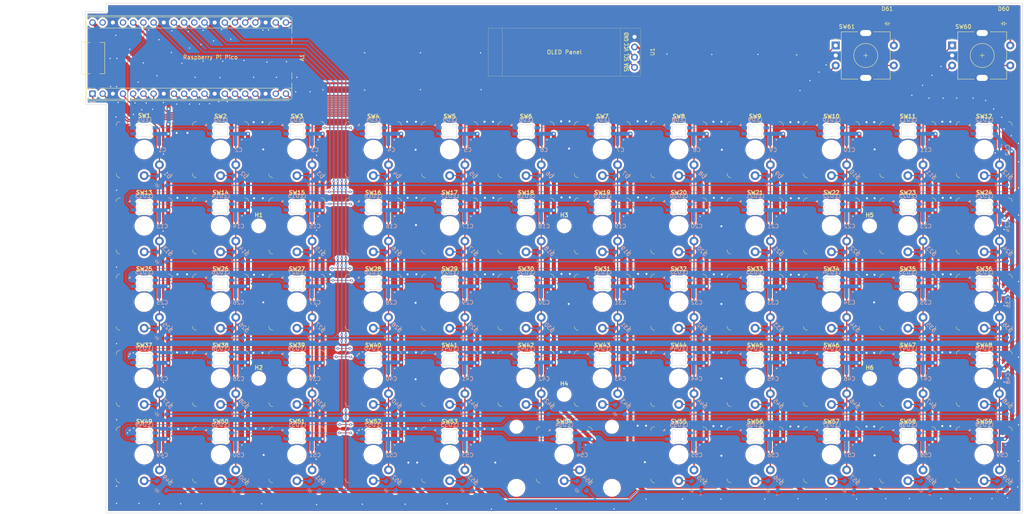
<source format=kicad_pcb>
(kicad_pcb (version 20241229) (generator "pcbnew") (generator_version "9.0")
  (layers (0 "F.Cu" signal) (2 "B.Cu" signal) (13 "F.Paste" user) (15 "B.Paste" user) (5 "F.SilkS" user "F.Silkscreen") (7 "B.SilkS" user "B.Silkscreen") (1 "F.Mask" user) (3 "B.Mask" user) (25 "Edge.Cuts" user))
  (net 0 "")
  (net 2 "ec1_b")
  (net 3 "ec_col0")
  (net 4 "ec1_a")
  (net 5 "ec2_b")
  (net 6 "ec_col1")
  (net 7 "ec2_a")
  (net 8 "ec_row0")
  (net 9 "Net-(D60-A)")
  (net 10 "Net-(D61-A)")
  (net 13 "Net-(D1-A)")
  (net 14 "row0")
  (net 15 "Net-(D2-A)")
  (net 16 "Net-(D3-A)")
  (net 17 "Net-(D4-A)")
  (net 18 "Net-(D5-A)")
  (net 19 "Net-(D6-A)")
  (net 20 "Net-(D7-A)")
  (net 21 "Net-(D8-A)")
  (net 22 "Net-(D9-A)")
  (net 23 "Net-(D10-A)")
  (net 24 "Net-(D11-A)")
  (net 25 "Net-(D12-A)")
  (net 26 "Net-(D13-A)")
  (net 27 "row1")
  (net 28 "Net-(D14-A)")
  (net 29 "Net-(D15-A)")
  (net 30 "Net-(D16-A)")
  (net 31 "Net-(D17-A)")
  (net 32 "Net-(D18-A)")
  (net 33 "Net-(D19-A)")
  (net 34 "Net-(D20-A)")
  (net 35 "Net-(D21-A)")
  (net 36 "Net-(D22-A)")
  (net 37 "Net-(D23-A)")
  (net 38 "Net-(D24-A)")
  (net 39 "Net-(D25-A)")
  (net 40 "row2")
  (net 41 "Net-(D26-A)")
  (net 42 "Net-(D27-A)")
  (net 43 "Net-(D28-A)")
  (net 44 "Net-(D29-A)")
  (net 45 "Net-(D30-A)")
  (net 46 "Net-(D31-A)")
  (net 47 "Net-(D32-A)")
  (net 48 "Net-(D33-A)")
  (net 49 "Net-(D34-A)")
  (net 50 "Net-(D35-A)")
  (net 51 "Net-(D36-A)")
  (net 52 "Net-(D37-A)")
  (net 53 "row3")
  (net 54 "Net-(D38-A)")
  (net 55 "Net-(D39-A)")
  (net 56 "Net-(D40-A)")
  (net 57 "Net-(D41-A)")
  (net 58 "Net-(D42-A)")
  (net 59 "Net-(D43-A)")
  (net 60 "Net-(D44-A)")
  (net 61 "Net-(D45-A)")
  (net 62 "Net-(D46-A)")
  (net 63 "Net-(D47-A)")
  (net 64 "Net-(D48-A)")
  (net 65 "row4")
  (net 66 "Net-(D49-A)")
  (net 67 "Net-(D50-A)")
  (net 68 "Net-(D51-A)")
  (net 69 "Net-(D52-A)")
  (net 70 "Net-(D53-A)")
  (net 71 "Net-(D54-A)")
  (net 72 "Net-(D55-A)")
  (net 73 "Net-(D56-A)")
  (net 74 "Net-(D57-A)")
  (net 75 "Net-(D58-A)")
  (net 76 "Net-(D59-A)")
  (net 77 "Net-(LED1-DOUT)")
  (net 78 "led_data")
  (net 79 "GND")
  (net 80 "+5V")
  (net 81 "Net-(LED2-DOUT)")
  (net 82 "Net-(LED3-DOUT)")
  (net 83 "Net-(LED4-DOUT)")
  (net 84 "Net-(LED5-DOUT)")
  (net 85 "Net-(LED6-DOUT)")
  (net 86 "Net-(LED7-DOUT)")
  (net 87 "Net-(LED8-DOUT)")
  (net 88 "Net-(LED10-DIN)")
  (net 89 "Net-(LED10-DOUT)")
  (net 90 "Net-(LED11-DOUT)")
  (net 91 "Net-(LED12-DOUT)")
  (net 92 "Net-(LED13-DOUT)")
  (net 93 "Net-(LED14-DOUT)")
  (net 94 "Net-(LED15-DOUT)")
  (net 95 "Net-(LED16-DOUT)")
  (net 96 "Net-(LED17-DOUT)")
  (net 97 "Net-(LED18-DOUT)")
  (net 98 "Net-(LED19-DOUT)")
  (net 99 "Net-(LED20-DOUT)")
  (net 100 "Net-(LED21-DOUT)")
  (net 101 "Net-(LED22-DOUT)")
  (net 102 "Net-(LED23-DOUT)")
  (net 103 "Net-(LED24-DOUT)")
  (net 104 "Net-(LED25-DOUT)")
  (net 105 "Net-(LED26-DOUT)")
  (net 106 "Net-(LED27-DOUT)")
  (net 107 "Net-(LED28-DOUT)")
  (net 108 "Net-(LED29-DOUT)")
  (net 109 "Net-(LED30-DOUT)")
  (net 110 "Net-(LED31-DOUT)")
  (net 111 "Net-(LED32-DOUT)")
  (net 112 "Net-(LED33-DOUT)")
  (net 113 "Net-(LED34-DOUT)")
  (net 114 "Net-(LED35-DOUT)")
  (net 115 "Net-(LED36-DOUT)")
  (net 116 "Net-(LED37-DOUT)")
  (net 117 "Net-(LED38-DOUT)")
  (net 118 "Net-(LED39-DOUT)")
  (net 119 "Net-(LED40-DOUT)")
  (net 120 "Net-(LED41-DOUT)")
  (net 121 "Net-(LED42-DOUT)")
  (net 122 "Net-(LED43-DOUT)")
  (net 123 "Net-(LED44-DOUT)")
  (net 124 "Net-(LED45-DOUT)")
  (net 125 "Net-(LED46-DOUT)")
  (net 126 "Net-(LED47-DOUT)")
  (net 127 "Net-(LED48-DOUT)")
  (net 128 "Net-(LED49-DOUT)")
  (net 129 "Net-(LED50-DOUT)")
  (net 130 "Net-(LED51-DOUT)")
  (net 131 "Net-(LED52-DOUT)")
  (net 132 "Net-(LED53-DOUT)")
  (net 133 "Net-(LED54-DOUT)")
  (net 134 "Net-(LED55-DOUT)")
  (net 135 "Net-(LED56-DOUT)")
  (net 136 "Net-(LED57-DOUT)")
  (net 137 "Net-(LED58-DOUT)")
  (net 139 "col0")
  (net 140 "col1")
  (net 141 "col2")
  (net 142 "col3")
  (net 143 "col4")
  (net 144 "col5")
  (net 145 "col6")
  (net 146 "col7")
  (net 147 "col8")
  (net 148 "col9")
  (net 149 "col10")
  (net 150 "col11")
  (net 151 "oled_cl")
  (net 152 "+3V3")
  (net 153 "oled_data")
  (footprint "MyKeebLib:SW_Redragon_LowProfile_PCB_1.00u" (layer "F.Cu") (at 165.9 105.35)
    (property "Reference" "SW31" (hide yes))
    (property "Value" "SW_Push")
  )
  (footprint "MyKeebLib:SW_Redragon_LowProfile_PCB_1.00u" (layer "F.Cu") (at 70.65 86.3)
    (property "Reference" "SW14" (hide yes))
    (property "Value" "SW_Push")
  )
  (footprint "MyKeebLib:SW_Redragon_LowProfile_PCB_1.00u" (layer "F.Cu") (at 261.15 86.3)
    (property "Reference" "SW24" (hide yes))
    (property "Value" "SW_Push")
  )
  (footprint "MyKeebLib:SW_Redragon_LowProfile_PCB_1.00u" (layer "F.Cu") (at 51.6 105.35)
    (property "Reference" "SW25" (hide yes))
    (property "Value" "SW_Push")
  )
  (footprint "MyKeebLib:SW_Redragon_LowProfile_PCB_1.00u" (layer "F.Cu") (at 146.85 86.3)
    (property "Reference" "SW18" (hide yes))
    (property "Value" "SW_Push")
  )
  (footprint "MyKeebLib:SW_Redragon_LowProfile_PCB_1.00u" (layer "F.Cu") (at 184.95 143.45)
    (property "Reference" "SW55" (hide yes))
    (property "Value" "SW_Push")
  )
  (footprint "MyKeebLib:SW_Redragon_LowProfile_PCB_1.00u" (layer "F.Cu") (at 51.6 67.25)
    (property "Reference" "SW1" (hide yes))
    (property "Value" "SW_Push")
  )
  (footprint "MyKeebLib:SW_Redragon_LowProfile_PCB_1.00u" (layer "F.Cu") (at 146.85 124.4)
    (property "Reference" "SW42" (hide yes))
    (property "Value" "SW_Push")
  )
  (footprint "MyKeebLib:SW_Redragon_LowProfile_PCB_1.00u" (layer "F.Cu") (at 146.85 105.35)
    (property "Reference" "SW30" (hide yes))
    (property "Value" "SW_Push")
  )
  (footprint "MyKeebLib:SW_Redragon_LowProfile_PCB_1.00u" (layer "F.Cu") (at 242.1 124.4)
    (property "Reference" "SW47" (hide yes))
    (property "Value" "SW_Push")
  )
  (footprint "MyKeebLib:SW_Redragon_LowProfile_PCB_1.00u" (layer "F.Cu") (at 204 105.35)
    (property "Reference" "SW33" (hide yes))
    (property "Value" "SW_Push")
  )
  (footprint "MyKeebLib:SW_Redragon_LowProfile_PCB_1.00u" (layer "F.Cu") (at 204 67.25)
    (property "Reference" "SW9" (hide yes))
    (property "Value" "SW_Push")
  )
  (footprint "MyKeebLib:SW_Redragon_LowProfile_PCB_1.00u" (layer "F.Cu") (at 89.7 143.45)
    (property "Reference" "SW51" (hide yes))
    (property "Value" "SW_Push")
  )
  (footprint "MyKeebLib:SW_Redragon_LowProfile_PCB_1.00u" (layer "F.Cu") (at 127.8 86.3)
    (property "Reference" "SW17" (hide yes))
    (property "Value" "SW_Push")
  )
  (footprint "MyKeebLib:SW_Redragon_LowProfile_PCB_1.00u" (layer "F.Cu") (at 108.75 105.35)
    (property "Reference" "SW28" (hide yes))
    (property "Value" "SW_Push")
  )
  (footprint "MyKeebLib:SW_Redragon_LowProfile_PCB_1.00u" (layer "F.Cu") (at 223.05 67.25)
    (property "Reference" "SW10" (hide yes))
    (property "Value" "SW_Push")
  )
  (footprint "MyKeebLib:SW_Redragon_LowProfile_PCB_1.00u" (layer "F.Cu") (at 242.1 143.45)
    (property "Reference" "SW58" (hide yes))
    (property "Value" "SW_Push")
  )
  (footprint "MyKeebLib:SW_Redragon_LowProfile_PCB_1.00u" (layer "F.Cu") (at 127.8 105.35)
    (property "Reference" "SW29" (hide yes))
    (property "Value" "SW_Push")
  )
  (footprint "MyKeebLib:SW_Redragon_LowProfile_PCB_1.00u" (layer "F.Cu") (at 204 124.4)
    (property "Reference" "SW45" (hide yes))
    (property "Value" "SW_Push")
  )
  (footprint "MyKeebLib:SW_Redragon_LowProfile_PCB_1.00u" (layer "F.Cu") (at 51.6 143.45)
    (property "Reference" "SW49" (hide yes))
    (property "Value" "SW_Push")
  )
  (footprint "MyKeebLib:SW_Redragon_LowProfile_PCB_1.00u" (layer "F.Cu") (at 223.05 124.4)
    (property "Reference" "SW46" (hide yes))
    (property "Value" "SW_Push")
  )
  (footprint "MyKeebLib:SW_Redragon_LowProfile_PCB_1.00u" (layer "F.Cu") (at 242.1 86.3)
    (property "Reference" "SW23" (hide yes))
    (property "Value" "SW_Push")
  )
  (footprint "MyKeebLib:SW_Redragon_LowProfile_PCB_1.00u" (layer "F.Cu") (at 184.95 86.3)
    (property "Reference" "SW20" (hide yes))
    (property "Value" "SW_Push")
  )
  (footprint "MyKeebLib:Spacer_3.2mm" (layer "F.Cu") (at 156.375 86.3)
    (property "Reference" "H3" (hide yes))
    (property "Value" "MountingHolePlate")
  )
  (footprint "MyKeebLib:SW_Redragon_LowProfile_PCB_1.00u" (layer "F.Cu") (at 108.75 86.3)
    (property "Reference" "SW16" (hide yes))
    (property "Value" "SW_Push")
  )
  (footprint "MyKeebLib:SW_Redragon_LowProfile_PCB_1.00u" (layer "F.Cu") (at 261.15 143.45)
    (property "Reference" "SW59" (hide yes))
    (property "Value" "SW_Push")
  )
  (footprint "MyKeebLib:SW_Redragon_LowProfile_PCB_1.00u" (layer "F.Cu") (at 184.95 124.4)
    (property "Reference" "SW44" (hide yes))
    (property "Value" "SW_Push")
  )
  (footprint "MyKeebLib:SW_Redragon_LowProfile_PCB_1.00u" (layer "F.Cu") (at 223.05 143.45)
    (property "Reference" "SW57" (hide yes))
    (property "Value" "SW_Push")
  )
  (footprint "MyKeebLib:D_SOD-123_SmallArrow" (layer "F.Cu") (at 266 34.1)
    (property "Reference" "D60")
    (property "Value" "D")
  )
  (footprint "MyKeebLib:SW_Redragon_LowProfile_PCB_1.00u" (layer "F.Cu") (at 89.7 86.3)
    (property "Reference" "SW15" (hide yes))
    (property "Value" "SW_Push")
  )
  (footprint "MyKeebLib:SW_Redragon_LowProfile_PCB_1.00u" (layer "F.Cu") (at 184.95 67.25)
    (property "Reference" "SW8" (hide yes))
    (property "Value" "SW_Push")
  )
  (footprint "MyKeebLib:Spacer_3.2mm" (layer "F.Cu") (at 156.375 128.4)
    (property "Reference" "H4" (hide yes))
    (property "Value" "MountingHolePlate")
  )
  (footprint "MyKeebLib:SW_Redragon_LowProfile_PCB_1.00u" (layer "F.Cu") (at 70.65 105.35)
    (property "Reference" "SW26" (hide yes))
    (property "Value" "SW_Push")
  )
  (footprint "MyKeebLib:SW_Redragon_LowProfile_PCB_1.00u" (layer "F.Cu") (at 127.8 67.25)
    (property "Reference" "SW5" (hide yes))
    (property "Value" "SW_Push")
  )
  (footprint "MyKeebLib:SW_Redragon_LowProfile_PCB_1.00u" (layer "F.Cu") (at 146.85 67.25)
    (property "Reference" "SW6" (hide yes))
    (property "Value" "SW_Push")
  )
  (footprint "MyKeebLib:SW_Redragon_LowProfile_PCB_1.00u" (layer "F.Cu") (at 184.95 105.35)
    (property "Reference" "SW32" (hide yes))
    (property "Value" "SW_Push")
  )
  (footprint "MyKeebLib:D_SOD-123_SmallArrow" (layer "F.Cu") (at 236.95 34.1)
    (property "Reference" "D61")
    (property "Value" "D")
  )
  (footprint "MyKeebLib:SW_Redragon_LowProfile_PCB_1.00u" (layer "F.Cu") (at 108.75 143.45)
    (property "Reference" "SW52" (hide yes))
    (property "Value" "SW_Push")
  )
  (footprint "Rotary_Encoder:RotaryEncoder_Alps_EC11E-Switch_Vertical_H20mm" (layer "F.Cu") (at 224.1 41.25)
    (property "Reference" "SW61")
    (property "Value" "RotaryEncoder_Switch_MP")
  )
  (footprint "MyKeebLib:SW_Redragon_LowProfile_PCB_1.00u" (layer "F.Cu") (at 127.8 124.4)
    (property "Reference" "SW41" (hide yes))
    (property "Value" "SW_Push")
  )
  (footprint "MyKeebLib:SW_Redragon_LowProfile_PCB_1.00u" (layer "F.Cu") (at 242.1 67.25)
    (property "Reference" "SW11" (hide yes))
    (property "Value" "SW_Push")
  )
  (footprint "MyKeebLib:SW_Redragon_LowProfile_PCB_1.00u" (layer "F.Cu") (at 204 86.3)
    (property "Reference" "SW21" (hide yes))
    (property "Value" "SW_Push")
  )
  (footprint "MyKeebLib:SW_Redragon_LowProfile_PCB_1.00u" (layer "F.Cu") (at 108.75 67.25)
    (property "Reference" "SW4" (hide yes))
    (property "Value" "SW_Push")
  )
  (footprint "PCM_marbastlib-mx:STAB_MX_2u" (layer "F.Cu") (at 156.375 143.45)
    (property "Reference" "S54" (hide yes))
    (property "Value" "MX_stab")
  )
  (footprint "MyKeebLib:SW_Redragon_LowProfile_PCB_1.00u" (layer "F.Cu") (at 70.65 124.4)
    (property "Reference" "SW38" (hide yes))
    (property "Value" "SW_Push")
  )
  (footprint "Module:RaspberryPi_Pico_Common_THT" (layer "F.Cu") (at 38.7 53.3 90)
    (property "Reference" "A1")
    (property "Value" "RaspberryPi_Pico")
  )
  (footprint "MyKeebLib:SW_Redragon_LowProfile_PCB_1.00u" (layer "F.Cu") (at 70.65 67.25)
    (property "Reference" "SW2" (hide yes))
    (property "Value" "SW_Push")
  )
  (footprint "MyKeebLib:Spacer_3.2mm" (layer "F.Cu") (at 232.575 124.4)
    (property "Reference" "H6" (hide yes))
    (property "Value" "MountingHolePlate")
  )
  (footprint "MyKeebLib:SW_Redragon_LowProfile_PCB_1.00u" (layer "F.Cu") (at 165.9 67.25)
    (property "Reference" "SW7" (hide yes))
    (property "Value" "SW_Push")
  )
  (footprint "MyKeebLib:SW_Redragon_LowProfile_PCB_1.00u" (layer "F.Cu") (at 223.05 86.3)
    (property "Reference" "SW22" (hide yes))
    (property "Value" "SW_Push")
  )
  (footprint "MyKeebLib:SW_Redragon_LowProfile_PCB_1.00u" (layer "F.Cu") (at 89.7 67.25)
    (property "Reference" "SW3" (hide yes))
    (property "Value" "SW_Push")
  )
  (footprint "MyKeebLib:SW_Redragon_LowProfile_PCB_1.00u" (layer "F.Cu") (at 204 143.45)
    (property "Reference" "SW56" (hide yes))
    (property "Value" "SW_Push")
  )
  (footprint "MyKeebLib:SW_Redragon_LowProfile_PCB_1.00u" (layer "F.Cu") (at 127.8 143.45)
    (property "Reference" "SW53" (hide yes))
    (property "Value" "SW_Push")
  )
  (footprint "MyKeebLib:SW_Redragon_LowProfile_PCB_1.00u" (layer "F.Cu") (at 108.75 124.4)
    (property "Reference" "SW40" (hide yes))
    (property "Value" "SW_Push")
  )
  (footprint "MyKeebLib:SW_Redragon_LowProfile_PCB_1.00u" (layer "F.Cu") (at 51.6 124.4)
    (property "Reference" "SW37" (hide yes))
    (property "Value" "SW_Push")
  )
  (footprint "MyKeebLib:SW_Redragon_LowProfile_PCB_1.00u" (layer "F.Cu") (at 156.375 143.45)
    (property "Reference" "SW54" (hide yes))
    (property "Value" "SW_Push")
  )
  (footprint "MyKeebLib:SW_Redragon_LowProfile_PCB_1.00u" (layer "F.Cu") (at 165.9 124.4)
    (property "Reference" "SW43" (hide yes))
    (property "Value" "SW_Push")
  )
  (footprint "MyKeebLib:SW_Redragon_LowProfile_PCB_1.00u" (layer "F.Cu") (at 223.05 105.35)
    (property "Reference" "SW34" (hide yes))
    (property "Value" "SW_Push")
  )
  (footprint "MyKeebLib:SW_Redragon_LowProfile_PCB_1.00u" (layer "F.Cu") (at 261.15 124.4)
    (property "Reference" "SW48" (hide yes))
    (property "Value" "SW_Push")
  )
  (footprint "Rotary_Encoder:RotaryEncoder_Alps_EC11E-Switch_Vertical_H20mm" (layer "F.Cu") (at 253.15 41.25)
    (property "Reference" "SW60")
    (property "Value" "RotaryEncoder_Switch_MP")
  )
  (footprint "MyKeebLib:SW_Redragon_LowProfile_PCB_1.00u" (layer "F.Cu") (at 165.9 86.3)
    (property "Reference" "SW19" (hide yes))
    (property "Value" "SW_Push")
  )
  (footprint "MyKeebLib:Spacer_3.2mm" (layer "F.Cu") (at 80.175 86.3)
    (property "Reference" "H1" (hide yes))
    (property "Value" "MountingHolePlate")
  )
  (footprint "MyKeebLib:SW_Redragon_LowProfile_PCB_1.00u" (layer "F.Cu") (at 261.15 105.35)
    (property "Reference" "SW36" (hide yes))
    (property "Value" "SW_Push")
  )
  (footprint "MyKeebLib:Spacer_3.2mm" (layer "F.Cu") (at 80.175 124.4)
    (property "Reference" "H2" (hide yes))
    (property "Value" "MountingHolePlate")
  )
  (footprint "MyKeebLib:SSD1306-0.91-OLED-4pin-128x32" (layer "F.Cu") (at 137.415 36.915)
    (property "Reference" "U1")
    (property "Value" "~" (hide yes))
  )
  (footprint "MyKeebLib:SW_Redragon_LowProfile_PCB_1.00u" (layer "F.Cu") (at 89.7 105.35)
    (property "Reference" "SW27" (hide yes))
    (property "Value" "SW_Push")
  )
  (footprint "MyKeebLib:Spacer_3.2mm" (layer "F.Cu") (at 232.575 86.3)
    (property "Reference" "H5" (hide yes))
    (property "Value" "MountingHolePlate")
  )
  (footprint "MyKeebLib:SW_Redragon_LowProfile_PCB_1.00u" (layer "F.Cu") (at 89.7 124.4)
    (property "Reference" "SW39" (hide yes))
    (property "Value" "SW_Push")
  )
  (footprint "MyKeebLib:SW_Redragon_LowProfile_PCB_1.00u" (layer "F.Cu") (at 51.6 86.3)
    (property "Reference" "SW13" (hide yes))
    (property "Value" "SW_Push")
  )
  (footprint "MyKeebLib:SW_Redragon_LowProfile_PCB_1.00u" (layer "F.Cu") (at 242.1 105.35)
    (property "Reference" "SW35" (hide yes))
    (property "Value" "SW_Push")
  )
  (footprint "MyKeebLib:SW_Redragon_LowProfile_PCB_1.00u" (layer "F.Cu") (at 70.65 143.45)
    (property "Reference" "SW50" (hide yes))
    (property "Value" "SW_Push")
  )
  (footprint "MyKeebLib:SW_Redragon_LowProfile_PCB_1.00u" (layer "F.Cu") (at 261.15 67.25)
    (property "Reference" "SW12" (hide yes))
    (property "Value" "SW_Push")
  )
  (footprint "MyKeebLib:D_SOD-123_SmallArrow" (layer "B.Cu") (at 75.05 94.05 135)
    (property "Reference" "D14")
    (property "Value" "D")
  )
  (footprint "Capacitor_SMD:C_0603_1608Metric" (layer "B.Cu") (at 151.35 123.05)
    (property "Reference" "C42")
    (property "Value" "100n")
  )
  (footprint "MyKeebLib:D_SOD-123_SmallArrow" (layer "B.Cu") (at 170.3 94.05 135)
    (property "Reference" "D19")
    (property "Value" "D")
  )
  (footprint "MyKeebLib:D_SOD-123_SmallArrow" (layer "B.Cu") (at 189.35 75 135)
    (property "Reference" "D8")
    (property "Value" "D")
  )
  (footprint "Capacitor_SMD:C_0603_1608Metric" (layer "B.Cu") (at 265 105.35 -90)
    (property "Reference" "C36")
    (property "Value" "100n")
  )
  (footprint "PCM_marbastlib-various:LED_6028R" (layer "B.Cu") (at 242.15 81.6)
    (property "Reference" "LED23")
    (property "Value" "SK6812MINI-E")
    (fp_line (start -1.699999 0.702843) (end -1.699999 -0.702841) (stroke (width 0.1)) (layer "Edge.Cuts"))
    (fp_line (start -0.794452 -1.499999) (end 0.794452 -1.499999) (stroke (width 0.1)) (layer "Edge.Cuts"))
    (fp_line (start 0.794452 1.5) (end -0.794453 1.5) (stroke (width 0.1)) (layer "Edge.Cuts"))
    (fp_line (start 1.699999 -0.702841) (end 1.699999 0.702843) (stroke (width 0.1)) (layer "Edge.Cuts"))
    (fp_arc (start -1.749484 -0.919719) (mid -1.712527 -0.814067) (end -1.699999 -0.702841) (stroke (width 0.1)) (layer "Edge.Cuts"))
    (fp_arc (start -1.749484 -0.919718) (mid -1.638072 -1.504034) (end -1.046711 -1.568298) (stroke (width 0.1)) (layer "Edge.Cuts"))
    (fp_arc (start -1.699999 0.702844) (mid -1.712527 0.814069) (end -1.749484 0.919721) (stroke (width 0.1)) (layer "Edge.Cuts"))
    (fp_arc (start -1.046711 1.568299) (mid -1.638071 1.504036) (end -1.749484 0.919721) (stroke (width 0.1)) (layer "Edge.Cuts"))
    (fp_arc (start -1.046711 1.568299) (mid -0.925123 1.517377) (end -0.794453 1.5) (stroke (width 0.1)) (layer "Edge.Cuts"))
    (fp_arc (start -0.794452 -1.499999) (mid -0.925123 -1.517376) (end -1.046711 -1.568298) (stroke (width 0.1)) (layer "Edge.Cuts"))
    (fp_arc (start 0.794453 1.500001) (mid 0.925123 1.517378) (end 1.046711 1.5683) (stroke (width 0.1)) (layer "Edge.Cuts"))
    (fp_arc (start 1.04671 -1.568298) (mid 0.925122 -1.517376) (end 0.794452 -1.499999) (stroke (width 0.1)) (layer "Edge.Cuts"))
    (fp_arc (start 1.046711 -1.568296) (mid 1.63807 -1.504033) (end 1.749484 -0.919719) (stroke (width 0.1)) (layer "Edge.Cuts"))
    (fp_arc (start 1.699999 -0.702842) (mid 1.712536 -0.814064) (end 1.749484 -0.919719) (stroke (width 0.1)) (layer "Edge.Cuts"))
    (fp_arc (start 1.749484 0.919721) (mid 1.638072 1.504036) (end 1.046711 1.5683) (stroke (width 0.1)) (layer "Edge.Cuts"))
    (fp_arc (start 1.749484 0.919721) (mid 1.712526 0.814069) (end 1.699999 0.702843) (stroke (width 0.1)) (layer "Edge.Cuts"))
  )
  (footprint "Capacitor_SMD:C_0603_1608Metric" (layer "B.Cu") (at 113.25 142.1)
    (property "Reference" "C52")
    (property "Value" "100n")
  )
  (footprint "Capacitor_SMD:C_0603_1608Metric" (layer "B.Cu") (at 246.6 65.9)
    (property "Reference" "C11")
    (property "Value" "100n")
  )
  (footprint "MyKeebLib:D_SOD-123_SmallArrow" (layer "B.Cu") (at 208.4 151.2 135)
    (property "Reference" "D56")
    (property "Value" "D")
  )
  (footprint "Capacitor_SMD:C_0603_1608Metric" (layer "B.Cu") (at 189.45 84.95)
    (property "Reference" "C20")
    (property "Value" "100n")
  )
  (footprint "MyKeebLib:D_SOD-123_SmallArrow" (layer "B.Cu") (at 227.45 151.2 135)
    (property "Reference" "D57")
    (property "Value" "D")
  )
  (footprint "Capacitor_SMD:C_0603_1608Metric" (layer "B.Cu") (at 75.15 65.9)
    (property "Reference" "C2")
    (property "Value" "100n")
  )
  (footprint "PCM_marbastlib-various:LED_6028R" (layer "B.Cu") (at 89.75 138.75)
    (property "Reference" "LED51")
    (property "Value" "SK6812MINI-E")
    (fp_line (start -1.699999 0.702843) (end -1.699999 -0.702841) (stroke (width 0.1)) (layer "Edge.Cuts"))
    (fp_line (start -0.794452 -1.499999) (end 0.794452 -1.499999) (stroke (width 0.1)) (layer "Edge.Cuts"))
    (fp_line (start 0.794452 1.5) (end -0.794453 1.5) (stroke (width 0.1)) (layer "Edge.Cuts"))
    (fp_line (start 1.699999 -0.702841) (end 1.699999 0.702843) (stroke (width 0.1)) (layer "Edge.Cuts"))
    (fp_arc (start -1.749484 -0.919719) (mid -1.712527 -0.814067) (end -1.699999 -0.702841) (stroke (width 0.1)) (layer "Edge.Cuts"))
    (fp_arc (start -1.749484 -0.919718) (mid -1.638072 -1.504034) (end -1.046711 -1.568298) (stroke (width 0.1)) (layer "Edge.Cuts"))
    (fp_arc (start -1.699999 0.702844) (mid -1.712527 0.814069) (end -1.749484 0.919721) (stroke (width 0.1)) (layer "Edge.Cuts"))
    (fp_arc (start -1.046711 1.568299) (mid -1.638071 1.504036) (end -1.749484 0.919721) (stroke (width 0.1)) (layer "Edge.Cuts"))
    (fp_arc (start -1.046711 1.568299) (mid -0.925123 1.517377) (end -0.794453 1.5) (stroke (width 0.1)) (layer "Edge.Cuts"))
    (fp_arc (start -0.794452 -1.499999) (mid -0.925123 -1.517376) (end -1.046711 -1.568298) (stroke (width 0.1)) (layer "Edge.Cuts"))
    (fp_arc (start 0.794453 1.500001) (mid 0.925123 1.517378) (end 1.046711 1.5683) (stroke (width 0.1)) (layer "Edge.Cuts"))
    (fp_arc (start 1.04671 -1.568298) (mid 0.925122 -1.517376) (end 0.794452 -1.499999) (stroke (width 0.1)) (layer "Edge.Cuts"))
    (fp_arc (start 1.046711 -1.568296) (mid 1.63807 -1.504033) (end 1.749484 -0.919719) (stroke (width 0.1)) (layer "Edge.Cuts"))
    (fp_arc (start 1.699999 -0.702842) (mid 1.712536 -0.814064) (end 1.749484 -0.919719) (stroke (width 0.1)) (layer "Edge.Cuts"))
    (fp_arc (start 1.749484 0.919721) (mid 1.638072 1.504036) (end 1.046711 1.5683) (stroke (width 0.1)) (layer "Edge.Cuts"))
    (fp_arc (start 1.749484 0.919721) (mid 1.712526 0.814069) (end 1.699999 0.702843) (stroke (width 0.1)) (layer "Edge.Cuts"))
  )
  (footprint "Capacitor_SMD:C_0603_1608Metric" (layer "B.Cu") (at 75.15 84.95)
    (property "Reference" "C14")
    (property "Value" "100n")
  )
  (footprint "MyKeebLib:D_SOD-123_SmallArrow" (layer "B.Cu") (at 113.15 132.15 135)
    (property "Reference" "D40")
    (property "Value" "D")
  )
  (footprint "MyKeebLib:D_SOD-123_SmallArrow" (layer "B.Cu") (at 113.15 113.1 135)
    (property "Reference" "D28")
    (property "Value" "D")
  )
  (footprint "MyKeebLib:D_SOD-123_SmallArrow" (layer "B.Cu") (at 151.25 94.05 135)
    (property "Reference" "D18")
    (property "Value" "D")
  )
  (footprint "PCM_marbastlib-various:LED_6028R" (layer "B.Cu") (at 127.85 100.65)
    (property "Reference" "LED29")
    (property "Value" "SK6812MINI-E")
    (fp_line (start -1.699999 0.702843) (end -1.699999 -0.702841) (stroke (width 0.1)) (layer "Edge.Cuts"))
    (fp_line (start -0.794452 -1.499999) (end 0.794452 -1.499999) (stroke (width 0.1)) (layer "Edge.Cuts"))
    (fp_line (start 0.794452 1.5) (end -0.794453 1.5) (stroke (width 0.1)) (layer "Edge.Cuts"))
    (fp_line (start 1.699999 -0.702841) (end 1.699999 0.702843) (stroke (width 0.1)) (layer "Edge.Cuts"))
    (fp_arc (start -1.749484 -0.919719) (mid -1.712527 -0.814067) (end -1.699999 -0.702841) (stroke (width 0.1)) (layer "Edge.Cuts"))
    (fp_arc (start -1.749484 -0.919718) (mid -1.638072 -1.504034) (end -1.046711 -1.568298) (stroke (width 0.1)) (layer "Edge.Cuts"))
    (fp_arc (start -1.699999 0.702844) (mid -1.712527 0.814069) (end -1.749484 0.919721) (stroke (width 0.1)) (layer "Edge.Cuts"))
    (fp_arc (start -1.046711 1.568299) (mid -1.638071 1.504036) (end -1.749484 0.919721) (stroke (width 0.1)) (layer "Edge.Cuts"))
    (fp_arc (start -1.046711 1.568299) (mid -0.925123 1.517377) (end -0.794453 1.5) (stroke (width 0.1)) (layer "Edge.Cuts"))
    (fp_arc (start -0.794452 -1.499999) (mid -0.925123 -1.517376) (end -1.046711 -1.568298) (stroke (width 0.1)) (layer "Edge.Cuts"))
    (fp_arc (start 0.794453 1.500001) (mid 0.925123 1.517378) (end 1.046711 1.5683) (stroke (width 0.1)) (layer "Edge.Cuts"))
    (fp_arc (start 1.04671 -1.568298) (mid 0.925122 -1.517376) (end 0.794452 -1.499999) (stroke (width 0.1)) (layer "Edge.Cuts"))
    (fp_arc (start 1.046711 -1.568296) (mid 1.63807 -1.504033) (end 1.749484 -0.919719) (stroke (width 0.1)) (layer "Edge.Cuts"))
    (fp_arc (start 1.699999 -0.702842) (mid 1.712536 -0.814064) (end 1.749484 -0.919719) (stroke (width 0.1)) (layer "Edge.Cuts"))
    (fp_arc (start 1.749484 0.919721) (mid 1.638072 1.504036) (end 1.046711 1.5683) (stroke (width 0.1)) (layer "Edge.Cuts"))
    (fp_arc (start 1.749484 0.919721) (mid 1.712526 0.814069) (end 1.699999 0.702843) (stroke (width 0.1)) (layer "Edge.Cuts"))
  )
  (footprint "Capacitor_SMD:C_0603_1608Metric" (layer "B.Cu") (at 265 86.3 -90)
    (property "Reference" "C24")
    (property "Value" "100n")
  )
  (footprint "PCM_marbastlib-various:LED_6028R" (layer "B.Cu") (at 204.05 62.55)
    (property "Reference" "LED9")
    (property "Value" "SK6812MINI-E")
    (fp_line (start -1.699999 0.702843) (end -1.699999 -0.702841) (stroke (width 0.1)) (layer "Edge.Cuts"))
    (fp_line (start -0.794452 -1.499999) (end 0.794452 -1.499999) (stroke (width 0.1)) (layer "Edge.Cuts"))
    (fp_line (start 0.794452 1.5) (end -0.794453 1.5) (stroke (width 0.1)) (layer "Edge.Cuts"))
    (fp_line (start 1.699999 -0.702841) (end 1.699999 0.702843) (stroke (width 0.1)) (layer "Edge.Cuts"))
    (fp_arc (start -1.749484 -0.919719) (mid -1.712527 -0.814067) (end -1.699999 -0.702841) (stroke (width 0.1)) (layer "Edge.Cuts"))
    (fp_arc (start -1.749484 -0.919718) (mid -1.638072 -1.504034) (end -1.046711 -1.568298) (stroke (width 0.1)) (layer "Edge.Cuts"))
    (fp_arc (start -1.699999 0.702844) (mid -1.712527 0.814069) (end -1.749484 0.919721) (stroke (width 0.1)) (layer "Edge.Cuts"))
    (fp_arc (start -1.046711 1.568299) (mid -1.638071 1.504036) (end -1.749484 0.919721) (stroke (width 0.1)) (layer "Edge.Cuts"))
    (fp_arc (start -1.046711 1.568299) (mid -0.925123 1.517377) (end -0.794453 1.5) (stroke (width 0.1)) (layer "Edge.Cuts"))
    (fp_arc (start -0.794452 -1.499999) (mid -0.925123 -1.517376) (end -1.046711 -1.568298) (stroke (width 0.1)) (layer "Edge.Cuts"))
    (fp_arc (start 0.794453 1.500001) (mid 0.925123 1.517378) (end 1.046711 1.5683) (stroke (width 0.1)) (layer "Edge.Cuts"))
    (fp_arc (start 1.04671 -1.568298) (mid 0.925122 -1.517376) (end 0.794452 -1.499999) (stroke (width 0.1)) (layer "Edge.Cuts"))
    (fp_arc (start 1.046711 -1.568296) (mid 1.63807 -1.504033) (end 1.749484 -0.919719) (stroke (width 0.1)) (layer "Edge.Cuts"))
    (fp_arc (start 1.699999 -0.702842) (mid 1.712536 -0.814064) (end 1.749484 -0.919719) (stroke (width 0.1)) (layer "Edge.Cuts"))
    (fp_arc (start 1.749484 0.919721) (mid 1.638072 1.504036) (end 1.046711 1.5683) (stroke (width 0.1)) (layer "Edge.Cuts"))
    (fp_arc (start 1.749484 0.919721) (mid 1.712526 0.814069) (end 1.699999 0.702843) (stroke (width 0.1)) (layer "Edge.Cuts"))
  )
  (footprint "PCM_marbastlib-various:LED_6028R" (layer "B.Cu") (at 204.05 81.6)
    (property "Reference" "LED21")
    (property "Value" "SK6812MINI-E")
    (fp_line (start -1.699999 0.702843) (end -1.699999 -0.702841) (stroke (width 0.1)) (layer "Edge.Cuts"))
    (fp_line (start -0.794452 -1.499999) (end 0.794452 -1.499999) (stroke (width 0.1)) (layer "Edge.Cuts"))
    (fp_line (start 0.794452 1.5) (end -0.794453 1.5) (stroke (width 0.1)) (layer "Edge.Cuts"))
    (fp_line (start 1.699999 -0.702841) (end 1.699999 0.702843) (stroke (width 0.1)) (layer "Edge.Cuts"))
    (fp_arc (start -1.749484 -0.919719) (mid -1.712527 -0.814067) (end -1.699999 -0.702841) (stroke (width 0.1)) (layer "Edge.Cuts"))
    (fp_arc (start -1.749484 -0.919718) (mid -1.638072 -1.504034) (end -1.046711 -1.568298) (stroke (width 0.1)) (layer "Edge.Cuts"))
    (fp_arc (start -1.699999 0.702844) (mid -1.712527 0.814069) (end -1.749484 0.919721) (stroke (width 0.1)) (layer "Edge.Cuts"))
    (fp_arc (start -1.046711 1.568299) (mid -1.638071 1.504036) (end -1.749484 0.919721) (stroke (width 0.1)) (layer "Edge.Cuts"))
    (fp_arc (start -1.046711 1.568299) (mid -0.925123 1.517377) (end -0.794453 1.5) (stroke (width 0.1)) (layer "Edge.Cuts"))
    (fp_arc (start -0.794452 -1.499999) (mid -0.925123 -1.517376) (end -1.046711 -1.568298) (stroke (width 0.1)) (layer "Edge.Cuts"))
    (fp_arc (start 0.794453 1.500001) (mid 0.925123 1.517378) (end 1.046711 1.5683) (stroke (width 0.1)) (layer "Edge.Cuts"))
    (fp_arc (start 1.04671 -1.568298) (mid 0.925122 -1.517376) (end 0.794452 -1.499999) (stroke (width 0.1)) (layer "Edge.Cuts"))
    (fp_arc (start 1.046711 -1.568296) (mid 1.63807 -1.504033) (end 1.749484 -0.919719) (stroke (width 0.1)) (layer "Edge.Cuts"))
    (fp_arc (start 1.699999 -0.702842) (mid 1.712536 -0.814064) (end 1.749484 -0.919719) (stroke (width 0.1)) (layer "Edge.Cuts"))
    (fp_arc (start 1.749484 0.919721) (mid 1.638072 1.504036) (end 1.046711 1.5683) (stroke (width 0.1)) (layer "Edge.Cuts"))
    (fp_arc (start 1.749484 0.919721) (mid 1.712526 0.814069) (end 1.699999 0.702843) (stroke (width 0.1)) (layer "Edge.Cuts"))
  )
  (footprint "MyKeebLib:D_SOD-123_SmallArrow" (layer "B.Cu") (at 189.35 151.2 135)
    (property "Reference" "D55")
    (property "Value" "D")
  )
  (footprint "MyKeebLib:D_SOD-123_SmallArrow" (layer "B.Cu") (at 113.15 75 135)
    (property "Reference" "D4")
    (property "Value" "D")
  )
  (footprint "Capacitor_SMD:C_0603_1608Metric" (layer "B.Cu") (at 94.2 123.05)
    (property "Reference" "C39")
    (property "Value" "100n")
  )
  (footprint "MyKeebLib:D_SOD-123_SmallArrow" (layer "B.Cu") (at 246.5 151.2 135)
    (property "Reference" "D58")
    (property "Value" "D")
  )
  (footprint "PCM_marbastlib-various:LED_6028R" (layer "B.Cu") (at 165.95 119.7)
    (property "Reference" "LED43")
    (property "Value" "SK6812MINI-E")
    (fp_line (start -1.699999 0.702843) (end -1.699999 -0.702841) (stroke (width 0.1)) (layer "Edge.Cuts"))
    (fp_line (start -0.794452 -1.499999) (end 0.794452 -1.499999) (stroke (width 0.1)) (layer "Edge.Cuts"))
    (fp_line (start 0.794452 1.5) (end -0.794453 1.5) (stroke (width 0.1)) (layer "Edge.Cuts"))
    (fp_line (start 1.699999 -0.702841) (end 1.699999 0.702843) (stroke (width 0.1)) (layer "Edge.Cuts"))
    (fp_arc (start -1.749484 -0.919719) (mid -1.712527 -0.814067) (end -1.699999 -0.702841) (stroke (width 0.1)) (layer "Edge.Cuts"))
    (fp_arc (start -1.749484 -0.919718) (mid -1.638072 -1.504034) (end -1.046711 -1.568298) (stroke (width 0.1)) (layer "Edge.Cuts"))
    (fp_arc (start -1.699999 0.702844) (mid -1.712527 0.814069) (end -1.749484 0.919721) (stroke (width 0.1)) (layer "Edge.Cuts"))
    (fp_arc (start -1.046711 1.568299) (mid -1.638071 1.504036) (end -1.749484 0.919721) (stroke (width 0.1)) (layer "Edge.Cuts"))
    (fp_arc (start -1.046711 1.568299) (mid -0.925123 1.517377) (end -0.794453 1.5) (stroke (width 0.1)) (layer "Edge.Cuts"))
    (fp_arc (start -0.794452 -1.499999) (mid -0.925123 -1.517376) (end -1.046711 -1.568298) (stroke (width 0.1)) (layer "Edge.Cuts"))
    (fp_arc (start 0.794453 1.500001) (mid 0.925123 1.517378) (end 1.046711 1.5683) (stroke (width 0.1)) (layer "Edge.Cuts"))
    (fp_arc (start 1.04671 -1.568298) (mid 0.925122 -1.517376) (end 0.794452 -1.499999) (stroke (width 0.1)) (layer "Edge.Cuts"))
    (fp_arc (start 1.046711 -1.568296) (mid 1.63807 -1.504033) (end 1.749484 -0.919719) (stroke (width 0.1)) (layer "Edge.Cuts"))
    (fp_arc (start 1.699999 -0.702842) (mid 1.712536 -0.814064) (end 1.749484 -0.919719) (stroke (width 0.1)) (layer "Edge.Cuts"))
    (fp_arc (start 1.749484 0.919721) (mid 1.638072 1.504036) (end 1.046711 1.5683) (stroke (width 0.1)) (layer "Edge.Cuts"))
    (fp_arc (start 1.749484 0.919721) (mid 1.712526 0.814069) (end 1.699999 0.702843) (stroke (width 0.1)) (layer "Edge.Cuts"))
  )
  (footprint "PCM_marbastlib-various:LED_6028R" (layer "B.Cu") (at 70.7 119.7)
    (property "Reference" "LED38")
    (property "Value" "SK6812MINI-E")
    (fp_line (start -1.699999 0.702843) (end -1.699999 -0.702841) (stroke (width 0.1)) (layer "Edge.Cuts"))
    (fp_line (start -0.794452 -1.499999) (end 0.794452 -1.499999) (stroke (width 0.1)) (layer "Edge.Cuts"))
    (fp_line (start 0.794452 1.5) (end -0.794453 1.5) (stroke (width 0.1)) (layer "Edge.Cuts"))
    (fp_line (start 1.699999 -0.702841) (end 1.699999 0.702843) (stroke (width 0.1)) (layer "Edge.Cuts"))
    (fp_arc (start -1.749484 -0.919719) (mid -1.712527 -0.814067) (end -1.699999 -0.702841) (stroke (width 0.1)) (layer "Edge.Cuts"))
    (fp_arc (start -1.749484 -0.919718) (mid -1.638072 -1.504034) (end -1.046711 -1.568298) (stroke (width 0.1)) (layer "Edge.Cuts"))
    (fp_arc (start -1.699999 0.702844) (mid -1.712527 0.814069) (end -1.749484 0.919721) (stroke (width 0.1)) (layer "Edge.Cuts"))
    (fp_arc (start -1.046711 1.568299) (mid -1.638071 1.504036) (end -1.749484 0.919721) (stroke (width 0.1)) (layer "Edge.Cuts"))
    (fp_arc (start -1.046711 1.568299) (mid -0.925123 1.517377) (end -0.794453 1.5) (stroke (width 0.1)) (layer "Edge.Cuts"))
    (fp_arc (start -0.794452 -1.499999) (mid -0.925123 -1.517376) (end -1.046711 -1.568298) (stroke (width 0.1)) (layer "Edge.Cuts"))
    (fp_arc (start 0.794453 1.500001) (mid 0.925123 1.517378) (end 1.046711 1.5683) (stroke (width 0.1)) (layer "Edge.Cuts"))
    (fp_arc (start 1.04671 -1.568298) (mid 0.925122 -1.517376) (end 0.794452 -1.499999) (stroke (width 0.1)) (layer "Edge.Cuts"))
    (fp_arc (start 1.046711 -1.568296) (mid 1.63807 -1.504033) (end 1.749484 -0.919719) (stroke (width 0.1)) (layer "Edge.Cuts"))
    (fp_arc (start 1.699999 -0.702842) (mid 1.712536 -0.814064) (end 1.749484 -0.919719) (stroke (width 0.1)) (layer "Edge.Cuts"))
    (fp_arc (start 1.749484 0.919721) (mid 1.638072 1.504036) (end 1.046711 1.5683) (stroke (width 0.1)) (layer "Edge.Cuts"))
    (fp_arc (start 1.749484 0.919721) (mid 1.712526 0.814069) (end 1.699999 0.702843) (stroke (width 0.1)) (layer "Edge.Cuts"))
  )
  (footprint "MyKeebLib:D_SOD-123_SmallArrow" (layer "B.Cu") (at 246.5 132.15 135)
    (property "Reference" "D47")
    (property "Value" "D")
  )
  (footprint "PCM_marbastlib-various:LED_6028R" (layer "B.Cu") (at 89.75 81.6)
    (property "Reference" "LED15")
    (property "Value" "SK6812MINI-E")
    (fp_line (start -1.699999 0.702843) (end -1.699999 -0.702841) (stroke (width 0.1)) (layer "Edge.Cuts"))
    (fp_line (start -0.794452 -1.499999) (end 0.794452 -1.499999) (stroke (width 0.1)) (layer "Edge.Cuts"))
    (fp_line (start 0.794452 1.5) (end -0.794453 1.5) (stroke (width 0.1)) (layer "Edge.Cuts"))
    (fp_line (start 1.699999 -0.702841) (end 1.699999 0.702843) (stroke (width 0.1)) (layer "Edge.Cuts"))
    (fp_arc (start -1.749484 -0.919719) (mid -1.712527 -0.814067) (end -1.699999 -0.702841) (stroke (width 0.1)) (layer "Edge.Cuts"))
    (fp_arc (start -1.749484 -0.919718) (mid -1.638072 -1.504034) (end -1.046711 -1.568298) (stroke (width 0.1)) (layer "Edge.Cuts"))
    (fp_arc (start -1.699999 0.702844) (mid -1.712527 0.814069) (end -1.749484 0.919721) (stroke (width 0.1)) (layer "Edge.Cuts"))
    (fp_arc (start -1.046711 1.568299) (mid -1.638071 1.504036) (end -1.749484 0.919721) (stroke (width 0.1)) (layer "Edge.Cuts"))
    (fp_arc (start -1.046711 1.568299) (mid -0.925123 1.517377) (end -0.794453 1.5) (stroke (width 0.1)) (layer "Edge.Cuts"))
    (fp_arc (start -0.794452 -1.499999) (mid -0.925123 -1.517376) (end -1.046711 -1.568298) (stroke (width 0.1)) (layer "Edge.Cuts"))
    (fp_arc (start 0.794453 1.500001) (mid 0.925123 1.517378) (end 1.046711 1.5683) (stroke (width 0.1)) (layer "Edge.Cuts"))
    (fp_arc (start 1.04671 -1.568298) (mid 0.925122 -1.517376) (end 0.794452 -1.499999) (stroke (width 0.1)) (layer "Edge.Cuts"))
    (fp_arc (start 1.046711 -1.568296) (mid 1.63807 -1.504033) (end 1.749484 -0.919719) (stroke (width 0.1)) (layer "Edge.Cuts"))
    (fp_arc (start 1.699999 -0.702842) (mid 1.712536 -0.814064) (end 1.749484 -0.919719) (stroke (width 0.1)) (layer "Edge.Cuts"))
    (fp_arc (start 1.749484 0.919721) (mid 1.638072 1.504036) (end 1.046711 1.5683) (stroke (width 0.1)) (layer "Edge.Cuts"))
    (fp_arc (start 1.749484 0.919721) (mid 1.712526 0.814069) (end 1.699999 0.702843) (stroke (width 0.1)) (layer "Edge.Cuts"))
  )
  (footprint "Capacitor_SMD:C_0603_1608Metric" (layer "B.Cu") (at 160.875 142.1)
    (property "Reference" "C54")
    (property "Value" "100n")
  )
  (footprint "Capacitor_SMD:C_0603_1608Metric" (layer "B.Cu") (at 246.6 104)
    (property "Reference" "C35")
    (property "Value" "100n")
  )
  (footprint "MyKeebLib:D_SOD-123_SmallArrow" (layer "B.Cu") (at 246.5 113.1 135)
    (property "Reference" "D35")
    (property "Value" "D")
  )
  (footprint "MyKeebLib:D_SOD-123_SmallArrow" (layer "B.Cu") (at 170.3 113.1 135)
    (property "Reference" "D31")
    (property "Value" "D")
  )
  (footprint "Capacitor_SMD:C_0603_1608Metric" (layer "B.Cu") (at 56.1 84.95)
    (property "Reference" "C13")
    (property "Value" "100n")
  )
  (footprint "PCM_marbastlib-various:LED_6028R" (layer "B.Cu") (at 242.15 138.75)
    (property "Reference" "LED58")
    (property "Value" "SK6812MINI-E")
    (fp_line (start -1.699999 0.702843) (end -1.699999 -0.702841) (stroke (width 0.1)) (layer "Edge.Cuts"))
    (fp_line (start -0.794452 -1.499999) (end 0.794452 -1.499999) (stroke (width 0.1)) (layer "Edge.Cuts"))
    (fp_line (start 0.794452 1.5) (end -0.794453 1.5) (stroke (width 0.1)) (layer "Edge.Cuts"))
    (fp_line (start 1.699999 -0.702841) (end 1.699999 0.702843) (stroke (width 0.1)) (layer "Edge.Cuts"))
    (fp_arc (start -1.749484 -0.919719) (mid -1.712527 -0.814067) (end -1.699999 -0.702841) (stroke (width 0.1)) (layer "Edge.Cuts"))
    (fp_arc (start -1.749484 -0.919718) (mid -1.638072 -1.504034) (end -1.046711 -1.568298) (stroke (width 0.1)) (layer "Edge.Cuts"))
    (fp_arc (start -1.699999 0.702844) (mid -1.712527 0.814069) (end -1.749484 0.919721) (stroke (width 0.1)) (layer "Edge.Cuts"))
    (fp_arc (start -1.046711 1.568299) (mid -1.638071 1.504036) (end -1.749484 0.919721) (stroke (width 0.1)) (layer "Edge.Cuts"))
    (fp_arc (start -1.046711 1.568299) (mid -0.925123 1.517377) (end -0.794453 1.5) (stroke (width 0.1)) (layer "Edge.Cuts"))
    (fp_arc (start -0.794452 -1.499999) (mid -0.925123 -1.517376) (end -1.046711 -1.568298) (stroke (width 0.1)) (layer "Edge.Cuts"))
    (fp_arc (start 0.794453 1.500001) (mid 0.925123 1.517378) (end 1.046711 1.5683) (stroke (width 0.1)) (layer "Edge.Cuts"))
    (fp_arc (start 1.04671 -1.568298) (mid 0.925122 -1.517376) (end 0.794452 -1.499999) (stroke (width 0.1)) (layer "Edge.Cuts"))
    (fp_arc (start 1.046711 -1.568296) (mid 1.63807 -1.504033) (end 1.749484 -0.919719) (stroke (width 0.1)) (layer "Edge.Cuts"))
    (fp_arc (start 1.699999 -0.702842) (mid 1.712536 -0.814064) (end 1.749484 -0.919719) (stroke (width 0.1)) (layer "Edge.Cuts"))
    (fp_arc (start 1.749484 0.919721) (mid 1.638072 1.504036) (end 1.046711 1.5683) (stroke (width 0.1)) (layer "Edge.Cuts"))
    (fp_arc (start 1.749484 0.919721) (mid 1.712526 0.814069) (end 1.699999 0.702843) (stroke (width 0.1)) (layer "Edge.Cuts"))
  )
  (footprint "MyKeebLib:D_SOD-123_SmallArrow" (layer "B.Cu") (at 113.15 151.2 135)
    (property "Reference" "D52")
    (property "Value" "D")
  )
  (footprint "PCM_marbastlib-various:LED_6028R" (layer "B.Cu") (at 261.2 138.75)
    (property "Reference" "LED59")
    (property "Value" "SK6812MINI-E")
    (fp_line (start -1.699999 0.702843) (end -1.699999 -0.702841) (stroke (width 0.1)) (layer "Edge.Cuts"))
    (fp_line (start -0.794452 -1.499999) (end 0.794452 -1.499999) (stroke (width 0.1)) (layer "Edge.Cuts"))
    (fp_line (start 0.794452 1.5) (end -0.794453 1.5) (stroke (width 0.1)) (layer "Edge.Cuts"))
    (fp_line (start 1.699999 -0.702841) (end 1.699999 0.702843) (stroke (width 0.1)) (layer "Edge.Cuts"))
    (fp_arc (start -1.749484 -0.919719) (mid -1.712527 -0.814067) (end -1.699999 -0.702841) (stroke (width 0.1)) (layer "Edge.Cuts"))
    (fp_arc (start -1.749484 -0.919718) (mid -1.638072 -1.504034) (end -1.046711 -1.568298) (stroke (width 0.1)) (layer "Edge.Cuts"))
    (fp_arc (start -1.699999 0.702844) (mid -1.712527 0.814069) (end -1.749484 0.919721) (stroke (width 0.1)) (layer "Edge.Cuts"))
    (fp_arc (start -1.046711 1.568299) (mid -1.638071 1.504036) (end -1.749484 0.919721) (stroke (width 0.1)) (layer "Edge.Cuts"))
    (fp_arc (start -1.046711 1.568299) (mid -0.925123 1.517377) (end -0.794453 1.5) (stroke (width 0.1)) (layer "Edge.Cuts"))
    (fp_arc (start -0.794452 -1.499999) (mid -0.925123 -1.517376) (end -1.046711 -1.568298) (stroke (width 0.1)) (layer "Edge.Cuts"))
    (fp_arc (start 0.794453 1.500001) (mid 0.925123 1.517378) (end 1.046711 1.5683) (stroke (width 0.1)) (layer "Edge.Cuts"))
    (fp_arc (start 1.04671 -1.568298) (mid 0.925122 -1.517376) (end 0.794452 -1.499999) (stroke (width 0.1)) (layer "Edge.Cuts"))
    (fp_arc (start 1.046711 -1.568296) (mid 1.63807 -1.504033) (end 1.749484 -0.919719) (stroke (width 0.1)) (layer "Edge.Cuts"))
    (fp_arc (start 1.699999 -0.702842) (mid 1.712536 -0.814064) (end 1.749484 -0.919719) (stroke (width 0.1)) (layer "Edge.Cuts"))
    (fp_arc (start 1.749484 0.919721) (mid 1.638072 1.504036) (end 1.046711 1.5683) (stroke (width 0.1)) (layer "Edge.Cuts"))
    (fp_arc (start 1.749484 0.919721) (mid 1.712526 0.814069) (end 1.699999 0.702843) (stroke (width 0.1)) (layer "Edge.Cuts"))
  )
  (footprint "MyKeebLib:D_SOD-123_SmallArrow" (layer "B.Cu") (at 170.3 75 135)
    (property "Reference" "D7")
    (property "Value" "D")
  )
  (footprint "PCM_marbastlib-various:LED_6028R" (layer "B.Cu") (at 146.9 100.65)
    (property "Reference" "LED30")
    (property "Value" "SK6812MINI-E")
    (fp_line (start -1.699999 0.702843) (end -1.699999 -0.702841) (stroke (width 0.1)) (layer "Edge.Cuts"))
    (fp_line (start -0.794452 -1.499999) (end 0.794452 -1.499999) (stroke (width 0.1)) (layer "Edge.Cuts"))
    (fp_line (start 0.794452 1.5) (end -0.794453 1.5) (stroke (width 0.1)) (layer "Edge.Cuts"))
    (fp_line (start 1.699999 -0.702841) (end 1.699999 0.702843) (stroke (width 0.1)) (layer "Edge.Cuts"))
    (fp_arc (start -1.749484 -0.919719) (mid -1.712527 -0.814067) (end -1.699999 -0.702841) (stroke (width 0.1)) (layer "Edge.Cuts"))
    (fp_arc (start -1.749484 -0.919718) (mid -1.638072 -1.504034) (end -1.046711 -1.568298) (stroke (width 0.1)) (layer "Edge.Cuts"))
    (fp_arc (start -1.699999 0.702844) (mid -1.712527 0.814069) (end -1.749484 0.919721) (stroke (width 0.1)) (layer "Edge.Cuts"))
    (fp_arc (start -1.046711 1.568299) (mid -1.638071 1.504036) (end -1.749484 0.919721) (stroke (width 0.1)) (layer "Edge.Cuts"))
    (fp_arc (start -1.046711 1.568299) (mid -0.925123 1.517377) (end -0.794453 1.5) (stroke (width 0.1)) (layer "Edge.Cuts"))
    (fp_arc (start -0.794452 -1.499999) (mid -0.925123 -1.517376) (end -1.046711 -1.568298) (stroke (width 0.1)) (layer "Edge.Cuts"))
    (fp_arc (start 0.794453 1.500001) (mid 0.925123 1.517378) (end 1.046711 1.5683) (stroke (width 0.1)) (layer "Edge.Cuts"))
    (fp_arc (start 1.04671 -1.568298) (mid 0.925122 -1.517376) (end 0.794452 -1.499999) (stroke (width 0.1)) (layer "Edge.Cuts"))
    (fp_arc (start 1.046711 -1.568296) (mid 1.63807 -1.504033) (end 1.749484 -0.919719) (stroke (width 0.1)) (layer "Edge.Cuts"))
    (fp_arc (start 1.699999 -0.702842) (mid 1.712536 -0.814064) (end 1.749484 -0.919719) (stroke (width 0.1)) (layer "Edge.Cuts"))
    (fp_arc (start 1.749484 0.919721) (mid 1.638072 1.504036) (end 1.046711 1.5683) (stroke (width 0.1)) (layer "Edge.Cuts"))
    (fp_arc (start 1.749484 0.919721) (mid 1.712526 0.814069) (end 1.699999 0.702843) (stroke (width 0.1)) (layer "Edge.Cuts"))
  )
  (footprint "Capacitor_SMD:C_0603_1608Metric" (layer "B.Cu") (at 189.45 142.1)
    (property "Reference" "C55")
    (property "Value" "100n")
  )
  (footprint "PCM_marbastlib-various:LED_6028R" (layer "B.Cu") (at 127.85 138.75)
    (property "Reference" "LED53")
    (property "Value" "SK6812MINI-E")
    (fp_line (start -1.699999 0.702843) (end -1.699999 -0.702841) (stroke (width 0.1)) (layer "Edge.Cuts"))
    (fp_line (start -0.794452 -1.499999) (end 0.794452 -1.499999) (stroke (width 0.1)) (layer "Edge.Cuts"))
    (fp_line (start 0.794452 1.5) (end -0.794453 1.5) (stroke (width 0.1)) (layer "Edge.Cuts"))
    (fp_line (start 1.699999 -0.702841) (end 1.699999 0.702843) (stroke (width 0.1)) (layer "Edge.Cuts"))
    (fp_arc (start -1.749484 -0.919719) (mid -1.712527 -0.814067) (end -1.699999 -0.702841) (stroke (width 0.1)) (layer "Edge.Cuts"))
    (fp_arc (start -1.749484 -0.919718) (mid -1.638072 -1.504034) (end -1.046711 -1.568298) (stroke (width 0.1)) (layer "Edge.Cuts"))
    (fp_arc (start -1.699999 0.702844) (mid -1.712527 0.814069) (end -1.749484 0.919721) (stroke (width 0.1)) (layer "Edge.Cuts"))
    (fp_arc (start -1.046711 1.568299) (mid -1.638071 1.504036) (end -1.749484 0.919721) (stroke (width 0.1)) (layer "Edge.Cuts"))
    (fp_arc (start -1.046711 1.568299) (mid -0.925123 1.517377) (end -0.794453 1.5) (stroke (width 0.1)) (layer "Edge.Cuts"))
    (fp_arc (start -0.794452 -1.499999) (mid -0.925123 -1.517376) (end -1.046711 -1.568298) (stroke (width 0.1)) (layer "Edge.Cuts"))
    (fp_arc (start 0.794453 1.500001) (mid 0.925123 1.517378) (end 1.046711 1.5683) (stroke (width 0.1)) (layer "Edge.Cuts"))
    (fp_arc (start 1.04671 -1.568298) (mid 0.925122 -1.517376) (end 0.794452 -1.499999) (stroke (width 0.1)) (layer "Edge.Cuts"))
    (fp_arc (start 1.046711 -1.568296) (mid 1.63807 -1.504033) (end 1.749484 -0.919719) (stroke (width 0.1)) (layer "Edge.Cuts"))
    (fp_arc (start 1.699999 -0.702842) (mid 1.712536 -0.814064) (end 1.749484 -0.919719) (stroke (width 0.1)) (layer "Edge.Cuts"))
    (fp_arc (start 1.749484 0.919721) (mid 1.638072 1.504036) (end 1.046711 1.5683) (stroke (width 0.1)) (layer "Edge.Cuts"))
    (fp_arc (start 1.749484 0.919721) (mid 1.712526 0.814069) (end 1.699999 0.702843) (stroke (width 0.1)) (layer "Edge.Cuts"))
  )
  (footprint "Capacitor_SMD:C_0603_1608Metric" (layer "B.Cu") (at 189.45 123.05)
    (property "Reference" "C44")
    (property "Value" "100n")
  )
  (footprint "PCM_marbastlib-various:LED_6028R" (layer "B.Cu") (at 204.05 100.65)
    (property "Reference" "LED33")
    (property "Value" "SK6812MINI-E")
    (fp_line (start -1.699999 0.702843) (end -1.699999 -0.702841) (stroke (width 0.1)) (layer "Edge.Cuts"))
    (fp_line (start -0.794452 -1.499999) (end 0.794452 -1.499999) (stroke (width 0.1)) (layer "Edge.Cuts"))
    (fp_line (start 0.794452 1.5) (end -0.794453 1.5) (stroke (width 0.1)) (layer "Edge.Cuts"))
    (fp_line (start 1.699999 -0.702841) (end 1.699999 0.702843) (stroke (width 0.1)) (layer "Edge.Cuts"))
    (fp_arc (start -1.749484 -0.919719) (mid -1.712527 -0.814067) (end -1.699999 -0.702841) (stroke (width 0.1)) (layer "Edge.Cuts"))
    (fp_arc (start -1.749484 -0.919718) (mid -1.638072 -1.504034) (end -1.046711 -1.568298) (stroke (width 0.1)) (layer "Edge.Cuts"))
    (fp_arc (start -1.699999 0.702844) (mid -1.712527 0.814069) (end -1.749484 0.919721) (stroke (width 0.1)) (layer "Edge.Cuts"))
    (fp_arc (start -1.046711 1.568299) (mid -1.638071 1.504036) (end -1.749484 0.919721) (stroke (width 0.1)) (layer "Edge.Cuts"))
    (fp_arc (start -1.046711 1.568299) (mid -0.925123 1.517377) (end -0.794453 1.5) (stroke (width 0.1)) (layer "Edge.Cuts"))
    (fp_arc (start -0.794452 -1.499999) (mid -0.925123 -1.517376) (end -1.046711 -1.568298) (stroke (width 0.1)) (layer "Edge.Cuts"))
    (fp_arc (start 0.794453 1.500001) (mid 0.925123 1.517378) (end 1.046711 1.5683) (stroke (width 0.1)) (layer "Edge.Cuts"))
    (fp_arc (start 1.04671 -1.568298) (mid 0.925122 -1.517376) (end 0.794452 -1.499999) (stroke (width 0.1)) (layer "Edge.Cuts"))
    (fp_arc (start 1.046711 -1.568296) (mid 1.63807 -1.504033) (end 1.749484 -0.919719) (stroke (width 0.1)) (layer "Edge.Cuts"))
    (fp_arc (start 1.699999 -0.702842) (mid 1.712536 -0.814064) (end 1.749484 -0.919719) (stroke (width 0.1)) (layer "Edge.Cuts"))
    (fp_arc (start 1.749484 0.919721) (mid 1.638072 1.504036) (end 1.046711 1.5683) (stroke (width 0.1)) (layer "Edge.Cuts"))
    (fp_arc (start 1.749484 0.919721) (mid 1.712526 0.814069) (end 1.699999 0.702843) (stroke (width 0.1)) (layer "Edge.Cuts"))
  )
  (footprint "PCM_marbastlib-various:LED_6028R" (layer "B.Cu") (at 242.15 100.65)
    (property "Reference" "LED35")
    (property "Value" "SK6812MINI-E")
    (fp_line (start -1.699999 0.702843) (end -1.699999 -0.702841) (stroke (width 0.1)) (layer "Edge.Cuts"))
    (fp_line (start -0.794452 -1.499999) (end 0.794452 -1.499999) (stroke (width 0.1)) (layer "Edge.Cuts"))
    (fp_line (start 0.794452 1.5) (end -0.794453 1.5) (stroke (width 0.1)) (layer "Edge.Cuts"))
    (fp_line (start 1.699999 -0.702841) (end 1.699999 0.702843) (stroke (width 0.1)) (layer "Edge.Cuts"))
    (fp_arc (start -1.749484 -0.919719) (mid -1.712527 -0.814067) (end -1.699999 -0.702841) (stroke (width 0.1)) (layer "Edge.Cuts"))
    (fp_arc (start -1.749484 -0.919718) (mid -1.638072 -1.504034) (end -1.046711 -1.568298) (stroke (width 0.1)) (layer "Edge.Cuts"))
    (fp_arc (start -1.699999 0.702844) (mid -1.712527 0.814069) (end -1.749484 0.919721) (stroke (width 0.1)) (layer "Edge.Cuts"))
    (fp_arc (start -1.046711 1.568299) (mid -1.638071 1.504036) (end -1.749484 0.919721) (stroke (width 0.1)) (layer "Edge.Cuts"))
    (fp_arc (start -1.046711 1.568299) (mid -0.925123 1.517377) (end -0.794453 1.5) (stroke (width 0.1)) (layer "Edge.Cuts"))
    (fp_arc (start -0.794452 -1.499999) (mid -0.925123 -1.517376) (end -1.046711 -1.568298) (stroke (width 0.1)) (layer "Edge.Cuts"))
    (fp_arc (start 0.794453 1.500001) (mid 0.925123 1.517378) (end 1.046711 1.5683) (stroke (width 0.1)) (layer "Edge.Cuts"))
    (fp_arc (start 1.04671 -1.568298) (mid 0.925122 -1.517376) (end 0.794452 -1.499999) (stroke (width 0.1)) (layer "Edge.Cuts"))
    (fp_arc (start 1.046711 -1.568296) (mid 1.63807 -1.504033) (end 1.749484 -0.919719) (stroke (width 0.1)) (layer "Edge.Cuts"))
    (fp_arc (start 1.699999 -0.702842) (mid 1.712536 -0.814064) (end 1.749484 -0.919719) (stroke (width 0.1)) (layer "Edge.Cuts"))
    (fp_arc (start 1.749484 0.919721) (mid 1.638072 1.504036) (end 1.046711 1.5683) (stroke (width 0.1)) (layer "Edge.Cuts"))
    (fp_arc (start 1.749484 0.919721) (mid 1.712526 0.814069) (end 1.699999 0.702843) (stroke (width 0.1)) (layer "Edge.Cuts"))
  )
  (footprint "MyKeebLib:D_SOD-123_SmallArrow" (layer "B.Cu") (at 160.775 151.2 135)
    (property "Reference" "D54")
    (property "Value" "D")
  )
  (footprint "PCM_marbastlib-various:LED_6028R" (layer "B.Cu") (at 242.15 62.55)
    (property "Reference" "LED11")
    (property "Value" "SK6812MINI-E")
    (fp_line (start -1.699999 0.702843) (end -1.699999 -0.702841) (stroke (width 0.1)) (layer "Edge.Cuts"))
    (fp_line (start -0.794452 -1.499999) (end 0.794452 -1.499999) (stroke (width 0.1)) (layer "Edge.Cuts"))
    (fp_line (start 0.794452 1.5) (end -0.794453 1.5) (stroke (width 0.1)) (layer "Edge.Cuts"))
    (fp_line (start 1.699999 -0.702841) (end 1.699999 0.702843) (stroke (width 0.1)) (layer "Edge.Cuts"))
    (fp_arc (start -1.749484 -0.919719) (mid -1.712527 -0.814067) (end -1.699999 -0.702841) (stroke (width 0.1)) (layer "Edge.Cuts"))
    (fp_arc (start -1.749484 -0.919718) (mid -1.638072 -1.504034) (end -1.046711 -1.568298) (stroke (width 0.1)) (layer "Edge.Cuts"))
    (fp_arc (start -1.699999 0.702844) (mid -1.712527 0.814069) (end -1.749484 0.919721) (stroke (width 0.1)) (layer "Edge.Cuts"))
    (fp_arc (start -1.046711 1.568299) (mid -1.638071 1.504036) (end -1.749484 0.919721) (stroke (width 0.1)) (layer "Edge.Cuts"))
    (fp_arc (start -1.046711 1.568299) (mid -0.925123 1.517377) (end -0.794453 1.5) (stroke (width 0.1)) (layer "Edge.Cuts"))
    (fp_arc (start -0.794452 -1.499999) (mid -0.925123 -1.517376) (end -1.046711 -1.568298) (stroke (width 0.1)) (layer "Edge.Cuts"))
    (fp_arc (start 0.794453 1.500001) (mid 0.925123 1.517378) (end 1.046711 1.5683) (stroke (width 0.1)) (layer "Edge.Cuts"))
    (fp_arc (start 1.04671 -1.568298) (mid 0.925122 -1.517376) (end 0.794452 -1.499999) (stroke (width 0.1)) (layer "Edge.Cuts"))
    (fp_arc (start 1.046711 -1.568296) (mid 1.63807 -1.504033) (end 1.749484 -0.919719) (stroke (width 0.1)) (layer "Edge.Cuts"))
    (fp_arc (start 1.699999 -0.702842) (mid 1.712536 -0.814064) (end 1.749484 -0.919719) (stroke (width 0.1)) (layer "Edge.Cuts"))
    (fp_arc (start 1.749484 0.919721) (mid 1.638072 1.504036) (end 1.046711 1.5683) (stroke (width 0.1)) (layer "Edge.Cuts"))
    (fp_arc (start 1.749484 0.919721) (mid 1.712526 0.814069) (end 1.699999 0.702843) (stroke (width 0.1)) (layer "Edge.Cuts"))
  )
  (footprint "MyKeebLib:D_SOD-123_SmallArrow" (layer "B.Cu") (at 189.35 94.05 135)
    (property "Reference" "D20")
    (property "Value" "D")
  )
  (footprint "Capacitor_SMD:C_0603_1608Metric" (layer "B.Cu") (at 170.4 104)
    (property "Reference" "C31")
    (property "Value" "100n")
  )
  (footprint "MyKeebLib:D_SOD-123_SmallArrow" (layer "B.Cu") (at 246.5 94.05 135)
    (property "Reference" "D23")
    (property "Value" "D")
  )
  (footprint "PCM_marbastlib-various:LED_6028R" (layer "B.Cu") (at 51.65 119.7)
    (property "Reference" "LED37")
    (property "Value" "SK6812MINI-E")
    (fp_line (start -1.699999 0.702843) (end -1.699999 -0.702841) (stroke (width 0.1)) (layer "Edge.Cuts"))
    (fp_line (start -0.794452 -1.499999) (end 0.794452 -1.499999) (stroke (width 0.1)) (layer "Edge.Cuts"))
    (fp_line (start 0.794452 1.5) (end -0.794453 1.5) (stroke (width 0.1)) (layer "Edge.Cuts"))
    (fp_line (start 1.699999 -0.702841) (end 1.699999 0.702843) (stroke (width 0.1)) (layer "Edge.Cuts"))
    (fp_arc (start -1.749484 -0.919719) (mid -1.712527 -0.814067) (end -1.699999 -0.702841) (stroke (width 0.1)) (layer "Edge.Cuts"))
    (fp_arc (start -1.749484 -0.919718) (mid -1.638072 -1.504034) (end -1.046711 -1.568298) (stroke (width 0.1)) (layer "Edge.Cuts"))
    (fp_arc (start -1.699999 0.702844) (mid -1.712527 0.814069) (end -1.749484 0.919721) (stroke (width 0.1)) (layer "Edge.Cuts"))
    (fp_arc (start -1.046711 1.568299) (mid -1.638071 1.504036) (end -1.749484 0.919721) (stroke (width 0.1)) (layer "Edge.Cuts"))
    (fp_arc (start -1.046711 1.568299) (mid -0.925123 1.517377) (end -0.794453 1.5) (stroke (width 0.1)) (layer "Edge.Cuts"))
    (fp_arc (start -0.794452 -1.499999) (mid -0.925123 -1.517376) (end -1.046711 -1.568298) (stroke (width 0.1)) (layer "Edge.Cuts"))
    (fp_arc (start 0.794453 1.500001) (mid 0.925123 1.517378) (end 1.046711 1.5683) (stroke (width 0.1)) (layer "Edge.Cuts"))
    (fp_arc (start 1.04671 -1.568298) (mid 0.925122 -1.517376) (end 0.794452 -1.499999) (stroke (width 0.1)) (layer "Edge.Cuts"))
    (fp_arc (start 1.046711 -1.568296) (mid 1.63807 -1.504033) (end 1.749484 -0.919719) (stroke (width 0.1)) (layer "Edge.Cuts"))
    (fp_arc (start 1.699999 -0.702842) (mid 1.712536 -0.814064) (end 1.749484 -0.919719) (stroke (width 0.1)) (layer "Edge.Cuts"))
    (fp_arc (start 1.749484 0.919721) (mid 1.638072 1.504036) (end 1.046711 1.5683) (stroke (width 0.1)) (layer "Edge.Cuts"))
    (fp_arc (start 1.749484 0.919721) (mid 1.712526 0.814069) (end 1.699999 0.702843) (stroke (width 0.1)) (layer "Edge.Cuts"))
  )
  (footprint "MyKeebLib:D_SOD-123_SmallArrow" (layer "B.Cu") (at 94.1 94.05 135)
    (property "Reference" "D15")
    (property "Value" "D")
  )
  (footprint "PCM_marbastlib-various:LED_6028R" (layer "B.Cu") (at 51.65 138.75)
    (property "Reference" "LED49")
    (property "Value" "SK6812MINI-E")
    (fp_line (start -1.699999 0.702843) (end -1.699999 -0.702841) (stroke (width 0.1)) (layer "Edge.Cuts"))
    (fp_line (start -0.794452 -1.499999) (end 0.794452 -1.499999) (stroke (width 0.1)) (layer "Edge.Cuts"))
    (fp_line (start 0.794452 1.5) (end -0.794453 1.5) (stroke (width 0.1)) (layer "Edge.Cuts"))
    (fp_line (start 1.699999 -0.702841) (end 1.699999 0.702843) (stroke (width 0.1)) (layer "Edge.Cuts"))
    (fp_arc (start -1.749484 -0.919719) (mid -1.712527 -0.814067) (end -1.699999 -0.702841) (stroke (width 0.1)) (layer "Edge.Cuts"))
    (fp_arc (start -1.749484 -0.919718) (mid -1.638072 -1.504034) (end -1.046711 -1.568298) (stroke (width 0.1)) (layer "Edge.Cuts"))
    (fp_arc (start -1.699999 0.702844) (mid -1.712527 0.814069) (end -1.749484 0.919721) (stroke (width 0.1)) (layer "Edge.Cuts"))
    (fp_arc (start -1.046711 1.568299) (mid -1.638071 1.504036) (end -1.749484 0.919721) (stroke (width 0.1)) (layer "Edge.Cuts"))
    (fp_arc (start -1.046711 1.568299) (mid -0.925123 1.517377) (end -0.794453 1.5) (stroke (width 0.1)) (layer "Edge.Cuts"))
    (fp_arc (start -0.794452 -1.499999) (mid -0.925123 -1.517376) (end -1.046711 -1.568298) (stroke (width 0.1)) (layer "Edge.Cuts"))
    (fp_arc (start 0.794453 1.500001) (mid 0.925123 1.517378) (end 1.046711 1.5683) (stroke (width 0.1)) (layer "Edge.Cuts"))
    (fp_arc (start 1.04671 -1.568298) (mid 0.925122 -1.517376) (end 0.794452 -1.499999) (stroke (width 0.1)) (layer "Edge.Cuts"))
    (fp_arc (start 1.046711 -1.568296) (mid 1.63807 -1.504033) (end 1.749484 -0.919719) (stroke (width 0.1)) (layer "Edge.Cuts"))
    (fp_arc (start 1.699999 -0.702842) (mid 1.712536 -0.814064) (end 1.749484 -0.919719) (stroke (width 0.1)) (layer "Edge.Cuts"))
    (fp_arc (start 1.749484 0.919721) (mid 1.638072 1.504036) (end 1.046711 1.5683) (stroke (width 0.1)) (layer "Edge.Cuts"))
    (fp_arc (start 1.749484 0.919721) (mid 1.712526 0.814069) (end 1.699999 0.702843) (stroke (width 0.1)) (layer "Edge.Cuts"))
  )
  (footprint "PCM_marbastlib-various:LED_6028R" (layer "B.Cu") (at 89.75 62.55)
    (property "Reference" "LED3")
    (property "Value" "SK6812MINI-E")
    (fp_line (start -1.699999 0.702843) (end -1.699999 -0.702841) (stroke (width 0.1)) (layer "Edge.Cuts"))
    (fp_line (start -0.794452 -1.499999) (end 0.794452 -1.499999) (stroke (width 0.1)) (layer "Edge.Cuts"))
    (fp_line (start 0.794452 1.5) (end -0.794453 1.5) (stroke (width 0.1)) (layer "Edge.Cuts"))
    (fp_line (start 1.699999 -0.702841) (end 1.699999 0.702843) (stroke (width 0.1)) (layer "Edge.Cuts"))
    (fp_arc (start -1.749484 -0.919719) (mid -1.712527 -0.814067) (end -1.699999 -0.702841) (stroke (width 0.1)) (layer "Edge.Cuts"))
    (fp_arc (start -1.749484 -0.919718) (mid -1.638072 -1.504034) (end -1.046711 -1.568298) (stroke (width 0.1)) (layer "Edge.Cuts"))
    (fp_arc (start -1.699999 0.702844) (mid -1.712527 0.814069) (end -1.749484 0.919721) (stroke (width 0.1)) (layer "Edge.Cuts"))
    (fp_arc (start -1.046711 1.568299) (mid -1.638071 1.504036) (end -1.749484 0.919721) (stroke (width 0.1)) (layer "Edge.Cuts"))
    (fp_arc (start -1.046711 1.568299) (mid -0.925123 1.517377) (end -0.794453 1.5) (stroke (width 0.1)) (layer "Edge.Cuts"))
    (fp_arc (start -0.794452 -1.499999) (mid -0.925123 -1.517376) (end -1.046711 -1.568298) (stroke (width 0.1)) (layer "Edge.Cuts"))
    (fp_arc (start 0.794453 1.500001) (mid 0.925123 1.517378) (end 1.046711 1.5683) (stroke (width 0.1)) (layer "Edge.Cuts"))
    (fp_arc (start 1.04671 -1.568298) (mid 0.925122 -1.517376) (end 0.794452 -1.499999) (stroke (width 0.1)) (layer "Edge.Cuts"))
    (fp_arc (start 1.046711 -1.568296) (mid 1.63807 -1.504033) (end 1.749484 -0.919719) (stroke (width 0.1)) (layer "Edge.Cuts"))
    (fp_arc (start 1.699999 -0.702842) (mid 1.712536 -0.814064) (end 1.749484 -0.919719) (stroke (width 0.1)) (layer "Edge.Cuts"))
    (fp_arc (start 1.749484 0.919721) (mid 1.638072 1.504036) (end 1.046711 1.5683) (stroke (width 0.1)) (layer "Edge.Cuts"))
    (fp_arc (start 1.749484 0.919721) (mid 1.712526 0.814069) (end 1.699999 0.702843) (stroke (width 0.1)) (layer "Edge.Cuts"))
  )
  (footprint "PCM_marbastlib-various:LED_6028R" (layer "B.Cu") (at 89.75 100.65)
    (property "Reference" "LED27")
    (property "Value" "SK6812MINI-E")
    (fp_line (start -1.699999 0.702843) (end -1.699999 -0.702841) (stroke (width 0.1)) (layer "Edge.Cuts"))
    (fp_line (start -0.794452 -1.499999) (end 0.794452 -1.499999) (stroke (width 0.1)) (layer "Edge.Cuts"))
    (fp_line (start 0.794452 1.5) (end -0.794453 1.5) (stroke (width 0.1)) (layer "Edge.Cuts"))
    (fp_line (start 1.699999 -0.702841) (end 1.699999 0.702843) (stroke (width 0.1)) (layer "Edge.Cuts"))
    (fp_arc (start -1.749484 -0.919719) (mid -1.712527 -0.814067) (end -1.699999 -0.702841) (stroke (width 0.1)) (layer "Edge.Cuts"))
    (fp_arc (start -1.749484 -0.919718) (mid -1.638072 -1.504034) (end -1.046711 -1.568298) (stroke (width 0.1)) (layer "Edge.Cuts"))
    (fp_arc (start -1.699999 0.702844) (mid -1.712527 0.814069) (end -1.749484 0.919721) (stroke (width 0.1)) (layer "Edge.Cuts"))
    (fp_arc (start -1.046711 1.568299) (mid -1.638071 1.504036) (end -1.749484 0.919721) (stroke (width 0.1)) (layer "Edge.Cuts"))
    (fp_arc (start -1.046711 1.568299) (mid -0.925123 1.517377) (end -0.794453 1.5) (stroke (width 0.1)) (layer "Edge.Cuts"))
    (fp_arc (start -0.794452 -1.499999) (mid -0.925123 -1.517376) (end -1.046711 -1.568298) (stroke (width 0.1)) (layer "Edge.Cuts"))
    (fp_arc (start 0.794453 1.500001) (mid 0.925123 1.517378) (end 1.046711 1.5683) (stroke (width 0.1)) (layer "Edge.Cuts"))
    (fp_arc (start 1.04671 -1.568298) (mid 0.925122 -1.517376) (end 0.794452 -1.499999) (stroke (width 0.1)) (layer "Edge.Cuts"))
    (fp_arc (start 1.046711 -1.568296) (mid 1.63807 -1.504033) (end 1.749484 -0.919719) (stroke (width 0.1)) (layer "Edge.Cuts"))
    (fp_arc (start 1.699999 -0.702842) (mid 1.712536 -0.814064) (end 1.749484 -0.919719) (stroke (width 0.1)) (layer "Edge.Cuts"))
    (fp_arc (start 1.749484 0.919721) (mid 1.638072 1.504036) (end 1.046711 1.5683) (stroke (width 0.1)) (layer "Edge.Cuts"))
    (fp_arc (start 1.749484 0.919721) (mid 1.712526 0.814069) (end 1.699999 0.702843) (stroke (width 0.1)) (layer "Edge.Cuts"))
  )
  (footprint "PCM_marbastlib-various:LED_6028R" (layer "B.Cu") (at 223.1 62.55)
    (property "Reference" "LED10")
    (property "Value" "SK6812MINI-E")
    (fp_line (start -1.699999 0.702843) (end -1.699999 -0.702841) (stroke (width 0.1)) (layer "Edge.Cuts"))
    (fp_line (start -0.794452 -1.499999) (end 0.794452 -1.499999) (stroke (width 0.1)) (layer "Edge.Cuts"))
    (fp_line (start 0.794452 1.5) (end -0.794453 1.5) (stroke (width 0.1)) (layer "Edge.Cuts"))
    (fp_line (start 1.699999 -0.702841) (end 1.699999 0.702843) (stroke (width 0.1)) (layer "Edge.Cuts"))
    (fp_arc (start -1.749484 -0.919719) (mid -1.712527 -0.814067) (end -1.699999 -0.702841) (stroke (width 0.1)) (layer "Edge.Cuts"))
    (fp_arc (start -1.749484 -0.919718) (mid -1.638072 -1.504034) (end -1.046711 -1.568298) (stroke (width 0.1)) (layer "Edge.Cuts"))
    (fp_arc (start -1.699999 0.702844) (mid -1.712527 0.814069) (end -1.749484 0.919721) (stroke (width 0.1)) (layer "Edge.Cuts"))
    (fp_arc (start -1.046711 1.568299) (mid -1.638071 1.504036) (end -1.749484 0.919721) (stroke (width 0.1)) (layer "Edge.Cuts"))
    (fp_arc (start -1.046711 1.568299) (mid -0.925123 1.517377) (end -0.794453 1.5) (stroke (width 0.1)) (layer "Edge.Cuts"))
    (fp_arc (start -0.794452 -1.499999) (mid -0.925123 -1.517376) (end -1.046711 -1.568298) (stroke (width 0.1)) (layer "Edge.Cuts"))
    (fp_arc (start 0.794453 1.500001) (mid 0.925123 1.517378) (end 1.046711 1.5683) (stroke (width 0.1)) (layer "Edge.Cuts"))
    (fp_arc (start 1.04671 -1.568298) (mid 0.925122 -1.517376) (end 0.794452 -1.499999) (stroke (width 0.1)) (layer "Edge.Cuts"))
    (fp_arc (start 1.046711 -1.568296) (mid 1.63807 -1.504033) (end 1.749484 -0.919719) (stroke (width 0.1)) (layer "Edge.Cuts"))
    (fp_arc (start 1.699999 -0.702842) (mid 1.712536 -0.814064) (end 1.749484 -0.919719) (stroke (width 0.1)) (layer "Edge.Cuts"))
    (fp_arc (start 1.749484 0.919721) (mid 1.638072 1.504036) (end 1.046711 1.5683) (stroke (width 0.1)) (layer "Edge.Cuts"))
    (fp_arc (start 1.749484 0.919721) (mid 1.712526 0.814069) (end 1.699999 0.702843) (stroke (width 0.1)) (layer "Edge.Cuts"))
  )
  (footprint "MyKeebLib:D_SOD-123_SmallArrow" (layer "B.Cu") (at 208.4 94.05 135)
    (property "Reference" "D21")
    (property "Value" "D")
  )
  (footprint "PCM_marbastlib-various:LED_6028R" (layer "B.Cu") (at 89.75 119.7)
    (property "Reference" "LED39")
    (property "Value" "SK6812MINI-E")
    (fp_line (start -1.699999 0.702843) (end -1.699999 -0.702841) (stroke (width 0.1)) (layer "Edge.Cuts"))
    (fp_line (start -0.794452 -1.499999) (end 0.794452 -1.499999) (stroke (width 0.1)) (layer "Edge.Cuts"))
    (fp_line (start 0.794452 1.5) (end -0.794453 1.5) (stroke (width 0.1)) (layer "Edge.Cuts"))
    (fp_line (start 1.699999 -0.702841) (end 1.699999 0.702843) (stroke (width 0.1)) (layer "Edge.Cuts"))
    (fp_arc (start -1.749484 -0.919719) (mid -1.712527 -0.814067) (end -1.699999 -0.702841) (stroke (width 0.1)) (layer "Edge.Cuts"))
    (fp_arc (start -1.749484 -0.919718) (mid -1.638072 -1.504034) (end -1.046711 -1.568298) (stroke (width 0.1)) (layer "Edge.Cuts"))
    (fp_arc (start -1.699999 0.702844) (mid -1.712527 0.814069) (end -1.749484 0.919721) (stroke (width 0.1)) (layer "Edge.Cuts"))
    (fp_arc (start -1.046711 1.568299) (mid -1.638071 1.504036) (end -1.749484 0.919721) (stroke (width 0.1)) (layer "Edge.Cuts"))
    (fp_arc (start -1.046711 1.568299) (mid -0.925123 1.517377) (end -0.794453 1.5) (stroke (width 0.1)) (layer "Edge.Cuts"))
    (fp_arc (start -0.794452 -1.499999) (mid -0.925123 -1.517376) (end -1.046711 -1.568298) (stroke (width 0.1)) (layer "Edge.Cuts"))
    (fp_arc (start 0.794453 1.500001) (mid 0.925123 1.517378) (end 1.046711 1.5683) (stroke (width 0.1)) (layer "Edge.Cuts"))
    (fp_arc (start 1.04671 -1.568298) (mid 0.925122 -1.517376) (end 0.794452 -1.499999) (stroke (width 0.1)) (layer "Edge.Cuts"))
    (fp_arc (start 1.046711 -1.568296) (mid 1.63807 -1.504033) (end 1.749484 -0.919719) (stroke (width 0.1)) (layer "Edge.Cuts"))
    (fp_arc (start 1.699999 -0.702842) (mid 1.712536 -0.814064) (end 1.749484 -0.919719) (stroke (width 0.1)) (layer "Edge.Cuts"))
    (fp_arc (start 1.749484 0.919721) (mid 1.638072 1.504036) (end 1.046711 1.5683) (stroke (width 0.1)) (layer "Edge.Cuts"))
    (fp_arc (start 1.749484 0.919721) (mid 1.712526 0.814069) (end 1.699999 0.702843) (stroke (width 0.1)) (layer "Edge.Cuts"))
  )
  (footprint "Capacitor_SMD:C_0603_1608Metric" (layer "B.Cu") (at 246.6 84.95)
    (property "Reference" "C23")
    (property "Value" "100n")
  )
  (footprint "MyKeebLib:D_SOD-123_SmallArrow" (layer "B.Cu") (at 75.05 132.15 135)
    (property "Reference" "D38")
    (property "Value" "D")
  )
  (footprint "PCM_marbastlib-various:LED_6028R" (layer "B.Cu") (at 204.05 138.75)
    (property "Reference" "LED56")
    (property "Value" "SK6812MINI-E")
    (fp_line (start -1.699999 0.702843) (end -1.699999 -0.702841) (stroke (width 0.1)) (layer "Edge.Cuts"))
    (fp_line (start -0.794452 -1.499999) (end 0.794452 -1.499999) (stroke (width 0.1)) (layer "Edge.Cuts"))
    (fp_line (start 0.794452 1.5) (end -0.794453 1.5) (stroke (width 0.1)) (layer "Edge.Cuts"))
    (fp_line (start 1.699999 -0.702841) (end 1.699999 0.702843) (stroke (width 0.1)) (layer "Edge.Cuts"))
    (fp_arc (start -1.749484 -0.919719) (mid -1.712527 -0.814067) (end -1.699999 -0.702841) (stroke (width 0.1)) (layer "Edge.Cuts"))
    (fp_arc (start -1.749484 -0.919718) (mid -1.638072 -1.504034) (end -1.046711 -1.568298) (stroke (width 0.1)) (layer "Edge.Cuts"))
    (fp_arc (start -1.699999 0.702844) (mid -1.712527 0.814069) (end -1.749484 0.919721) (stroke (width 0.1)) (layer "Edge.Cuts"))
    (fp_arc (start -1.046711 1.568299) (mid -1.638071 1.504036) (end -1.749484 0.919721) (stroke (width 0.1)) (layer "Edge.Cuts"))
    (fp_arc (start -1.046711 1.568299) (mid -0.925123 1.517377) (end -0.794453 1.5) (stroke (width 0.1)) (layer "Edge.Cuts"))
    (fp_arc (start -0.794452 -1.499999) (mid -0.925123 -1.517376) (end -1.046711 -1.568298) (stroke (width 0.1)) (layer "Edge.Cuts"))
    (fp_arc (start 0.794453 1.500001) (mid 0.925123 1.517378) (end 1.046711 1.5683) (stroke (width 0.1)) (layer "Edge.Cuts"))
    (fp_arc (start 1.04671 -1.568298) (mid 0.925122 -1.517376) (end 0.794452 -1.499999) (stroke (width 0.1)) (layer "Edge.Cuts"))
    (fp_arc (start 1.046711 -1.568296) (mid 1.63807 -1.504033) (end 1.749484 -0.919719) (stroke (width 0.1)) (layer "Edge.Cuts"))
    (fp_arc (start 1.699999 -0.702842) (mid 1.712536 -0.814064) (end 1.749484 -0.919719) (stroke (width 0.1)) (layer "Edge.Cuts"))
    (fp_arc (start 1.749484 0.919721) (mid 1.638072 1.504036) (end 1.046711 1.5683) (stroke (width 0.1)) (layer "Edge.Cuts"))
    (fp_arc (start 1.749484 0.919721) (mid 1.712526 0.814069) (end 1.699999 0.702843) (stroke (width 0.1)) (layer "Edge.Cuts"))
  )
  (footprint "PCM_marbastlib-various:LED_6028R" (layer "B.Cu") (at 127.85 119.7)
    (property "Reference" "LED41")
    (property "Value" "SK6812MINI-E")
    (fp_line (start -1.699999 0.702843) (end -1.699999 -0.702841) (stroke (width 0.1)) (layer "Edge.Cuts"))
    (fp_line (start -0.794452 -1.499999) (end 0.794452 -1.499999) (stroke (width 0.1)) (layer "Edge.Cuts"))
    (fp_line (start 0.794452 1.5) (end -0.794453 1.5) (stroke (width 0.1)) (layer "Edge.Cuts"))
    (fp_line (start 1.699999 -0.702841) (end 1.699999 0.702843) (stroke (width 0.1)) (layer "Edge.Cuts"))
    (fp_arc (start -1.749484 -0.919719) (mid -1.712527 -0.814067) (end -1.699999 -0.702841) (stroke (width 0.1)) (layer "Edge.Cuts"))
    (fp_arc (start -1.749484 -0.919718) (mid -1.638072 -1.504034) (end -1.046711 -1.568298) (stroke (width 0.1)) (layer "Edge.Cuts"))
    (fp_arc (start -1.699999 0.702844) (mid -1.712527 0.814069) (end -1.749484 0.919721) (stroke (width 0.1)) (layer "Edge.Cuts"))
    (fp_arc (start -1.046711 1.568299) (mid -1.638071 1.504036) (end -1.749484 0.919721) (stroke (width 0.1)) (layer "Edge.Cuts"))
    (fp_arc (start -1.046711 1.568299) (mid -0.925123 1.517377) (end -0.794453 1.5) (stroke (width 0.1)) (layer "Edge.Cuts"))
    (fp_arc (start -0.794452 -1.499999) (mid -0.925123 -1.517376) (end -1.046711 -1.568298) (stroke (width 0.1)) (layer "Edge.Cuts"))
    (fp_arc (start 0.794453 1.500001) (mid 0.925123 1.517378) (end 1.046711 1.5683) (stroke (width 0.1)) (layer "Edge.Cuts"))
    (fp_arc (start 1.04671 -1.568298) (mid 0.925122 -1.517376) (end 0.794452 -1.499999) (stroke (width 0.1)) (layer "Edge.Cuts"))
    (fp_arc (start 1.046711 -1.568296) (mid 1.63807 -1.504033) (end 1.749484 -0.919719) (stroke (width 0.1)) (layer "Edge.Cuts"))
    (fp_arc (start 1.699999 -0.702842) (mid 1.712536 -0.814064) (end 1.749484 -0.919719) (stroke (width 0.1)) (layer "Edge.Cuts"))
    (fp_arc (start 1.749484 0.919721) (mid 1.638072 1.504036) (end 1.046711 1.5683) (stroke (width 0.1)) (layer "Edge.Cuts"))
    (fp_arc (start 1.749484 0.919721) (mid 1.712526 0.814069) (end 1.699999 0.702843) (stroke (width 0.1)) (layer "Edge.Cuts"))
  )
  (footprint "PCM_marbastlib-various:LED_6028R" (layer "B.Cu") (at 108.8 119.7)
    (property "Reference" "LED40")
    (property "Value" "SK6812MINI-E")
    (fp_line (start -1.699999 0.702843) (end -1.699999 -0.702841) (stroke (width 0.1)) (layer "Edge.Cuts"))
    (fp_line (start -0.794452 -1.499999) (end 0.794452 -1.499999) (stroke (width 0.1)) (layer "Edge.Cuts"))
    (fp_line (start 0.794452 1.5) (end -0.794453 1.5) (stroke (width 0.1)) (layer "Edge.Cuts"))
    (fp_line (start 1.699999 -0.702841) (end 1.699999 0.702843) (stroke (width 0.1)) (layer "Edge.Cuts"))
    (fp_arc (start -1.749484 -0.919719) (mid -1.712527 -0.814067) (end -1.699999 -0.702841) (stroke (width 0.1)) (layer "Edge.Cuts"))
    (fp_arc (start -1.749484 -0.919718) (mid -1.638072 -1.504034) (end -1.046711 -1.568298) (stroke (width 0.1)) (layer "Edge.Cuts"))
    (fp_arc (start -1.699999 0.702844) (mid -1.712527 0.814069) (end -1.749484 0.919721) (stroke (width 0.1)) (layer "Edge.Cuts"))
    (fp_arc (start -1.046711 1.568299) (mid -1.638071 1.504036) (end -1.749484 0.919721) (stroke (width 0.1)) (layer "Edge.Cuts"))
    (fp_arc (start -1.046711 1.568299) (mid -0.925123 1.517377) (end -0.794453 1.5) (stroke (width 0.1)) (layer "Edge.Cuts"))
    (fp_arc (start -0.794452 -1.499999) (mid -0.925123 -1.517376) (end -1.046711 -1.568298) (stroke (width 0.1)) (layer "Edge.Cuts"))
    (fp_arc (start 0.794453 1.500001) (mid 0.925123 1.517378) (end 1.046711 1.5683) (stroke (width 0.1)) (layer "Edge.Cuts"))
    (fp_arc (start 1.04671 -1.568298) (mid 0.925122 -1.517376) (end 0.794452 -1.499999) (stroke (width 0.1)) (layer "Edge.Cuts"))
    (fp_arc (start 1.046711 -1.568296) (mid 1.63807 -1.504033) (end 1.749484 -0.919719) (stroke (width 0.1)) (layer "Edge.Cuts"))
    (fp_arc (start 1.699999 -0.702842) (mid 1.712536 -0.814064) (end 1.749484 -0.919719) (stroke (width 0.1)) (layer "Edge.Cuts"))
    (fp_arc (start 1.749484 0.919721) (mid 1.638072 1.504036) (end 1.046711 1.5683) (stroke (width 0.1)) (layer "Edge.Cuts"))
    (fp_arc (start 1.749484 0.919721) (mid 1.712526 0.814069) (end 1.699999 0.702843) (stroke (width 0.1)) (layer "Edge.Cuts"))
  )
  (footprint "PCM_marbastlib-various:LED_6028R" (layer "B.Cu") (at 146.9 119.7)
    (property "Reference" "LED42")
    (property "Value" "SK6812MINI-E")
    (fp_line (start -1.699999 0.702843) (end -1.699999 -0.702841) (stroke (width 0.1)) (layer "Edge.Cuts"))
    (fp_line (start -0.794452 -1.499999) (end 0.794452 -1.499999) (stroke (width 0.1)) (layer "Edge.Cuts"))
    (fp_line (start 0.794452 1.5) (end -0.794453 1.5) (stroke (width 0.1)) (layer "Edge.Cuts"))
    (fp_line (start 1.699999 -0.702841) (end 1.699999 0.702843) (stroke (width 0.1)) (layer "Edge.Cuts"))
    (fp_arc (start -1.749484 -0.919719) (mid -1.712527 -0.814067) (end -1.699999 -0.702841) (stroke (width 0.1)) (layer "Edge.Cuts"))
    (fp_arc (start -1.749484 -0.919718) (mid -1.638072 -1.504034) (end -1.046711 -1.568298) (stroke (width 0.1)) (layer "Edge.Cuts"))
    (fp_arc (start -1.699999 0.702844) (mid -1.712527 0.814069) (end -1.749484 0.919721) (stroke (width 0.1)) (layer "Edge.Cuts"))
    (fp_arc (start -1.046711 1.568299) (mid -1.638071 1.504036) (end -1.749484 0.919721) (stroke (width 0.1)) (layer "Edge.Cuts"))
    (fp_arc (start -1.046711 1.568299) (mid -0.925123 1.517377) (end -0.794453 1.5) (stroke (width 0.1)) (layer "Edge.Cuts"))
    (fp_arc (start -0.794452 -1.499999) (mid -0.925123 -1.517376) (end -1.046711 -1.568298) (stroke (width 0.1)) (layer "Edge.Cuts"))
    (fp_arc (start 0.794453 1.500001) (mid 0.925123 1.517378) (end 1.046711 1.5683) (stroke (width 0.1)) (layer "Edge.Cuts"))
    (fp_arc (start 1.04671 -1.568298) (mid 0.925122 -1.517376) (end 0.794452 -1.499999) (stroke (width 0.1)) (layer "Edge.Cuts"))
    (fp_arc (start 1.046711 -1.568296) (mid 1.63807 -1.504033) (end 1.749484 -0.919719) (stroke (width 0.1)) (layer "Edge.Cuts"))
    (fp_arc (start 1.699999 -0.702842) (mid 1.712536 -0.814064) (end 1.749484 -0.919719) (stroke (width 0.1)) (layer "Edge.Cuts"))
    (fp_arc (start 1.749484 0.919721) (mid 1.638072 1.504036) (end 1.046711 1.5683) (stroke (width 0.1)) (layer "Edge.Cuts"))
    (fp_arc (start 1.749484 0.919721) (mid 1.712526 0.814069) (end 1.699999 0.702843) (stroke (width 0.1)) (layer "Edge.Cuts"))
  )
  (footprint "Capacitor_SMD:C_0603_1608Metric" (layer "B.Cu") (at 151.35 84.95)
    (property "Reference" "C18")
    (property "Value" "100n")
  )
  (footprint "Capacitor_SMD:C_0603_1608Metric" (layer "B.Cu") (at 208.5 65.9)
    (property "Reference" "C9")
    (property "Value" "100n")
  )
  (footprint "PCM_marbastlib-various:LED_6028R" (layer "B.Cu") (at 165.95 81.6)
    (property "Reference" "LED19")
    (property "Value" "SK6812MINI-E")
    (fp_line (start -1.699999 0.702843) (end -1.699999 -0.702841) (stroke (width 0.1)) (layer "Edge.Cuts"))
    (fp_line (start -0.794452 -1.499999) (end 0.794452 -1.499999) (stroke (width 0.1)) (layer "Edge.Cuts"))
    (fp_line (start 0.794452 1.5) (end -0.794453 1.5) (stroke (width 0.1)) (layer "Edge.Cuts"))
    (fp_line (start 1.699999 -0.702841) (end 1.699999 0.702843) (stroke (width 0.1)) (layer "Edge.Cuts"))
    (fp_arc (start -1.749484 -0.919719) (mid -1.712527 -0.814067) (end -1.699999 -0.702841) (stroke (width 0.1)) (layer "Edge.Cuts"))
    (fp_arc (start -1.749484 -0.919718) (mid -1.638072 -1.504034) (end -1.046711 -1.568298) (stroke (width 0.1)) (layer "Edge.Cuts"))
    (fp_arc (start -1.699999 0.702844) (mid -1.712527 0.814069) (end -1.749484 0.919721) (stroke (width 0.1)) (layer "Edge.Cuts"))
    (fp_arc (start -1.046711 1.568299) (mid -1.638071 1.504036) (end -1.749484 0.919721) (stroke (width 0.1)) (layer "Edge.Cuts"))
    (fp_arc (start -1.046711 1.568299) (mid -0.925123 1.517377) (end -0.794453 1.5) (stroke (width 0.1)) (layer "Edge.Cuts"))
    (fp_arc (start -0.794452 -1.499999) (mid -0.925123 -1.517376) (end -1.046711 -1.568298) (stroke (width 0.1)) (layer "Edge.Cuts"))
    (fp_arc (start 0.794453 1.500001) (mid 0.925123 1.517378) (end 1.046711 1.5683) (stroke (width 0.1)) (layer "Edge.Cuts"))
    (fp_arc (start 1.04671 -1.568298) (mid 0.925122 -1.517376) (end 0.794452 -1.499999) (stroke (width 0.1)) (layer "Edge.Cuts"))
    (fp_arc (start 1.046711 -1.568296) (mid 1.63807 -1.504033) (end 1.749484 -0.919719) (stroke (width 0.1)) (layer "Edge.Cuts"))
    (fp_arc (start 1.699999 -0.702842) (mid 1.712536 -0.814064) (end 1.749484 -0.919719) (stroke (width 0.1)) (layer "Edge.Cuts"))
    (fp_arc (start 1.749484 0.919721) (mid 1.638072 1.504036) (end 1.046711 1.5683) (stroke (width 0.1)) (layer "Edge.Cuts"))
    (fp_arc (start 1.749484 0.919721) (mid 1.712526 0.814069) (end 1.699999 0.702843) (stroke (width 0.1)) (layer "Edge.Cuts"))
  )
  (footprint "PCM_marbastlib-various:LED_6028R" (layer "B.Cu") (at 165.95 62.55)
    (property "Reference" "LED7")
    (property "Value" "SK6812MINI-E")
    (fp_line (start -1.699999 0.702843) (end -1.699999 -0.702841) (stroke (width 0.1)) (layer "Edge.Cuts"))
    (fp_line (start -0.794452 -1.499999) (end 0.794452 -1.499999) (stroke (width 0.1)) (layer "Edge.Cuts"))
    (fp_line (start 0.794452 1.5) (end -0.794453 1.5) (stroke (width 0.1)) (layer "Edge.Cuts"))
    (fp_line (start 1.699999 -0.702841) (end 1.699999 0.702843) (stroke (width 0.1)) (layer "Edge.Cuts"))
    (fp_arc (start -1.749484 -0.919719) (mid -1.712527 -0.814067) (end -1.699999 -0.702841) (stroke (width 0.1)) (layer "Edge.Cuts"))
    (fp_arc (start -1.749484 -0.919718) (mid -1.638072 -1.504034) (end -1.046711 -1.568298) (stroke (width 0.1)) (layer "Edge.Cuts"))
    (fp_arc (start -1.699999 0.702844) (mid -1.712527 0.814069) (end -1.749484 0.919721) (stroke (width 0.1)) (layer "Edge.Cuts"))
    (fp_arc (start -1.046711 1.568299) (mid -1.638071 1.504036) (end -1.749484 0.919721) (stroke (width 0.1)) (layer "Edge.Cuts"))
    (fp_arc (start -1.046711 1.568299) (mid -0.925123 1.517377) (end -0.794453 1.5) (stroke (width 0.1)) (layer "Edge.Cuts"))
    (fp_arc (start -0.794452 -1.499999) (mid -0.925123 -1.517376) (end -1.046711 -1.568298) (stroke (width 0.1)) (layer "Edge.Cuts"))
    (fp_arc (start 0.794453 1.500001) (mid 0.925123 1.517378) (end 1.046711 1.5683) (stroke (width 0.1)) (layer "Edge.Cuts"))
    (fp_arc (start 1.04671 -1.568298) (mid 0.925122 -1.517376) (end 0.794452 -1.499999) (stroke (width 0.1)) (layer "Edge.Cuts"))
    (fp_arc (start 1.046711 -1.568296) (mid 1.63807 -1.504033) (end 1.749484 -0.919719) (stroke (width 0.1)) (layer "Edge.Cuts"))
    (fp_arc (start 1.699999 -0.702842) (mid 1.712536 -0.814064) (end 1.749484 -0.919719) (stroke (width 0.1)) (layer "Edge.Cuts"))
    (fp_arc (start 1.749484 0.919721) (mid 1.638072 1.504036) (end 1.046711 1.5683) (stroke (width 0.1)) (layer "Edge.Cuts"))
    (fp_arc (start 1.749484 0.919721) (mid 1.712526 0.814069) (end 1.699999 0.702843) (stroke (width 0.1)) (layer "Edge.Cuts"))
  )
  (footprint "MyKeebLib:D_SOD-123_SmallArrow" (layer "B.Cu") (at 94.1 75 135)
    (property "Reference" "D3")
    (property "Value" "D")
  )
  (footprint "Capacitor_SMD:C_0603_1608Metric" (layer "B.Cu") (at 132.3 142.1)
    (property "Reference" "C53")
    (property "Value" "100n")
  )
  (footprint "PCM_marbastlib-various:LED_6028R" (layer "B.Cu") (at 261.2 100.65)
    (property "Reference" "LED36")
    (property "Value" "SK6812MINI-E")
    (fp_line (start -1.699999 0.702843) (end -1.699999 -0.702841) (stroke (width 0.1)) (layer "Edge.Cuts"))
    (fp_line (start -0.794452 -1.499999) (end 0.794452 -1.499999) (stroke (width 0.1)) (layer "Edge.Cuts"))
    (fp_line (start 0.794452 1.5) (end -0.794453 1.5) (stroke (width 0.1)) (layer "Edge.Cuts"))
    (fp_line (start 1.699999 -0.702841) (end 1.699999 0.702843) (stroke (width 0.1)) (layer "Edge.Cuts"))
    (fp_arc (start -1.749484 -0.919719) (mid -1.712527 -0.814067) (end -1.699999 -0.702841) (stroke (width 0.1)) (layer "Edge.Cuts"))
    (fp_arc (start -1.749484 -0.919718) (mid -1.638072 -1.504034) (end -1.046711 -1.568298) (stroke (width 0.1)) (layer "Edge.Cuts"))
    (fp_arc (start -1.699999 0.702844) (mid -1.712527 0.814069) (end -1.749484 0.919721) (stroke (width 0.1)) (layer "Edge.Cuts"))
    (fp_arc (start -1.046711 1.568299) (mid -1.638071 1.504036) (end -1.749484 0.919721) (stroke (width 0.1)) (layer "Edge.Cuts"))
    (fp_arc (start -1.046711 1.568299) (mid -0.925123 1.517377) (end -0.794453 1.5) (stroke (width 0.1)) (layer "Edge.Cuts"))
    (fp_arc (start -0.794452 -1.499999) (mid -0.925123 -1.517376) (end -1.046711 -1.568298) (stroke (width 0.1)) (layer "Edge.Cuts"))
    (fp_arc (start 0.794453 1.500001) (mid 0.925123 1.517378) (end 1.046711 1.5683) (stroke (width 0.1)) (layer "Edge.Cuts"))
    (fp_arc (start 1.04671 -1.568298) (mid 0.925122 -1.517376) (end 0.794452 -1.499999) (stroke (width 0.1)) (layer "Edge.Cuts"))
    (fp_arc (start 1.046711 -1.568296) (mid 1.63807 -1.504033) (end 1.749484 -0.919719) (stroke (width 0.1)) (layer "Edge.Cuts"))
    (fp_arc (start 1.699999 -0.702842) (mid 1.712536 -0.814064) (end 1.749484 -0.919719) (stroke (width 0.1)) (layer "Edge.Cuts"))
    (fp_arc (start 1.749484 0.919721) (mid 1.638072 1.504036) (end 1.046711 1.5683) (stroke (width 0.1)) (layer "Edge.Cuts"))
    (fp_arc (start 1.749484 0.919721) (mid 1.712526 0.814069) (end 1.699999 0.702843) (stroke (width 0.1)) (layer "Edge.Cuts"))
  )
  (footprint "Capacitor_SMD:C_0603_1608Metric" (layer "B.Cu") (at 113.25 84.95)
    (property "Reference" "C16")
    (property "Value" "100n")
  )
  (footprint "MyKeebLib:D_SOD-123_SmallArrow" (layer "B.Cu") (at 94.1 132.15 135)
    (property "Reference" "D39")
    (property "Value" "D")
  )
  (footprint "Capacitor_SMD:C_0603_1608Metric" (layer "B.Cu") (at 113.25 104)
    (property "Reference" "C28")
    (property "Value" "100n")
  )
  (footprint "Capacitor_SMD:C_0603_1608Metric" (layer "B.Cu") (at 151.35 65.9)
    (property "Reference" "C6")
    (property "Value" "100n")
  )
  (footprint "Capacitor_SMD:C_0603_1608Metric" (layer "B.Cu") (at 208.5 123.05)
    (property "Reference" "C45")
    (property "Value" "100n")
  )
  (footprint "MyKeebLib:D_SOD-123_SmallArrow" (layer "B.Cu") (at 170.3 132.15 135)
    (property "Reference" "D43")
    (property "Value" "D")
  )
  (footprint "MyKeebLib:D_SOD-123_SmallArrow" (layer "B.Cu") (at 208.4 132.15 135)
    (property "Reference" "D45")
    (property "Value" "D")
  )
  (footprint "Capacitor_SMD:C_0603_1608Metric" (layer "B.Cu") (at 113.25 123.05)
    (property "Reference" "C40")
    (property "Value" "100n")
  )
  (footprint "MyKeebLib:D_SOD-123_SmallArrow" (layer "B.Cu") (at 132.2 151.2 135)
    (property "Reference" "D53")
    (property "Value" "D")
  )
  (footprint "PCM_marbastlib-various:LED_6028R" (layer "B.Cu") (at 223.1 81.6)
    (property "Reference" "LED22")
    (property "Value" "SK6812MINI-E")
    (fp_line (start -1.699999 0.702843) (end -1.699999 -0.702841) (stroke (width 0.1)) (layer "Edge.Cuts"))
    (fp_line (start -0.794452 -1.499999) (end 0.794452 -1.499999) (stroke (width 0.1)) (layer "Edge.Cuts"))
    (fp_line (start 0.794452 1.5) (end -0.794453 1.5) (stroke (width 0.1)) (layer "Edge.Cuts"))
    (fp_line (start 1.699999 -0.702841) (end 1.699999 0.702843) (stroke (width 0.1)) (layer "Edge.Cuts"))
    (fp_arc (start -1.749484 -0.919719) (mid -1.712527 -0.814067) (end -1.699999 -0.702841) (stroke (width 0.1)) (layer "Edge.Cuts"))
    (fp_arc (start -1.749484 -0.919718) (mid -1.638072 -1.504034) (end -1.046711 -1.568298) (stroke (width 0.1)) (layer "Edge.Cuts"))
    (fp_arc (start -1.699999 0.702844) (mid -1.712527 0.814069) (end -1.749484 0.919721) (stroke (width 0.1)) (layer "Edge.Cuts"))
    (fp_arc (start -1.046711 1.568299) (mid -1.638071 1.504036) (end -1.749484 0.919721) (stroke (width 0.1)) (layer "Edge.Cuts"))
    (fp_arc (start -1.046711 1.568299) (mid -0.925123 1.517377) (end -0.794453 1.5) (stroke (width 0.1)) (layer "Edge.Cuts"))
    (fp_arc (start -0.794452 -1.499999) (mid -0.925123 -1.517376) (end -1.046711 -1.568298) (stroke (width 0.1)) (layer "Edge.Cuts"))
    (fp_arc (start 0.794453 1.500001) (mid 0.925123 1.517378) (end 1.046711 1.5683) (stroke (width 0.1)) (layer "Edge.Cuts"))
    (fp_arc (start 1.04671 -1.568298) (mid 0.925122 -1.517376) (end 0.794452 -1.499999) (stroke (width 0.1)) (layer "Edge.Cuts"))
    (fp_arc (start 1.046711 -1.568296) (mid 1.63807 -1.504033) (end 1.749484 -0.919719) (stroke (width 0.1)) (layer "Edge.Cuts"))
    (fp_arc (start 1.699999 -0.702842) (mid 1.712536 -0.814064) (end 1.749484 -0.919719) (stroke (width 0.1)) (layer "Edge.Cuts"))
    (fp_arc (start 1.749484 0.919721) (mid 1.638072 1.504036) (end 1.046711 1.5683) (stroke (width 0.1)) (layer "Edge.Cuts"))
    (fp_arc (start 1.749484 0.919721) (mid 1.712526 0.814069) (end 1.699999 0.702843) (stroke (width 0.1)) (layer "Edge.Cuts"))
  )
  (footprint "PCM_marbastlib-various:LED_6028R" (layer "B.Cu") (at 70.7 81.6)
    (property "Reference" "LED14")
    (property "Value" "SK6812MINI-E")
    (fp_line (start -1.699999 0.702843) (end -1.699999 -0.702841) (stroke (width 0.1)) (layer "Edge.Cuts"))
    (fp_line (start -0.794452 -1.499999) (end 0.794452 -1.499999) (stroke (width 0.1)) (layer "Edge.Cuts"))
    (fp_line (start 0.794452 1.5) (end -0.794453 1.5) (stroke (width 0.1)) (layer "Edge.Cuts"))
    (fp_line (start 1.699999 -0.702841) (end 1.699999 0.702843) (stroke (width 0.1)) (layer "Edge.Cuts"))
    (fp_arc (start -1.749484 -0.919719) (mid -1.712527 -0.814067) (end -1.699999 -0.702841) (stroke (width 0.1)) (layer "Edge.Cuts"))
    (fp_arc (start -1.749484 -0.919718) (mid -1.638072 -1.504034) (end -1.046711 -1.568298) (stroke (width 0.1)) (layer "Edge.Cuts"))
    (fp_arc (start -1.699999 0.702844) (mid -1.712527 0.814069) (end -1.749484 0.919721) (stroke (width 0.1)) (layer "Edge.Cuts"))
    (fp_arc (start -1.046711 1.568299) (mid -1.638071 1.504036) (end -1.749484 0.919721) (stroke (width 0.1)) (layer "Edge.Cuts"))
    (fp_arc (start -1.046711 1.568299) (mid -0.925123 1.517377) (end -0.794453 1.5) (stroke (width 0.1)) (layer "Edge.Cuts"))
    (fp_arc (start -0.794452 -1.499999) (mid -0.925123 -1.517376) (end -1.046711 -1.568298) (stroke (width 0.1)) (layer "Edge.Cuts"))
    (fp_arc (start 0.794453 1.500001) (mid 0.925123 1.517378) (end 1.046711 1.5683) (stroke (width 0.1)) (layer "Edge.Cuts"))
    (fp_arc (start 1.04671 -1.568298) (mid 0.925122 -1.517376) (end 0.794452 -1.499999) (stroke (width 0.1)) (layer "Edge.Cuts"))
    (fp_arc (start 1.046711 -1.568296) (mid 1.63807 -1.504033) (end 1.749484 -0.919719) (stroke (width 0.1)) (layer "Edge.Cuts"))
    (fp_arc (start 1.699999 -0.702842) (mid 1.712536 -0.814064) (end 1.749484 -0.919719) (stroke (width 0.1)) (layer "Edge.Cuts"))
    (fp_arc (start 1.749484 0.919721) (mid 1.638072 1.504036) (end 1.046711 1.5683) (stroke (width 0.1)) (layer "Edge.Cuts"))
    (fp_arc (start 1.749484 0.919721) (mid 1.712526 0.814069) (end 1.699999 0.702843) (stroke (width 0.1)) (layer "Edge.Cuts"))
  )
  (footprint "PCM_marbastlib-various:LED_6028R" (layer "B.Cu") (at 165.95 100.65)
    (property "Reference" "LED31")
    (property "Value" "SK6812MINI-E")
    (fp_line (start -1.699999 0.702843) (end -1.699999 -0.702841) (stroke (width 0.1)) (layer "Edge.Cuts"))
    (fp_line (start -0.794452 -1.499999) (end 0.794452 -1.499999) (stroke (width 0.1)) (layer "Edge.Cuts"))
    (fp_line (start 0.794452 1.5) (end -0.794453 1.5) (stroke (width 0.1)) (layer "Edge.Cuts"))
    (fp_line (start 1.699999 -0.702841) (end 1.699999 0.702843) (stroke (width 0.1)) (layer "Edge.Cuts"))
    (fp_arc (start -1.749484 -0.919719) (mid -1.712527 -0.814067) (end -1.699999 -0.702841) (stroke (width 0.1)) (layer "Edge.Cuts"))
    (fp_arc (start -1.749484 -0.919718) (mid -1.638072 -1.504034) (end -1.046711 -1.568298) (stroke (width 0.1)) (layer "Edge.Cuts"))
    (fp_arc (start -1.699999 0.702844) (mid -1.712527 0.814069) (end -1.749484 0.919721) (stroke (width 0.1)) (layer "Edge.Cuts"))
    (fp_arc (start -1.046711 1.568299) (mid -1.638071 1.504036) (end -1.749484 0.919721) (stroke (width 0.1)) (layer "Edge.Cuts"))
    (fp_arc (start -1.046711 1.568299) (mid -0.925123 1.517377) (end -0.794453 1.5) (stroke (width 0.1)) (layer "Edge.Cuts"))
    (fp_arc (start -0.794452 -1.499999) (mid -0.925123 -1.517376) (end -1.046711 -1.568298) (stroke (width 0.1)) (layer "Edge.Cuts"))
    (fp_arc (start 0.794453 1.500001) (mid 0.925123 1.517378) (end 1.046711 1.5683) (stroke (width 0.1)) (layer "Edge.Cuts"))
    (fp_arc (start 1.04671 -1.568298) (mid 0.925122 -1.517376) (end 0.794452 -1.499999) (stroke (width 0.1)) (layer "Edge.Cuts"))
    (fp_arc (start 1.046711 -1.568296) (mid 1.63807 -1.504033) (end 1.749484 -0.919719) (stroke (width 0.1)) (layer "Edge.Cuts"))
    (fp_arc (start 1.699999 -0.702842) (mid 1.712536 -0.814064) (end 1.749484 -0.919719) (stroke (width 0.1)) (layer "Edge.Cuts"))
    (fp_arc (start 1.749484 0.919721) (mid 1.638072 1.504036) (end 1.046711 1.5683) (stroke (width 0.1)) (layer "Edge.Cuts"))
    (fp_arc (start 1.749484 0.919721) (mid 1.712526 0.814069) (end 1.699999 0.702843) (stroke (width 0.1)) (layer "Edge.Cuts"))
  )
  (footprint "Capacitor_SMD:C_0603_1608Metric" (layer "B.Cu") (at 170.4 123.05)
    (property "Reference" "C43")
    (property "Value" "100n")
  )
  (footprint "Capacitor_SMD:C_0603_1608Metric" (layer "B.Cu") (at 227.55 123.05)
    (property "Reference" "C46")
    (property "Value" "100n")
  )
  (footprint "Capacitor_SMD:C_0603_1608Metric" (layer "B.Cu") (at 227.55 65.9)
    (property "Reference" "C10")
    (property "Value" "100n")
  )
  (footprint "Capacitor_SMD:C_0603_1608Metric" (layer "B.Cu") (at 265 124.4 -90)
    (property "Reference" "C48")
    (property "Value" "100n")
  )
  (footprint "Capacitor_SMD:C_0603_1608Metric" (layer "B.Cu") (at 227.55 104)
    (property "Reference" "C34")
    (property "Value" "100n")
  )
  (footprint "PCM_marbastlib-various:LED_6028R" (layer "B.Cu") (at 127.85 81.6)
    (property "Reference" "LED17")
    (property "Value" "SK6812MINI-E")
    (fp_line (start -1.699999 0.702843) (end -1.699999 -0.702841) (stroke (width 0.1)) (layer "Edge.Cuts"))
    (fp_line (start -0.794452 -1.499999) (end 0.794452 -1.499999) (stroke (width 0.1)) (layer "Edge.Cuts"))
    (fp_line (start 0.794452 1.5) (end -0.794453 1.5) (stroke (width 0.1)) (layer "Edge.Cuts"))
    (fp_line (start 1.699999 -0.702841) (end 1.699999 0.702843) (stroke (width 0.1)) (layer "Edge.Cuts"))
    (fp_arc (start -1.749484 -0.919719) (mid -1.712527 -0.814067) (end -1.699999 -0.702841) (stroke (width 0.1)) (layer "Edge.Cuts"))
    (fp_arc (start -1.749484 -0.919718) (mid -1.638072 -1.504034) (end -1.046711 -1.568298) (stroke (width 0.1)) (layer "Edge.Cuts"))
    (fp_arc (start -1.699999 0.702844) (mid -1.712527 0.814069) (end -1.749484 0.919721) (stroke (width 0.1)) (layer "Edge.Cuts"))
    (fp_arc (start -1.046711 1.568299) (mid -1.638071 1.504036) (end -1.749484 0.919721) (stroke (width 0.1)) (layer "Edge.Cuts"))
    (fp_arc (start -1.046711 1.568299) (mid -0.925123 1.517377) (end -0.794453 1.5) (stroke (width 0.1)) (layer "Edge.Cuts"))
    (fp_arc (start -0.794452 -1.499999) (mid -0.925123 -1.517376) (end -1.046711 -1.568298) (stroke (width 0.1)) (layer "Edge.Cuts"))
    (fp_arc (start 0.794453 1.500001) (mid 0.925123 1.517378) (end 1.046711 1.5683) (stroke (width 0.1)) (layer "Edge.Cuts"))
    (fp_arc (start 1.04671 -1.568298) (mid 0.925122 -1.517376) (end 0.794452 -1.499999) (stroke (width 0.1)) (layer "Edge.Cuts"))
    (fp_arc (start 1.046711 -1.568296) (mid 1.63807 -1.504033) (end 1.749484 -0.919719) (stroke (width 0.1)) (layer "Edge.Cuts"))
    (fp_arc (start 1.699999 -0.702842) (mid 1.712536 -0.814064) (end 1.749484 -0.919719) (stroke (width 0.1)) (layer "Edge.Cuts"))
    (fp_arc (start 1.749484 0.919721) (mid 1.638072 1.504036) (end 1.046711 1.5683) (stroke (width 0.1)) (layer "Edge.Cuts"))
    (fp_arc (start 1.749484 0.919721) (mid 1.712526 0.814069) (end 1.699999 0.702843) (stroke (width 0.1)) (layer "Edge.Cuts"))
  )
  (footprint "PCM_marbastlib-various:LED_6028R" (layer "B.Cu") (at 146.9 62.55)
    (property "Reference" "LED6")
    (property "Value" "SK6812MINI-E")
    (fp_line (start -1.699999 0.702843) (end -1.699999 -0.702841) (stroke (width 0.1)) (layer "Edge.Cuts"))
    (fp_line (start -0.794452 -1.499999) (end 0.794452 -1.499999) (stroke (width 0.1)) (layer "Edge.Cuts"))
    (fp_line (start 0.794452 1.5) (end -0.794453 1.5) (stroke (width 0.1)) (layer "Edge.Cuts"))
    (fp_line (start 1.699999 -0.702841) (end 1.699999 0.702843) (stroke (width 0.1)) (layer "Edge.Cuts"))
    (fp_arc (start -1.749484 -0.919719) (mid -1.712527 -0.814067) (end -1.699999 -0.702841) (stroke (width 0.1)) (layer "Edge.Cuts"))
    (fp_arc (start -1.749484 -0.919718) (mid -1.638072 -1.504034) (end -1.046711 -1.568298) (stroke (width 0.1)) (layer "Edge.Cuts"))
    (fp_arc (start -1.699999 0.702844) (mid -1.712527 0.814069) (end -1.749484 0.919721) (stroke (width 0.1)) (layer "Edge.Cuts"))
    (fp_arc (start -1.046711 1.568299) (mid -1.638071 1.504036) (end -1.749484 0.919721) (stroke (width 0.1)) (layer "Edge.Cuts"))
    (fp_arc (start -1.046711 1.568299) (mid -0.925123 1.517377) (end -0.794453 1.5) (stroke (width 0.1)) (layer "Edge.Cuts"))
    (fp_arc (start -0.794452 -1.499999) (mid -0.925123 -1.517376) (end -1.046711 -1.568298) (stroke (width 0.1)) (layer "Edge.Cuts"))
    (fp_arc (start 0.794453 1.500001) (mid 0.925123 1.517378) (end 1.046711 1.5683) (stroke (width 0.1)) (layer "Edge.Cuts"))
    (fp_arc (start 1.04671 -1.568298) (mid 0.925122 -1.517376) (end 0.794452 -1.499999) (stroke (width 0.1)) (layer "Edge.Cuts"))
    (fp_arc (start 1.046711 -1.568296) (mid 1.63807 -1.504033) (end 1.749484 -0.919719) (stroke (width 0.1)) (layer "Edge.Cuts"))
    (fp_arc (start 1.699999 -0.702842) (mid 1.712536 -0.814064) (end 1.749484 -0.919719) (stroke (width 0.1)) (layer "Edge.Cuts"))
    (fp_arc (start 1.749484 0.919721) (mid 1.638072 1.504036) (end 1.046711 1.5683) (stroke (width 0.1)) (layer "Edge.Cuts"))
    (fp_arc (start 1.749484 0.919721) (mid 1.712526 0.814069) (end 1.699999 0.702843) (stroke (width 0.1)) (layer "Edge.Cuts"))
  )
  (footprint "MyKeebLib:D_SOD-123_SmallArrow" (layer "B.Cu") (at 151.25 132.15 135)
    (property "Reference" "D42")
    (property "Value" "D")
  )
  (footprint "MyKeebLib:D_SOD-123_SmallArrow" (layer "B.Cu") (at 151.25 113.1 135)
    (property "Reference" "D30")
    (property "Value" "D")
  )
  (footprint "PCM_marbastlib-various:LED_6028R" (layer "B.Cu") (at 185 100.65)
    (property "Reference" "LED32")
    (property "Value" "SK6812MINI-E")
    (fp_line (start -1.699999 0.702843) (end -1.699999 -0.702841) (stroke (width 0.1)) (layer "Edge.Cuts"))
    (fp_line (start -0.794452 -1.499999) (end 0.794452 -1.499999) (stroke (width 0.1)) (layer "Edge.Cuts"))
    (fp_line (start 0.794452 1.5) (end -0.794453 1.5) (stroke (width 0.1)) (layer "Edge.Cuts"))
    (fp_line (start 1.699999 -0.702841) (end 1.699999 0.702843) (stroke (width 0.1)) (layer "Edge.Cuts"))
    (fp_arc (start -1.749484 -0.919719) (mid -1.712527 -0.814067) (end -1.699999 -0.702841) (stroke (width 0.1)) (layer "Edge.Cuts"))
    (fp_arc (start -1.749484 -0.919718) (mid -1.638072 -1.504034) (end -1.046711 -1.568298) (stroke (width 0.1)) (layer "Edge.Cuts"))
    (fp_arc (start -1.699999 0.702844) (mid -1.712527 0.814069) (end -1.749484 0.919721) (stroke (width 0.1)) (layer "Edge.Cuts"))
    (fp_arc (start -1.046711 1.568299) (mid -1.638071 1.504036) (end -1.749484 0.919721) (stroke (width 0.1)) (layer "Edge.Cuts"))
    (fp_arc (start -1.046711 1.568299) (mid -0.925123 1.517377) (end -0.794453 1.5) (stroke (width 0.1)) (layer "Edge.Cuts"))
    (fp_arc (start -0.794452 -1.499999) (mid -0.925123 -1.517376) (end -1.046711 -1.568298) (stroke (width 0.1)) (layer "Edge.Cuts"))
    (fp_arc (start 0.794453 1.500001) (mid 0.925123 1.517378) (end 1.046711 1.5683) (stroke (width 0.1)) (layer "Edge.Cuts"))
    (fp_arc (start 1.04671 -1.568298) (mid 0.925122 -1.517376) (end 0.794452 -1.499999) (stroke (width 0.1)) (layer "Edge.Cuts"))
    (fp_arc (start 1.046711 -1.568296) (mid 1.63807 -1.504033) (end 1.749484 -0.919719) (stroke (width 0.1)) (layer "Edge.Cuts"))
    (fp_arc (start 1.699999 -0.702842) (mid 1.712536 -0.814064) (end 1.749484 -0.919719) (stroke (width 0.1)) (layer "Edge.Cuts"))
    (fp_arc (start 1.749484 0.919721) (mid 1.638072 1.504036) (end 1.046711 1.5683) (stroke (width 0.1)) (layer "Edge.Cuts"))
    (fp_arc (start 1.749484 0.919721) (mid 1.712526 0.814069) (end 1.699999 0.702843) (stroke (width 0.1)) (layer "Edge.Cuts"))
  )
  (footprint "MyKeebLib:D_SOD-123_SmallArrow" (layer "B.Cu") (at 56 132.15 135)
    (property "Reference" "D37")
    (property "Value" "D")
  )
  (footprint "PCM_marbastlib-various:LED_6028R" (layer "B.Cu") (at 70.7 138.75)
    (property "Reference" "LED50")
    (property "Value" "SK6812MINI-E")
    (fp_line (start -1.699999 0.702843) (end -1.699999 -0.702841) (stroke (width 0.1)) (layer "Edge.Cuts"))
    (fp_line (start -0.794452 -1.499999) (end 0.794452 -1.499999) (stroke (width 0.1)) (layer "Edge.Cuts"))
    (fp_line (start 0.794452 1.5) (end -0.794453 1.5) (stroke (width 0.1)) (layer "Edge.Cuts"))
    (fp_line (start 1.699999 -0.702841) (end 1.699999 0.702843) (stroke (width 0.1)) (layer "Edge.Cuts"))
    (fp_arc (start -1.749484 -0.919719) (mid -1.712527 -0.814067) (end -1.699999 -0.702841) (stroke (width 0.1)) (layer "Edge.Cuts"))
    (fp_arc (start -1.749484 -0.919718) (mid -1.638072 -1.504034) (end -1.046711 -1.568298) (stroke (width 0.1)) (layer "Edge.Cuts"))
    (fp_arc (start -1.699999 0.702844) (mid -1.712527 0.814069) (end -1.749484 0.919721) (stroke (width 0.1)) (layer "Edge.Cuts"))
    (fp_arc (start -1.046711 1.568299) (mid -1.638071 1.504036) (end -1.749484 0.919721) (stroke (width 0.1)) (layer "Edge.Cuts"))
    (fp_arc (start -1.046711 1.568299) (mid -0.925123 1.517377) (end -0.794453 1.5) (stroke (width 0.1)) (layer "Edge.Cuts"))
    (fp_arc (start -0.794452 -1.499999) (mid -0.925123 -1.517376) (end -1.046711 -1.568298) (stroke (width 0.1)) (layer "Edge.Cuts"))
    (fp_arc (start 0.794453 1.500001) (mid 0.925123 1.517378) (end 1.046711 1.5683) (stroke (width 0.1)) (layer "Edge.Cuts"))
    (fp_arc (start 1.04671 -1.568298) (mid 0.925122 -1.517376) (end 0.794452 -1.499999) (stroke (width 0.1)) (layer "Edge.Cuts"))
    (fp_arc (start 1.046711 -1.568296) (mid 1.63807 -1.504033) (end 1.749484 -0.919719) (stroke (width 0.1)) (layer "Edge.Cuts"))
    (fp_arc (start 1.699999 -0.702842) (mid 1.712536 -0.814064) (end 1.749484 -0.919719) (stroke (width 0.1)) (layer "Edge.Cuts"))
    (fp_arc (start 1.749484 0.919721) (mid 1.638072 1.504036) (end 1.046711 1.5683) (stroke (width 0.1)) (layer "Edge.Cuts"))
    (fp_arc (start 1.749484 0.919721) (mid 1.712526 0.814069) (end 1.699999 0.702843) (stroke (width 0.1)) (layer "Edge.Cuts"))
  )
  (footprint "Capacitor_SMD:C_0603_1608Metric" (layer "B.Cu") (at 113.25 65.9)
    (property "Reference" "C4")
    (property "Value" "100n")
  )
  (footprint "MyKeebLib:D_SOD-123_SmallArrow" (layer "B.Cu") (at 132.2 132.15 135)
    (property "Reference" "D41")
    (property "Value" "D")
  )
  (footprint "Capacitor_SMD:C_0603_1608Metric" (layer "B.Cu") (at 75.15 142.1)
    (property "Reference" "C50")
    (property "Value" "100n")
  )
  (footprint "MyKeebLib:D_SOD-123_SmallArrow" (layer "B.Cu") (at 132.2 113.1 135)
    (property "Reference" "D29")
    (property "Value" "D")
  )
  (footprint "MyKeebLib:D_SOD-123_SmallArrow" (layer "B.Cu") (at 227.45 132.15 135)
    (property "Reference" "D46")
    (property "Value" "D")
  )
  (footprint "MyKeebLib:D_SOD-123_SmallArrow" (layer "B.Cu") (at 265.55 75 135)
    (property "Reference" "D12")
    (property "Value" "D")
  )
  (footprint "PCM_marbastlib-various:LED_6028R" (layer "B.Cu") (at 70.7 100.65)
    (property "Reference" "LED26")
    (property "Value" "SK6812MINI-E")
    (fp_line (start -1.699999 0.702843) (end -1.699999 -0.702841) (stroke (width 0.1)) (layer "Edge.Cuts"))
    (fp_line (start -0.794452 -1.499999) (end 0.794452 -1.499999) (stroke (width 0.1)) (layer "Edge.Cuts"))
    (fp_line (start 0.794452 1.5) (end -0.794453 1.5) (stroke (width 0.1)) (layer "Edge.Cuts"))
    (fp_line (start 1.699999 -0.702841) (end 1.699999 0.702843) (stroke (width 0.1)) (layer "Edge.Cuts"))
    (fp_arc (start -1.749484 -0.919719) (mid -1.712527 -0.814067) (end -1.699999 -0.702841) (stroke (width 0.1)) (layer "Edge.Cuts"))
    (fp_arc (start -1.749484 -0.919718) (mid -1.638072 -1.504034) (end -1.046711 -1.568298) (stroke (width 0.1)) (layer "Edge.Cuts"))
    (fp_arc (start -1.699999 0.702844) (mid -1.712527 0.814069) (end -1.749484 0.919721) (stroke (width 0.1)) (layer "Edge.Cuts"))
    (fp_arc (start -1.046711 1.568299) (mid -1.638071 1.504036) (end -1.749484 0.919721) (stroke (width 0.1)) (layer "Edge.Cuts"))
    (fp_arc (start -1.046711 1.568299) (mid -0.925123 1.517377) (end -0.794453 1.5) (stroke (width 0.1)) (layer "Edge.Cuts"))
    (fp_arc (start -0.794452 -1.499999) (mid -0.925123 -1.517376) (end -1.046711 -1.568298) (stroke (width 0.1)) (layer "Edge.Cuts"))
    (fp_arc (start 0.794453 1.500001) (mid 0.925123 1.517378) (end 1.046711 1.5683) (stroke (width 0.1)) (layer "Edge.Cuts"))
    (fp_arc (start 1.04671 -1.568298) (mid 0.925122 -1.517376) (end 0.794452 -1.499999) (stroke (width 0.1)) (layer "Edge.Cuts"))
    (fp_arc (start 1.046711 -1.568296) (mid 1.63807 -1.504033) (end 1.749484 -0.919719) (stroke (width 0.1)) (layer "Edge.Cuts"))
    (fp_arc (start 1.699999 -0.702842) (mid 1.712536 -0.814064) (end 1.749484 -0.919719) (stroke (width 0.1)) (layer "Edge.Cuts"))
    (fp_arc (start 1.749484 0.919721) (mid 1.638072 1.504036) (end 1.046711 1.5683) (stroke (width 0.1)) (layer "Edge.Cuts"))
    (fp_arc (start 1.749484 0.919721) (mid 1.712526 0.814069) (end 1.699999 0.702843) (stroke (width 0.1)) (layer "Edge.Cuts"))
  )
  (footprint "PCM_marbastlib-various:LED_6028R" (layer "B.Cu") (at 223.1 100.65)
    (property "Reference" "LED34")
    (property "Value" "SK6812MINI-E")
    (fp_line (start -1.699999 0.702843) (end -1.699999 -0.702841) (stroke (width 0.1)) (layer "Edge.Cuts"))
    (fp_line (start -0.794452 -1.499999) (end 0.794452 -1.499999) (stroke (width 0.1)) (layer "Edge.Cuts"))
    (fp_line (start 0.794452 1.5) (end -0.794453 1.5) (stroke (width 0.1)) (layer "Edge.Cuts"))
    (fp_line (start 1.699999 -0.702841) (end 1.699999 0.702843) (stroke (width 0.1)) (layer "Edge.Cuts"))
    (fp_arc (start -1.749484 -0.919719) (mid -1.712527 -0.814067) (end -1.699999 -0.702841) (stroke (width 0.1)) (layer "Edge.Cuts"))
    (fp_arc (start -1.749484 -0.919718) (mid -1.638072 -1.504034) (end -1.046711 -1.568298) (stroke (width 0.1)) (layer "Edge.Cuts"))
    (fp_arc (start -1.699999 0.702844) (mid -1.712527 0.814069) (end -1.749484 0.919721) (stroke (width 0.1)) (layer "Edge.Cuts"))
    (fp_arc (start -1.046711 1.568299) (mid -1.638071 1.504036) (end -1.749484 0.919721) (stroke (width 0.1)) (layer "Edge.Cuts"))
    (fp_arc (start -1.046711 1.568299) (mid -0.925123 1.517377) (end -0.794453 1.5) (stroke (width 0.1)) (layer "Edge.Cuts"))
    (fp_arc (start -0.794452 -1.499999) (mid -0.925123 -1.517376) (end -1.046711 -1.568298) (stroke (width 0.1)) (layer "Edge.Cuts"))
    (fp_arc (start 0.794453 1.500001) (mid 0.925123 1.517378) (end 1.046711 1.5683) (stroke (width 0.1)) (layer "Edge.Cuts"))
    (fp_arc (start 1.04671 -1.568298) (mid 0.925122 -1.517376) (end 0.794452 -1.499999) (stroke (width 0.1)) (layer "Edge.Cuts"))
    (fp_arc (start 1.046711 -1.568296) (mid 1.63807 -1.504033) (end 1.749484 -0.919719) (stroke (width 0.1)) (layer "Edge.Cuts"))
    (fp_arc (start 1.699999 -0.702842) (mid 1.712536 -0.814064) (end 1.749484 -0.919719) (stroke (width 0.1)) (layer "Edge.Cuts"))
    (fp_arc (start 1.749484 0.919721) (mid 1.638072 1.504036) (end 1.046711 1.5683) (stroke (width 0.1)) (layer "Edge.Cuts"))
    (fp_arc (start 1.749484 0.919721) (mid 1.712526 0.814069) (end 1.699999 0.702843) (stroke (width 0.1)) (layer "Edge.Cuts"))
  )
  (footprint "MyKeebLib:D_SOD-123_SmallArrow" (layer "B.Cu") (at 75.05 75 135)
    (property "Reference" "D2")
    (property "Value" "D")
  )
  (footprint "Capacitor_SMD:C_0603_1608Metric" (layer "B.Cu") (at 56.1 104)
    (property "Reference" "C25")
    (property "Value" "100n")
  )
  (footprint "PCM_marbastlib-various:LED_6028R" (layer "B.Cu") (at 156.425 138.75)
    (property "Reference" "LED54")
    (property "Value" "SK6812MINI-E")
    (fp_line (start -1.699999 0.702843) (end -1.699999 -0.702841) (stroke (width 0.1)) (layer "Edge.Cuts"))
    (fp_line (start -0.794452 -1.499999) (end 0.794452 -1.499999) (stroke (width 0.1)) (layer "Edge.Cuts"))
    (fp_line (start 0.794452 1.5) (end -0.794453 1.5) (stroke (width 0.1)) (layer "Edge.Cuts"))
    (fp_line (start 1.699999 -0.702841) (end 1.699999 0.702843) (stroke (width 0.1)) (layer "Edge.Cuts"))
    (fp_arc (start -1.749484 -0.919719) (mid -1.712527 -0.814067) (end -1.699999 -0.702841) (stroke (width 0.1)) (layer "Edge.Cuts"))
    (fp_arc (start -1.749484 -0.919718) (mid -1.638072 -1.504034) (end -1.046711 -1.568298) (stroke (width 0.1)) (layer "Edge.Cuts"))
    (fp_arc (start -1.699999 0.702844) (mid -1.712527 0.814069) (end -1.749484 0.919721) (stroke (width 0.1)) (layer "Edge.Cuts"))
    (fp_arc (start -1.046711 1.568299) (mid -1.638071 1.504036) (end -1.749484 0.919721) (stroke (width 0.1)) (layer "Edge.Cuts"))
    (fp_arc (start -1.046711 1.568299) (mid -0.925123 1.517377) (end -0.794453 1.5) (stroke (width 0.1)) (layer "Edge.Cuts"))
    (fp_arc (start -0.794452 -1.499999) (mid -0.925123 -1.517376) (end -1.046711 -1.568298) (stroke (width 0.1)) (layer "Edge.Cuts"))
    (fp_arc (start 0.794453 1.500001) (mid 0.925123 1.517378) (end 1.046711 1.5683) (stroke (width 0.1)) (layer "Edge.Cuts"))
    (fp_arc (start 1.04671 -1.568298) (mid 0.925122 -1.517376) (end 0.794452 -1.499999) (stroke (width 0.1)) (layer "Edge.Cuts"))
    (fp_arc (start 1.046711 -1.568296) (mid 1.63807 -1.504033) (end 1.749484 -0.919719) (stroke (width 0.1)) (layer "Edge.Cuts"))
    (fp_arc (start 1.699999 -0.702842) (mid 1.712536 -0.814064) (end 1.749484 -0.919719) (stroke (width 0.1)) (layer "Edge.Cuts"))
    (fp_arc (start 1.749484 0.919721) (mid 1.638072 1.504036) (end 1.046711 1.5683) (stroke (width 0.1)) (layer "Edge.Cuts"))
    (fp_arc (start 1.749484 0.919721) (mid 1.712526 0.814069) (end 1.699999 0.702843) (stroke (width 0.1)) (layer "Edge.Cuts"))
  )
  (footprint "PCM_marbastlib-various:LED_6028R" (layer "B.Cu") (at 261.2 119.7)
    (property "Reference" "LED48")
    (property "Value" "SK6812MINI-E")
    (fp_line (start -1.699999 0.702843) (end -1.699999 -0.702841) (stroke (width 0.1)) (layer "Edge.Cuts"))
    (fp_line (start -0.794452 -1.499999) (end 0.794452 -1.499999) (stroke (width 0.1)) (layer "Edge.Cuts"))
    (fp_line (start 0.794452 1.5) (end -0.794453 1.5) (stroke (width 0.1)) (layer "Edge.Cuts"))
    (fp_line (start 1.699999 -0.702841) (end 1.699999 0.702843) (stroke (width 0.1)) (layer "Edge.Cuts"))
    (fp_arc (start -1.749484 -0.919719) (mid -1.712527 -0.814067) (end -1.699999 -0.702841) (stroke (width 0.1)) (layer "Edge.Cuts"))
    (fp_arc (start -1.749484 -0.919718) (mid -1.638072 -1.504034) (end -1.046711 -1.568298) (stroke (width 0.1)) (layer "Edge.Cuts"))
    (fp_arc (start -1.699999 0.702844) (mid -1.712527 0.814069) (end -1.749484 0.919721) (stroke (width 0.1)) (layer "Edge.Cuts"))
    (fp_arc (start -1.046711 1.568299) (mid -1.638071 1.504036) (end -1.749484 0.919721) (stroke (width 0.1)) (layer "Edge.Cuts"))
    (fp_arc (start -1.046711 1.568299) (mid -0.925123 1.517377) (end -0.794453 1.5) (stroke (width 0.1)) (layer "Edge.Cuts"))
    (fp_arc (start -0.794452 -1.499999) (mid -0.925123 -1.517376) (end -1.046711 -1.568298) (stroke (width 0.1)) (layer "Edge.Cuts"))
    (fp_arc (start 0.794453 1.500001) (mid 0.925123 1.517378) (end 1.046711 1.5683) (stroke (width 0.1)) (layer "Edge.Cuts"))
    (fp_arc (start 1.04671 -1.568298) (mid 0.925122 -1.517376) (end 0.794452 -1.499999) (stroke (width 0.1)) (layer "Edge.Cuts"))
    (fp_arc (start 1.046711 -1.568296) (mid 1.63807 -1.504033) (end 1.749484 -0.919719) (stroke (width 0.1)) (layer "Edge.Cuts"))
    (fp_arc (start 1.699999 -0.702842) (mid 1.712536 -0.814064) (end 1.749484 -0.919719) (stroke (width 0.1)) (layer "Edge.Cuts"))
    (fp_arc (start 1.749484 0.919721) (mid 1.638072 1.504036) (end 1.046711 1.5683) (stroke (width 0.1)) (layer "Edge.Cuts"))
    (fp_arc (start 1.749484 0.919721) (mid 1.712526 0.814069) (end 1.699999 0.702843) (stroke (width 0.1)) (layer "Edge.Cuts"))
  )
  (footprint "PCM_marbastlib-various:LED_6028R" (layer "B.Cu") (at 242.15 119.7)
    (property "Reference" "LED47")
    (property "Value" "SK6812MINI-E")
    (fp_line (start -1.699999 0.702843) (end -1.699999 -0.702841) (stroke (width 0.1)) (layer "Edge.Cuts"))
    (fp_line (start -0.794452 -1.499999) (end 0.794452 -1.499999) (stroke (width 0.1)) (layer "Edge.Cuts"))
    (fp_line (start 0.794452 1.5) (end -0.794453 1.5) (stroke (width 0.1)) (layer "Edge.Cuts"))
    (fp_line (start 1.699999 -0.702841) (end 1.699999 0.702843) (stroke (width 0.1)) (layer "Edge.Cuts"))
    (fp_arc (start -1.749484 -0.919719) (mid -1.712527 -0.814067) (end -1.699999 -0.702841) (stroke (width 0.1)) (layer "Edge.Cuts"))
    (fp_arc (start -1.749484 -0.919718) (mid -1.638072 -1.504034) (end -1.046711 -1.568298) (stroke (width 0.1)) (layer "Edge.Cuts"))
    (fp_arc (start -1.699999 0.702844) (mid -1.712527 0.814069) (end -1.749484 0.919721) (stroke (width 0.1)) (layer "Edge.Cuts"))
    (fp_arc (start -1.046711 1.568299) (mid -1.638071 1.504036) (end -1.749484 0.919721) (stroke (width 0.1)) (layer "Edge.Cuts"))
    (fp_arc (start -1.046711 1.568299) (mid -0.925123 1.517377) (end -0.794453 1.5) (stroke (width 0.1)) (layer "Edge.Cuts"))
    (fp_arc (start -0.794452 -1.499999) (mid -0.925123 -1.517376) (end -1.046711 -1.568298) (stroke (width 0.1)) (layer "Edge.Cuts"))
    (fp_arc (start 0.794453 1.500001) (mid 0.925123 1.517378) (end 1.046711 1.5683) (stroke (width 0.1)) (layer "Edge.Cuts"))
    (fp_arc (start 1.04671 -1.568298) (mid 0.925122 -1.517376) (end 0.794452 -1.499999) (stroke (width 0.1)) (layer "Edge.Cuts"))
    (fp_arc (start 1.046711 -1.568296) (mid 1.63807 -1.504033) (end 1.749484 -0.919719) (stroke (width 0.1)) (layer "Edge.Cuts"))
    (fp_arc (start 1.699999 -0.702842) (mid 1.712536 -0.814064) (end 1.749484 -0.919719) (stroke (width 0.1)) (layer "Edge.Cuts"))
    (fp_arc (start 1.749484 0.919721) (mid 1.638072 1.504036) (end 1.046711 1.5683) (stroke (width 0.1)) (layer "Edge.Cuts"))
    (fp_arc (start 1.749484 0.919721) (mid 1.712526 0.814069) (end 1.699999 0.702843) (stroke (width 0.1)) (layer "Edge.Cuts"))
  )
  (footprint "Capacitor_SMD:C_0603_1608Metric" (layer "B.Cu") (at 75.15 104)
    (property "Reference" "C26")
    (property "Value" "100n")
  )
  (footprint "PCM_marbastlib-various:LED_6028R" (layer "B.Cu") (at 261.2 81.6)
    (property "Reference" "LED24")
    (property "Value" "SK6812MINI-E")
    (fp_line (start -1.699999 0.702843) (end -1.699999 -0.702841) (stroke (width 0.1)) (layer "Edge.Cuts"))
    (fp_line (start -0.794452 -1.499999) (end 0.794452 -1.499999) (stroke (width 0.1)) (layer "Edge.Cuts"))
    (fp_line (start 0.794452 1.5) (end -0.794453 1.5) (stroke (width 0.1)) (layer "Edge.Cuts"))
    (fp_line (start 1.699999 -0.702841) (end 1.699999 0.702843) (stroke (width 0.1)) (layer "Edge.Cuts"))
    (fp_arc (start -1.749484 -0.919719) (mid -1.712527 -0.814067) (end -1.699999 -0.702841) (stroke (width 0.1)) (layer "Edge.Cuts"))
    (fp_arc (start -1.749484 -0.919718) (mid -1.638072 -1.504034) (end -1.046711 -1.568298) (stroke (width 0.1)) (layer "Edge.Cuts"))
    (fp_arc (start -1.699999 0.702844) (mid -1.712527 0.814069) (end -1.749484 0.919721) (stroke (width 0.1)) (layer "Edge.Cuts"))
    (fp_arc (start -1.046711 1.568299) (mid -1.638071 1.504036) (end -1.749484 0.919721) (stroke (width 0.1)) (layer "Edge.Cuts"))
    (fp_arc (start -1.046711 1.568299) (mid -0.925123 1.517377) (end -0.794453 1.5) (stroke (width 0.1)) (layer "Edge.Cuts"))
    (fp_arc (start -0.794452 -1.499999) (mid -0.925123 -1.517376) (end -1.046711 -1.568298) (stroke (width 0.1)) (layer "Edge.Cuts"))
    (fp_arc (start 0.794453 1.500001) (mid 0.925123 1.517378) (end 1.046711 1.5683) (stroke (width 0.1)) (layer "Edge.Cuts"))
    (fp_arc (start 1.04671 -1.568298) (mid 0.925122 -1.517376) (end 0.794452 -1.499999) (stroke (width 0.1)) (layer "Edge.Cuts"))
    (fp_arc (start 1.046711 -1.568296) (mid 1.63807 -1.504033) (end 1.749484 -0.919719) (stroke (width 0.1)) (layer "Edge.Cuts"))
    (fp_arc (start 1.699999 -0.702842) (mid 1.712536 -0.814064) (end 1.749484 -0.919719) (stroke (width 0.1)) (layer "Edge.Cuts"))
    (fp_arc (start 1.749484 0.919721) (mid 1.638072 1.504036) (end 1.046711 1.5683) (stroke (width 0.1)) (layer "Edge.Cuts"))
    (fp_arc (start 1.749484 0.919721) (mid 1.712526 0.814069) (end 1.699999 0.702843) (stroke (width 0.1)) (layer "Edge.Cuts"))
  )
  (footprint "Capacitor_SMD:C_0603_1608Metric" (layer "B.Cu") (at 132.3 84.95)
    (property "Reference" "C17")
    (property "Value" "100n")
  )
  (footprint "PCM_marbastlib-various:LED_6028R" (layer "B.Cu") (at 70.7 62.55)
    (property "Reference" "LED2")
    (property "Value" "SK6812MINI-E")
    (fp_line (start -1.699999 0.702843) (end -1.699999 -0.702841) (stroke (width 0.1)) (layer "Edge.Cuts"))
    (fp_line (start -0.794452 -1.499999) (end 0.794452 -1.499999) (stroke (width 0.1)) (layer "Edge.Cuts"))
    (fp_line (start 0.794452 1.5) (end -0.794453 1.5) (stroke (width 0.1)) (layer "Edge.Cuts"))
    (fp_line (start 1.699999 -0.702841) (end 1.699999 0.702843) (stroke (width 0.1)) (layer "Edge.Cuts"))
    (fp_arc (start -1.749484 -0.919719) (mid -1.712527 -0.814067) (end -1.699999 -0.702841) (stroke (width 0.1)) (layer "Edge.Cuts"))
    (fp_arc (start -1.749484 -0.919718) (mid -1.638072 -1.504034) (end -1.046711 -1.568298) (stroke (width 0.1)) (layer "Edge.Cuts"))
    (fp_arc (start -1.699999 0.702844) (mid -1.712527 0.814069) (end -1.749484 0.919721) (stroke (width 0.1)) (layer "Edge.Cuts"))
    (fp_arc (start -1.046711 1.568299) (mid -1.638071 1.504036) (end -1.749484 0.919721) (stroke (width 0.1)) (layer "Edge.Cuts"))
    (fp_arc (start -1.046711 1.568299) (mid -0.925123 1.517377) (end -0.794453 1.5) (stroke (width 0.1)) (layer "Edge.Cuts"))
    (fp_arc (start -0.794452 -1.499999) (mid -0.925123 -1.517376) (end -1.046711 -1.568298) (stroke (width 0.1)) (layer "Edge.Cuts"))
    (fp_arc (start 0.794453 1.500001) (mid 0.925123 1.517378) (end 1.046711 1.5683) (stroke (width 0.1)) (layer "Edge.Cuts"))
    (fp_arc (start 1.04671 -1.568298) (mid 0.925122 -1.517376) (end 0.794452 -1.499999) (stroke (width 0.1)) (layer "Edge.Cuts"))
    (fp_arc (start 1.046711 -1.568296) (mid 1.63807 -1.504033) (end 1.749484 -0.919719) (stroke (width 0.1)) (layer "Edge.Cuts"))
    (fp_arc (start 1.699999 -0.702842) (mid 1.712536 -0.814064) (end 1.749484 -0.919719) (stroke (width 0.1)) (layer "Edge.Cuts"))
    (fp_arc (start 1.749484 0.919721) (mid 1.638072 1.504036) (end 1.046711 1.5683) (stroke (width 0.1)) (layer "Edge.Cuts"))
    (fp_arc (start 1.749484 0.919721) (mid 1.712526 0.814069) (end 1.699999 0.702843) (stroke (width 0.1)) (layer "Edge.Cuts"))
  )
  (footprint "Capacitor_SMD:C_0603_1608Metric" (layer "B.Cu") (at 94.2 84.95)
    (property "Reference" "C15")
    (property "Value" "100n")
  )
  (footprint "Capacitor_SMD:C_0603_1608Metric" (layer "B.Cu") (at 208.5 142.1)
    (property "Reference" "C56")
    (property "Value" "100n")
  )
  (footprint "PCM_marbastlib-various:LED_6028R" (layer "B.Cu") (at 223.1 119.7)
    (property "Reference" "LED46")
    (property "Value" "SK6812MINI-E")
    (fp_line (start -1.699999 0.702843) (end -1.699999 -0.702841) (stroke (width 0.1)) (layer "Edge.Cuts"))
    (fp_line (start -0.794452 -1.499999) (end 0.794452 -1.499999) (stroke (width 0.1)) (layer "Edge.Cuts"))
    (fp_line (start 0.794452 1.5) (end -0.794453 1.5) (stroke (width 0.1)) (layer "Edge.Cuts"))
    (fp_line (start 1.699999 -0.702841) (end 1.699999 0.702843) (stroke (width 0.1)) (layer "Edge.Cuts"))
    (fp_arc (start -1.749484 -0.919719) (mid -1.712527 -0.814067) (end -1.699999 -0.702841) (stroke (width 0.1)) (layer "Edge.Cuts"))
    (fp_arc (start -1.749484 -0.919718) (mid -1.638072 -1.504034) (end -1.046711 -1.568298) (stroke (width 0.1)) (layer "Edge.Cuts"))
    (fp_arc (start -1.699999 0.702844) (mid -1.712527 0.814069) (end -1.749484 0.919721) (stroke (width 0.1)) (layer "Edge.Cuts"))
    (fp_arc (start -1.046711 1.568299) (mid -1.638071 1.504036) (end -1.749484 0.919721) (stroke (width 0.1)) (layer "Edge.Cuts"))
    (fp_arc (start -1.046711 1.568299) (mid -0.925123 1.517377) (end -0.794453 1.5) (stroke (width 0.1)) (layer "Edge.Cuts"))
    (fp_arc (start -0.794452 -1.499999) (mid -0.925123 -1.517376) (end -1.046711 -1.568298) (stroke (width 0.1)) (layer "Edge.Cuts"))
    (fp_arc (start 0.794453 1.500001) (mid 0.925123 1.517378) (end 1.046711 1.5683) (stroke (width 0.1)) (layer "Edge.Cuts"))
    (fp_arc (start 1.04671 -1.568298) (mid 0.925122 -1.517376) (end 0.794452 -1.499999) (stroke (width 0.1)) (layer "Edge.Cuts"))
    (fp_arc (start 1.046711 -1.568296) (mid 1.63807 -1.504033) (end 1.749484 -0.919719) (stroke (width 0.1)) (layer "Edge.Cuts"))
    (fp_arc (start 1.699999 -0.702842) (mid 1.712536 -0.814064) (end 1.749484 -0.919719) (stroke (width 0.1)) (layer "Edge.Cuts"))
    (fp_arc (start 1.749484 0.919721) (mid 1.638072 1.504036) (end 1.046711 1.5683) (stroke (width 0.1)) (layer "Edge.Cuts"))
    (fp_arc (start 1.749484 0.919721) (mid 1.712526 0.814069) (end 1.699999 0.702843) (stroke (width 0.1)) (layer "Edge.Cuts"))
  )
  (footprint "PCM_marbastlib-various:LED_6028R" (layer "B.Cu") (at 127.85 62.55)
    (property "Reference" "LED5")
    (property "Value" "SK6812MINI-E")
    (fp_line (start -1.699999 0.702843) (end -1.699999 -0.702841) (stroke (width 0.1)) (layer "Edge.Cuts"))
    (fp_line (start -0.794452 -1.499999) (end 0.794452 -1.499999) (stroke (width 0.1)) (layer "Edge.Cuts"))
    (fp_line (start 0.794452 1.5) (end -0.794453 1.5) (stroke (width 0.1)) (layer "Edge.Cuts"))
    (fp_line (start 1.699999 -0.702841) (end 1.699999 0.702843) (stroke (width 0.1)) (layer "Edge.Cuts"))
    (fp_arc (start -1.749484 -0.919719) (mid -1.712527 -0.814067) (end -1.699999 -0.702841) (stroke (width 0.1)) (layer "Edge.Cuts"))
    (fp_arc (start -1.749484 -0.919718) (mid -1.638072 -1.504034) (end -1.046711 -1.568298) (stroke (width 0.1)) (layer "Edge.Cuts"))
    (fp_arc (start -1.699999 0.702844) (mid -1.712527 0.814069) (end -1.749484 0.919721) (stroke (width 0.1)) (layer "Edge.Cuts"))
    (fp_arc (start -1.046711 1.568299) (mid -1.638071 1.504036) (end -1.749484 0.919721) (stroke (width 0.1)) (layer "Edge.Cuts"))
    (fp_arc (start -1.046711 1.568299) (mid -0.925123 1.517377) (end -0.794453 1.5) (stroke (width 0.1)) (layer "Edge.Cuts"))
    (fp_arc (start -0.794452 -1.499999) (mid -0.925123 -1.517376) (end -1.046711 -1.568298) (stroke (width 0.1)) (layer "Edge.Cuts"))
    (fp_arc (start 0.794453 1.500001) (mid 0.925123 1.517378) (end 1.046711 1.5683) (stroke (width 0.1)) (layer "Edge.Cuts"))
    (fp_arc (start 1.04671 -1.568298) (mid 0.925122 -1.517376) (end 0.794452 -1.499999) (stroke (width 0.1)) (layer "Edge.Cuts"))
    (fp_arc (start 1.046711 -1.568296) (mid 1.63807 -1.504033) (end 1.749484 -0.919719) (stroke (width 0.1)) (layer "Edge.Cuts"))
    (fp_arc (start 1.699999 -0.702842) (mid 1.712536 -0.814064) (end 1.749484 -0.919719) (stroke (width 0.1)) (layer "Edge.Cuts"))
    (fp_arc (start 1.749484 0.919721) (mid 1.638072 1.504036) (end 1.046711 1.5683) (stroke (width 0.1)) (layer "Edge.Cuts"))
    (fp_arc (start 1.749484 0.919721) (mid 1.712526 0.814069) (end 1.699999 0.702843) (stroke (width 0.1)) (layer "Edge.Cuts"))
  )
  (footprint "Capacitor_SMD:C_0603_1608Metric" (layer "B.Cu") (at 170.4 84.95)
    (property "Reference" "C19")
    (property "Value" "100n")
  )
  (footprint "MyKeebLib:D_SOD-123_SmallArrow" (layer "B.Cu") (at 56 113.1 135)
    (property "Reference" "D25")
    (property "Value" "D")
  )
  (footprint "PCM_marbastlib-various:LED_6028R" (layer "B.Cu") (at 261.2 62.55)
    (property "Reference" "LED12")
    (property "Value" "SK6812MINI-E")
    (fp_line (start -1.699999 0.702843) (end -1.699999 -0.702841) (stroke (width 0.1)) (layer "Edge.Cuts"))
    (fp_line (start -0.794452 -1.499999) (end 0.794452 -1.499999) (stroke (width 0.1)) (layer "Edge.Cuts"))
    (fp_line (start 0.794452 1.5) (end -0.794453 1.5) (stroke (width 0.1)) (layer "Edge.Cuts"))
    (fp_line (start 1.699999 -0.702841) (end 1.699999 0.702843) (stroke (width 0.1)) (layer "Edge.Cuts"))
    (fp_arc (start -1.749484 -0.919719) (mid -1.712527 -0.814067) (end -1.699999 -0.702841) (stroke (width 0.1)) (layer "Edge.Cuts"))
    (fp_arc (start -1.749484 -0.919718) (mid -1.638072 -1.504034) (end -1.046711 -1.568298) (stroke (width 0.1)) (layer "Edge.Cuts"))
    (fp_arc (start -1.699999 0.702844) (mid -1.712527 0.814069) (end -1.749484 0.919721) (stroke (width 0.1)) (layer "Edge.Cuts"))
    (fp_arc (start -1.046711 1.568299) (mid -1.638071 1.504036) (end -1.749484 0.919721) (stroke (width 0.1)) (layer "Edge.Cuts"))
    (fp_arc (start -1.046711 1.568299) (mid -0.925123 1.517377) (end -0.794453 1.5) (stroke (width 0.1)) (layer "Edge.Cuts"))
    (fp_arc (start -0.794452 -1.499999) (mid -0.925123 -1.517376) (end -1.046711 -1.568298) (stroke (width 0.1)) (layer "Edge.Cuts"))
    (fp_arc (start 0.794453 1.500001) (mid 0.925123 1.517378) (end 1.046711 1.5683) (stroke (width 0.1)) (layer "Edge.Cuts"))
    (fp_arc (start 1.04671 -1.568298) (mid 0.925122 -1.517376) (end 0.794452 -1.499999) (stroke (width 0.1)) (layer "Edge.Cuts"))
    (fp_arc (start 1.046711 -1.568296) (mid 1.63807 -1.504033) (end 1.749484 -0.919719) (stroke (width 0.1)) (layer "Edge.Cuts"))
    (fp_arc (start 1.699999 -0.702842) (mid 1.712536 -0.814064) (end 1.749484 -0.919719) (stroke (width 0.1)) (layer "Edge.Cuts"))
    (fp_arc (start 1.749484 0.919721) (mid 1.638072 1.504036) (end 1.046711 1.5683) (stroke (width 0.1)) (layer "Edge.Cuts"))
    (fp_arc (start 1.749484 0.919721) (mid 1.712526 0.814069) (end 1.699999 0.702843) (stroke (width 0.1)) (layer "Edge.Cuts"))
  )
  (footprint "MyKeebLib:D_SOD-123_SmallArrow" (layer "B.Cu") (at 94.1 151.2 135)
    (property "Reference" "D51")
    (property "Value" "D")
  )
  (footprint "MyKeebLib:D_SOD-123_SmallArrow" (layer "B.Cu") (at 75.05 113.1 135)
    (property "Reference" "D26")
    (property "Value" "D")
  )
  (footprint "MyKeebLib:D_SOD-123_SmallArrow" (layer "B.Cu") (at 265.55 113.1 135)
    (property "Reference" "D36")
    (property "Value" "D")
  )
  (footprint "PCM_marbastlib-various:LED_6028R" (layer "B.Cu") (at 223.1 138.75)
    (property "Reference" "LED57")
    (property "Value" "SK6812MINI-E")
    (fp_line (start -1.699999 0.702843) (end -1.699999 -0.702841) (stroke (width 0.1)) (layer "Edge.Cuts"))
    (fp_line (start -0.794452 -1.499999) (end 0.794452 -1.499999) (stroke (width 0.1)) (layer "Edge.Cuts"))
    (fp_line (start 0.794452 1.5) (end -0.794453 1.5) (stroke (width 0.1)) (layer "Edge.Cuts"))
    (fp_line (start 1.699999 -0.702841) (end 1.699999 0.702843) (stroke (width 0.1)) (layer "Edge.Cuts"))
    (fp_arc (start -1.749484 -0.919719) (mid -1.712527 -0.814067) (end -1.699999 -0.702841) (stroke (width 0.1)) (layer "Edge.Cuts"))
    (fp_arc (start -1.749484 -0.919718) (mid -1.638072 -1.504034) (end -1.046711 -1.568298) (stroke (width 0.1)) (layer "Edge.Cuts"))
    (fp_arc (start -1.699999 0.702844) (mid -1.712527 0.814069) (end -1.749484 0.919721) (stroke (width 0.1)) (layer "Edge.Cuts"))
    (fp_arc (start -1.046711 1.568299) (mid -1.638071 1.504036) (end -1.749484 0.919721) (stroke (width 0.1)) (layer "Edge.Cuts"))
    (fp_arc (start -1.046711 1.568299) (mid -0.925123 1.517377) (end -0.794453 1.5) (stroke (width 0.1)) (layer "Edge.Cuts"))
    (fp_arc (start -0.794452 -1.499999) (mid -0.925123 -1.517376) (end -1.046711 -1.568298) (stroke (width 0.1)) (layer "Edge.Cuts"))
    (fp_arc (start 0.794453 1.500001) (mid 0.925123 1.517378) (end 1.046711 1.5683) (stroke (width 0.1)) (layer "Edge.Cuts"))
    (fp_arc (start 1.04671 -1.568298) (mid 0.925122 -1.517376) (end 0.794452 -1.499999) (stroke (width 0.1)) (layer "Edge.Cuts"))
    (fp_arc (start 1.046711 -1.568296) (mid 1.63807 -1.504033) (end 1.749484 -0.919719) (stroke (width 0.1)) (layer "Edge.Cuts"))
    (fp_arc (start 1.699999 -0.702842) (mid 1.712536 -0.814064) (end 1.749484 -0.919719) (stroke (width 0.1)) (layer "Edge.Cuts"))
    (fp_arc (start 1.749484 0.919721) (mid 1.638072 1.504036) (end 1.046711 1.5683) (stroke (width 0.1)) (layer "Edge.Cuts"))
    (fp_arc (start 1.749484 0.919721) (mid 1.712526 0.814069) (end 1.699999 0.702843) (stroke (width 0.1)) (layer "Edge.Cuts"))
  )
  (footprint "MyKeebLib:D_SOD-123_SmallArrow" (layer "B.Cu") (at 75.05 151.2 135)
    (property "Reference" "D50")
    (property "Value" "D")
  )
  (footprint "PCM_marbastlib-various:LED_6028R" (layer "B.Cu") (at 204.05 119.7)
    (property "Reference" "LED45")
    (property "Value" "SK6812MINI-E")
    (fp_line (start -1.699999 0.702843) (end -1.699999 -0.702841) (stroke (width 0.1)) (layer "Edge.Cuts"))
    (fp_line (start -0.794452 -1.499999) (end 0.794452 -1.499999) (stroke (width 0.1)) (layer "Edge.Cuts"))
    (fp_line (start 0.794452 1.5) (end -0.794453 1.5) (stroke (width 0.1)) (layer "Edge.Cuts"))
    (fp_line (start 1.699999 -0.702841) (end 1.699999 0.702843) (stroke (width 0.1)) (layer "Edge.Cuts"))
    (fp_arc (start -1.749484 -0.919719) (mid -1.712527 -0.814067) (end -1.699999 -0.702841) (stroke (width 0.1)) (layer "Edge.Cuts"))
    (fp_arc (start -1.749484 -0.919718) (mid -1.638072 -1.504034) (end -1.046711 -1.568298) (stroke (width 0.1)) (layer "Edge.Cuts"))
    (fp_arc (start -1.699999 0.702844) (mid -1.712527 0.814069) (end -1.749484 0.919721) (stroke (width 0.1)) (layer "Edge.Cuts"))
    (fp_arc (start -1.046711 1.568299) (mid -1.638071 1.504036) (end -1.749484 0.919721) (stroke (width 0.1)) (layer "Edge.Cuts"))
    (fp_arc (start -1.046711 1.568299) (mid -0.925123 1.517377) (end -0.794453 1.5) (stroke (width 0.1)) (layer "Edge.Cuts"))
    (fp_arc (start -0.794452 -1.499999) (mid -0.925123 -1.517376) (end -1.046711 -1.568298) (stroke (width 0.1)) (layer "Edge.Cuts"))
    (fp_arc (start 0.794453 1.500001) (mid 0.925123 1.517378) (end 1.046711 1.5683) (stroke (width 0.1)) (layer "Edge.Cuts"))
    (fp_arc (start 1.04671 -1.568298) (mid 0.925122 -1.517376) (end 0.794452 -1.499999) (stroke (width 0.1)) (layer "Edge.Cuts"))
    (fp_arc (start 1.046711 -1.568296) (mid 1.63807 -1.504033) (end 1.749484 -0.919719) (stroke (width 0.1)) (layer "Edge.Cuts"))
    (fp_arc (start 1.699999 -0.702842) (mid 1.712536 -0.814064) (end 1.749484 -0.919719) (stroke (width 0.1)) (layer "Edge.Cuts"))
    (fp_arc (start 1.749484 0.919721) (mid 1.638072 1.504036) (end 1.046711 1.5683) (stroke (width 0.1)) (layer "Edge.Cuts"))
    (fp_arc (start 1.749484 0.919721) (mid 1.712526 0.814069) (end 1.699999 0.702843) (stroke (width 0.1)) (layer "Edge.Cuts"))
  )
  (footprint "Capacitor_SMD:C_0603_1608Metric" (layer "B.Cu") (at 151.35 104)
    (property "Reference" "C30")
    (property "Value" "100n")
  )
  (footprint "MyKeebLib:D_SOD-123_SmallArrow" (layer "B.Cu") (at 246.5 75 135)
    (property "Reference" "D11")
    (property "Value" "D")
  )
  (footprint "Capacitor_SMD:C_0603_1608Metric" (layer "B.Cu") (at 132.3 65.9)
    (property "Reference" "C5")
    (property "Value" "100n")
  )
  (footprint "Capacitor_SMD:C_0603_1608Metric" (layer "B.Cu") (at 132.3 123.05)
    (property "Reference" "C41")
    (property "Value" "100n")
  )
  (footprint "MyKeebLib:D_SOD-123_SmallArrow" (layer "B.Cu") (at 208.4 75 135)
    (property "Reference" "D9")
    (property "Value" "D")
  )
  (footprint "Capacitor_SMD:C_0603_1608Metric" (layer "B.Cu") (at 208.5 104)
    (property "Reference" "C33")
    (property "Value" "100n")
  )
  (footprint "PCM_marbastlib-various:LED_6028R" (layer "B.Cu") (at 51.65 100.65)
    (property "Reference" "LED25")
    (property "Value" "SK6812MINI-E")
    (fp_line (start -1.699999 0.702843) (end -1.699999 -0.702841) (stroke (width 0.1)) (layer "Edge.Cuts"))
    (fp_line (start -0.794452 -1.499999) (end 0.794452 -1.499999) (stroke (width 0.1)) (layer "Edge.Cuts"))
    (fp_line (start 0.794452 1.5) (end -0.794453 1.5) (stroke (width 0.1)) (layer "Edge.Cuts"))
    (fp_line (start 1.699999 -0.702841) (end 1.699999 0.702843) (stroke (width 0.1)) (layer "Edge.Cuts"))
    (fp_arc (start -1.749484 -0.919719) (mid -1.712527 -0.814067) (end -1.699999 -0.702841) (stroke (width 0.1)) (layer "Edge.Cuts"))
    (fp_arc (start -1.749484 -0.919718) (mid -1.638072 -1.504034) (end -1.046711 -1.568298) (stroke (width 0.1)) (layer "Edge.Cuts"))
    (fp_arc (start -1.699999 0.702844) (mid -1.712527 0.814069) (end -1.749484 0.919721) (stroke (width 0.1)) (layer "Edge.Cuts"))
    (fp_arc (start -1.046711 1.568299) (mid -1.638071 1.504036) (end -1.749484 0.919721) (stroke (width 0.1)) (layer "Edge.Cuts"))
    (fp_arc (start -1.046711 1.568299) (mid -0.925123 1.517377) (end -0.794453 1.5) (stroke (width 0.1)) (layer "Edge.Cuts"))
    (fp_arc (start -0.794452 -1.499999) (mid -0.925123 -1.517376) (end -1.046711 -1.568298) (stroke (width 0.1)) (layer "Edge.Cuts"))
    (fp_arc (start 0.794453 1.500001) (mid 0.925123 1.517378) (end 1.046711 1.5683) (stroke (width 0.1)) (layer "Edge.Cuts"))
    (fp_arc (start 1.04671 -1.568298) (mid 0.925122 -1.517376) (end 0.794452 -1.499999) (stroke (width 0.1)) (layer "Edge.Cuts"))
    (fp_arc (start 1.046711 -1.568296) (mid 1.63807 -1.504033) (end 1.749484 -0.919719) (stroke (width 0.1)) (layer "Edge.Cuts"))
    (fp_arc (start 1.699999 -0.702842) (mid 1.712536 -0.814064) (end 1.749484 -0.919719) (stroke (width 0.1)) (layer "Edge.Cuts"))
    (fp_arc (start 1.749484 0.919721) (mid 1.638072 1.504036) (end 1.046711 1.5683) (stroke (width 0.1)) (layer "Edge.Cuts"))
    (fp_arc (start 1.749484 0.919721) (mid 1.712526 0.814069) (end 1.699999 0.702843) (stroke (width 0.1)) (layer "Edge.Cuts"))
  )
  (footprint "MyKeebLib:D_SOD-123_SmallArrow" (layer "B.Cu") (at 227.45 113.1 135)
    (property "Reference" "D34")
    (property "Value" "D")
  )
  (footprint "MyKeebLib:D_SOD-123_SmallArrow" (layer "B.Cu") (at 208.4 113.1 135)
    (property "Reference" "D33")
    (property "Value" "D")
  )
  (footprint "PCM_marbastlib-various:LED_6028R" (layer "B.Cu") (at 51.65 81.6)
    (property "Reference" "LED13")
    (property "Value" "SK6812MINI-E")
    (fp_line (start -1.699999 0.702843) (end -1.699999 -0.702841) (stroke (width 0.1)) (layer "Edge.Cuts"))
    (fp_line (start -0.794452 -1.499999) (end 0.794452 -1.499999) (stroke (width 0.1)) (layer "Edge.Cuts"))
    (fp_line (start 0.794452 1.5) (end -0.794453 1.5) (stroke (width 0.1)) (layer "Edge.Cuts"))
    (fp_line (start 1.699999 -0.702841) (end 1.699999 0.702843) (stroke (width 0.1)) (layer "Edge.Cuts"))
    (fp_arc (start -1.749484 -0.919719) (mid -1.712527 -0.814067) (end -1.699999 -0.702841) (stroke (width 0.1)) (layer "Edge.Cuts"))
    (fp_arc (start -1.749484 -0.919718) (mid -1.638072 -1.504034) (end -1.046711 -1.568298) (stroke (width 0.1)) (layer "Edge.Cuts"))
    (fp_arc (start -1.699999 0.702844) (mid -1.712527 0.814069) (end -1.749484 0.919721) (stroke (width 0.1)) (layer "Edge.Cuts"))
    (fp_arc (start -1.046711 1.568299) (mid -1.638071 1.504036) (end -1.749484 0.919721) (stroke (width 0.1)) (layer "Edge.Cuts"))
    (fp_arc (start -1.046711 1.568299) (mid -0.925123 1.517377) (end -0.794453 1.5) (stroke (width 0.1)) (layer "Edge.Cuts"))
    (fp_arc (start -0.794452 -1.499999) (mid -0.925123 -1.517376) (end -1.046711 -1.568298) (stroke (width 0.1)) (layer "Edge.Cuts"))
    (fp_arc (start 0.794453 1.500001) (mid 0.925123 1.517378) (end 1.046711 1.5683) (stroke (width 0.1)) (layer "Edge.Cuts"))
    (fp_arc (start 1.04671 -1.568298) (mid 0.925122 -1.517376) (end 0.794452 -1.499999) (stroke (width 0.1)) (layer "Edge.Cuts"))
    (fp_arc (start 1.046711 -1.568296) (mid 1.63807 -1.504033) (end 1.749484 -0.919719) (stroke (width 0.1)) (layer "Edge.Cuts"))
    (fp_arc (start 1.699999 -0.702842) (mid 1.712536 -0.814064) (end 1.749484 -0.919719) (stroke (width 0.1)) (layer "Edge.Cuts"))
    (fp_arc (start 1.749484 0.919721) (mid 1.638072 1.504036) (end 1.046711 1.5683) (stroke (width 0.1)) (layer "Edge.Cuts"))
    (fp_arc (start 1.749484 0.919721) (mid 1.712526 0.814069) (end 1.699999 0.702843) (stroke (width 0.1)) (layer "Edge.Cuts"))
  )
  (footprint "MyKeebLib:D_SOD-123_SmallArrow" (layer "B.Cu") (at 132.2 94.05 135)
    (property "Reference" "D17")
    (property "Value" "D")
  )
  (footprint "Capacitor_SMD:C_0603_1608Metric" (layer "B.Cu") (at 189.45 104)
    (property "Reference" "C32")
    (property "Value" "100n")
  )
  (footprint "MyKeebLib:D_SOD-123_SmallArrow" (layer "B.Cu") (at 132.2 75 135)
    (property "Reference" "D5")
    (property "Value" "D")
  )
  (footprint "Capacitor_SMD:C_0603_1608Metric" (layer "B.Cu") (at 56.1 142.1)
    (property "Reference" "C49")
    (property "Value" "100n")
  )
  (footprint "PCM_marbastlib-various:LED_6028R" (layer "B.Cu") (at 108.8 138.75)
    (property "Reference" "LED52")
    (property "Value" "SK6812MINI-E")
    (fp_line (start -1.699999 0.702843) (end -1.699999 -0.702841) (stroke (width 0.1)) (layer "Edge.Cuts"))
    (fp_line (start -0.794452 -1.499999) (end 0.794452 -1.499999) (stroke (width 0.1)) (layer "Edge.Cuts"))
    (fp_line (start 0.794452 1.5) (end -0.794453 1.5) (stroke (width 0.1)) (layer "Edge.Cuts"))
    (fp_line (start 1.699999 -0.702841) (end 1.699999 0.702843) (stroke (width 0.1)) (layer "Edge.Cuts"))
    (fp_arc (start -1.749484 -0.919719) (mid -1.712527 -0.814067) (end -1.699999 -0.702841) (stroke (width 0.1)) (layer "Edge.Cuts"))
    (fp_arc (start -1.749484 -0.919718) (mid -1.638072 -1.504034) (end -1.046711 -1.568298) (stroke (width 0.1)) (layer "Edge.Cuts"))
    (fp_arc (start -1.699999 0.702844) (mid -1.712527 0.814069) (end -1.749484 0.919721) (stroke (width 0.1)) (layer "Edge.Cuts"))
    (fp_arc (start -1.046711 1.568299) (mid -1.638071 1.504036) (end -1.749484 0.919721) (stroke (width 0.1)) (layer "Edge.Cuts"))
    (fp_arc (start -1.046711 1.568299) (mid -0.925123 1.517377) (end -0.794453 1.5) (stroke (width 0.1)) (layer "Edge.Cuts"))
    (fp_arc (start -0.794452 -1.499999) (mid -0.925123 -1.517376) (end -1.046711 -1.568298) (stroke (width 0.1)) (layer "Edge.Cuts"))
    (fp_arc (start 0.794453 1.500001) (mid 0.925123 1.517378) (end 1.046711 1.5683) (stroke (width 0.1)) (layer "Edge.Cuts"))
    (fp_arc (start 1.04671 -1.568298) (mid 0.925122 -1.517376) (end 0.794452 -1.499999) (stroke (width 0.1)) (layer "Edge.Cuts"))
    (fp_arc (start 1.046711 -1.568296) (mid 1.63807 -1.504033) (end 1.749484 -0.919719) (stroke (width 0.1)) (layer "Edge.Cuts"))
    (fp_arc (start 1.699999 -0.702842) (mid 1.712536 -0.814064) (end 1.749484 -0.919719) (stroke (width 0.1)) (layer "Edge.Cuts"))
    (fp_arc (start 1.749484 0.919721) (mid 1.638072 1.504036) (end 1.046711 1.5683) (stroke (width 0.1)) (layer "Edge.Cuts"))
    (fp_arc (start 1.749484 0.919721) (mid 1.712526 0.814069) (end 1.699999 0.702843) (stroke (width 0.1)) (layer "Edge.Cuts"))
  )
  (footprint "MyKeebLib:D_SOD-123_SmallArrow" (layer "B.Cu") (at 56 75 135)
    (property "Reference" "D1")
    (property "Value" "D")
  )
  (footprint "PCM_marbastlib-various:LED_6028R" (layer "B.Cu") (at 185 62.55)
    (property "Reference" "LED8")
    (property "Value" "SK6812MINI-E")
    (fp_line (start -1.699999 0.702843) (end -1.699999 -0.702841) (stroke (width 0.1)) (layer "Edge.Cuts"))
    (fp_line (start -0.794452 -1.499999) (end 0.794452 -1.499999) (stroke (width 0.1)) (layer "Edge.Cuts"))
    (fp_line (start 0.794452 1.5) (end -0.794453 1.5) (stroke (width 0.1)) (layer "Edge.Cuts"))
    (fp_line (start 1.699999 -0.702841) (end 1.699999 0.702843) (stroke (width 0.1)) (layer "Edge.Cuts"))
    (fp_arc (start -1.749484 -0.919719) (mid -1.712527 -0.814067) (end -1.699999 -0.702841) (stroke (width 0.1)) (layer "Edge.Cuts"))
    (fp_arc (start -1.749484 -0.919718) (mid -1.638072 -1.504034) (end -1.046711 -1.568298) (stroke (width 0.1)) (layer "Edge.Cuts"))
    (fp_arc (start -1.699999 0.702844) (mid -1.712527 0.814069) (end -1.749484 0.919721) (stroke (width 0.1)) (layer "Edge.Cuts"))
    (fp_arc (start -1.046711 1.568299) (mid -1.638071 1.504036) (end -1.749484 0.919721) (stroke (width 0.1)) (layer "Edge.Cuts"))
    (fp_arc (start -1.046711 1.568299) (mid -0.925123 1.517377) (end -0.794453 1.5) (stroke (width 0.1)) (layer "Edge.Cuts"))
    (fp_arc (start -0.794452 -1.499999) (mid -0.925123 -1.517376) (end -1.046711 -1.568298) (stroke (width 0.1)) (layer "Edge.Cuts"))
    (fp_arc (start 0.794453 1.500001) (mid 0.925123 1.517378) (end 1.046711 1.5683) (stroke (width 0.1)) (layer "Edge.Cuts"))
    (fp_arc (start 1.04671 -1.568298) (mid 0.925122 -1.517376) (end 0.794452 -1.499999) (stroke (width 0.1)) (layer "Edge.Cuts"))
    (fp_arc (start 1.046711 -1.568296) (mid 1.63807 -1.504033) (end 1.749484 -0.919719) (stroke (width 0.1)) (layer "Edge.Cuts"))
    (fp_arc (start 1.699999 -0.702842) (mid 1.712536 -0.814064) (end 1.749484 -0.919719) (stroke (width 0.1)) (layer "Edge.Cuts"))
    (fp_arc (start 1.749484 0.919721) (mid 1.638072 1.504036) (end 1.046711 1.5683) (stroke (width 0.1)) (layer "Edge.Cuts"))
    (fp_arc (start 1.749484 0.919721) (mid 1.712526 0.814069) (end 1.699999 0.702843) (stroke (width 0.1)) (layer "Edge.Cuts"))
  )
  (footprint "MyKeebLib:D_SOD-123_SmallArrow" (layer "B.Cu") (at 227.45 75 135)
    (property "Reference" "D10")
    (property "Value" "D")
  )
  (footprint "Capacitor_SMD:C_0603_1608Metric" (layer "B.Cu") (at 132.3 104)
    (property "Reference" "C29")
    (property "Value" "100n")
  )
  (footprint "PCM_marbastlib-various:LED_6028R" (layer "B.Cu") (at 185 138.75)
    (property "Reference" "LED55")
    (property "Value" "SK6812MINI-E")
    (fp_line (start -1.699999 0.702843) (end -1.699999 -0.702841) (stroke (width 0.1)) (layer "Edge.Cuts"))
    (fp_line (start -0.794452 -1.499999) (end 0.794452 -1.499999) (stroke (width 0.1)) (layer "Edge.Cuts"))
    (fp_line (start 0.794452 1.5) (end -0.794453 1.5) (stroke (width 0.1)) (layer "Edge.Cuts"))
    (fp_line (start 1.699999 -0.702841) (end 1.699999 0.702843) (stroke (width 0.1)) (layer "Edge.Cuts"))
    (fp_arc (start -1.749484 -0.919719) (mid -1.712527 -0.814067) (end -1.699999 -0.702841) (stroke (width 0.1)) (layer "Edge.Cuts"))
    (fp_arc (start -1.749484 -0.919718) (mid -1.638072 -1.504034) (end -1.046711 -1.568298) (stroke (width 0.1)) (layer "Edge.Cuts"))
    (fp_arc (start -1.699999 0.702844) (mid -1.712527 0.814069) (end -1.749484 0.919721) (stroke (width 0.1)) (layer "Edge.Cuts"))
    (fp_arc (start -1.046711 1.568299) (mid -1.638071 1.504036) (end -1.749484 0.919721) (stroke (width 0.1)) (layer "Edge.Cuts"))
    (fp_arc (start -1.046711 1.568299) (mid -0.925123 1.517377) (end -0.794453 1.5) (stroke (width 0.1)) (layer "Edge.Cuts"))
    (fp_arc (start -0.794452 -1.499999) (mid -0.925123 -1.517376) (end -1.046711 -1.568298) (stroke (width 0.1)) (layer "Edge.Cuts"))
    (fp_arc (start 0.794453 1.500001) (mid 0.925123 1.517378) (end 1.046711 1.5683) (stroke (width 0.1)) (layer "Edge.Cuts"))
    (fp_arc (start 1.04671 -1.568298) (mid 0.925122 -1.517376) (end 0.794452 -1.499999) (stroke (width 0.1)) (layer "Edge.Cuts"))
    (fp_arc (start 1.046711 -1.568296) (mid 1.63807 -1.504033) (end 1.749484 -0.919719) (stroke (width 0.1)) (layer "Edge.Cuts"))
    (fp_arc (start 1.699999 -0.702842) (mid 1.712536 -0.814064) (end 1.749484 -0.919719) (stroke (width 0.1)) (layer "Edge.Cuts"))
    (fp_arc (start 1.749484 0.919721) (mid 1.638072 1.504036) (end 1.046711 1.5683) (stroke (width 0.1)) (layer "Edge.Cuts"))
    (fp_arc (start 1.749484 0.919721) (mid 1.712526 0.814069) (end 1.699999 0.702843) (stroke (width 0.1)) (layer "Edge.Cuts"))
  )
  (footprint "PCM_marbastlib-various:LED_6028R" (layer "B.Cu") (at 108.8 81.6)
    (property "Reference" "LED16")
    (property "Value" "SK6812MINI-E")
    (fp_line (start -1.699999 0.702843) (end -1.699999 -0.702841) (stroke (width 0.1)) (layer "Edge.Cuts"))
    (fp_line (start -0.794452 -1.499999) (end 0.794452 -1.499999) (stroke (width 0.1)) (layer "Edge.Cuts"))
    (fp_line (start 0.794452 1.5) (end -0.794453 1.5) (stroke (width 0.1)) (layer "Edge.Cuts"))
    (fp_line (start 1.699999 -0.702841) (end 1.699999 0.702843) (stroke (width 0.1)) (layer "Edge.Cuts"))
    (fp_arc (start -1.749484 -0.919719) (mid -1.712527 -0.814067) (end -1.699999 -0.702841) (stroke (width 0.1)) (layer "Edge.Cuts"))
    (fp_arc (start -1.749484 -0.919718) (mid -1.638072 -1.504034) (end -1.046711 -1.568298) (stroke (width 0.1)) (layer "Edge.Cuts"))
    (fp_arc (start -1.699999 0.702844) (mid -1.712527 0.814069) (end -1.749484 0.919721) (stroke (width 0.1)) (layer "Edge.Cuts"))
    (fp_arc (start -1.046711 1.568299) (mid -1.638071 1.504036) (end -1.749484 0.919721) (stroke (width 0.1)) (layer "Edge.Cuts"))
    (fp_arc (start -1.046711 1.568299) (mid -0.925123 1.517377) (end -0.794453 1.5) (stroke (width 0.1)) (layer "Edge.Cuts"))
    (fp_arc (start -0.794452 -1.499999) (mid -0.925123 -1.517376) (end -1.046711 -1.568298) (stroke (width 0.1)) (layer "Edge.Cuts"))
    (fp_arc (start 0.794453 1.500001) (mid 0.925123 1.517378) (end 1.046711 1.5683) (stroke (width 0.1)) (layer "Edge.Cuts"))
    (fp_arc (start 1.04671 -1.568298) (mid 0.925122 -1.517376) (end 0.794452 -1.499999) (stroke (width 0.1)) (layer "Edge.Cuts"))
    (fp_arc (start 1.046711 -1.568296) (mid 1.63807 -1.504033) (end 1.749484 -0.919719) (stroke (width 0.1)) (layer "Edge.Cuts"))
    (fp_arc (start 1.699999 -0.702842) (mid 1.712536 -0.814064) (end 1.749484 -0.919719) (stroke (width 0.1)) (layer "Edge.Cuts"))
    (fp_arc (start 1.749484 0.919721) (mid 1.638072 1.504036) (end 1.046711 1.5683) (stroke (width 0.1)) (layer "Edge.Cuts"))
    (fp_arc (start 1.749484 0.919721) (mid 1.712526 0.814069) (end 1.699999 0.702843) (stroke (width 0.1)) (layer "Edge.Cuts"))
  )
  (footprint "PCM_marbastlib-various:LED_6028R" (layer "B.Cu") (at 185 119.7)
    (property "Reference" "LED44")
    (property "Value" "SK6812MINI-E")
    (fp_line (start -1.699999 0.702843) (end -1.699999 -0.702841) (stroke (width 0.1)) (layer "Edge.Cuts"))
    (fp_line (start -0.794452 -1.499999) (end 0.794452 -1.499999) (stroke (width 0.1)) (layer "Edge.Cuts"))
    (fp_line (start 0.794452 1.5) (end -0.794453 1.5) (stroke (width 0.1)) (layer "Edge.Cuts"))
    (fp_line (start 1.699999 -0.702841) (end 1.699999 0.702843) (stroke (width 0.1)) (layer "Edge.Cuts"))
    (fp_arc (start -1.749484 -0.919719) (mid -1.712527 -0.814067) (end -1.699999 -0.702841) (stroke (width 0.1)) (layer "Edge.Cuts"))
    (fp_arc (start -1.749484 -0.919718) (mid -1.638072 -1.504034) (end -1.046711 -1.568298) (stroke (width 0.1)) (layer "Edge.Cuts"))
    (fp_arc (start -1.699999 0.702844) (mid -1.712527 0.814069) (end -1.749484 0.919721) (stroke (width 0.1)) (layer "Edge.Cuts"))
    (fp_arc (start -1.046711 1.568299) (mid -1.638071 1.504036) (end -1.749484 0.919721) (stroke (width 0.1)) (layer "Edge.Cuts"))
    (fp_arc (start -1.046711 1.568299) (mid -0.925123 1.517377) (end -0.794453 1.5) (stroke (width 0.1)) (layer "Edge.Cuts"))
    (fp_arc (start -0.794452 -1.499999) (mid -0.925123 -1.517376) (end -1.046711 -1.568298) (stroke (width 0.1)) (layer "Edge.Cuts"))
    (fp_arc (start 0.794453 1.500001) (mid 0.925123 1.517378) (end 1.046711 1.5683) (stroke (width 0.1)) (layer "Edge.Cuts"))
    (fp_arc (start 1.04671 -1.568298) (mid 0.925122 -1.517376) (end 0.794452 -1.499999) (stroke (width 0.1)) (layer "Edge.Cuts"))
    (fp_arc (start 1.046711 -1.568296) (mid 1.63807 -1.504033) (end 1.749484 -0.919719) (stroke (width 0.1)) (layer "Edge.Cuts"))
    (fp_arc (start 1.699999 -0.702842) (mid 1.712536 -0.814064) (end 1.749484 -0.919719) (stroke (width 0.1)) (layer "Edge.Cuts"))
    (fp_arc (start 1.749484 0.919721) (mid 1.638072 1.504036) (end 1.046711 1.5683) (stroke (width 0.1)) (layer "Edge.Cuts"))
    (fp_arc (start 1.749484 0.919721) (mid 1.712526 0.814069) (end 1.699999 0.702843) (stroke (width 0.1)) (layer "Edge.Cuts"))
  )
  (footprint "Capacitor_SMD:C_0603_1608Metric" (layer "B.Cu") (at 246.6 123.05)
    (property "Reference" "C47")
    (property "Value" "100n")
  )
  (footprint "Capacitor_SMD:C_0603_1608Metric" (layer "B.Cu") (at 94.2 65.9)
    (property "Reference" "C3")
    (property "Value" "100n")
  )
  (footprint "MyKeebLib:D_SOD-123_SmallArrow" (layer "B.Cu") (at 265.55 94.05 135)
    (property "Reference" "D24")
    (property "Value" "D")
  )
  (footprint "Capacitor_SMD:C_0603_1608Metric" (layer "B.Cu") (at 265 67.25 -90)
    (property "Reference" "C12")
    (property "Value" "100n")
  )
  (footprint "Capacitor_SMD:C_0603_1608Metric" (layer "B.Cu") (at 56.1 65.9)
    (property "Reference" "C1")
    (property "Value" "100n")
  )
  (footprint "Capacitor_SMD:C_0603_1608Metric" (layer "B.Cu") (at 189.45 65.9)
    (property "Reference" "C8")
    (property "Value" "100n")
  )
  (footprint "PCM_marbastlib-various:LED_6028R" (layer "B.Cu") (at 108.8 62.55)
    (property "Reference" "LED4")
    (property "Value" "SK6812MINI-E")
    (fp_line (start -1.699999 0.702843) (end -1.699999 -0.702841) (stroke (width 0.1)) (layer "Edge.Cuts"))
    (fp_line (start -0.794452 -1.499999) (end 0.794452 -1.499999) (stroke (width 0.1)) (layer "Edge.Cuts"))
    (fp_line (start 0.794452 1.5) (end -0.794453 1.5) (stroke (width 0.1)) (layer "Edge.Cuts"))
    (fp_line (start 1.699999 -0.702841) (end 1.699999 0.702843) (stroke (width 0.1)) (layer "Edge.Cuts"))
    (fp_arc (start -1.749484 -0.919719) (mid -1.712527 -0.814067) (end -1.699999 -0.702841) (stroke (width 0.1)) (layer "Edge.Cuts"))
    (fp_arc (start -1.749484 -0.919718) (mid -1.638072 -1.504034) (end -1.046711 -1.568298) (stroke (width 0.1)) (layer "Edge.Cuts"))
    (fp_arc (start -1.699999 0.702844) (mid -1.712527 0.814069) (end -1.749484 0.919721) (stroke (width 0.1)) (layer "Edge.Cuts"))
    (fp_arc (start -1.046711 1.568299) (mid -1.638071 1.504036) (end -1.749484 0.919721) (stroke (width 0.1)) (layer "Edge.Cuts"))
    (fp_arc (start -1.046711 1.568299) (mid -0.925123 1.517377) (end -0.794453 1.5) (stroke (width 0.1)) (layer "Edge.Cuts"))
    (fp_arc (start -0.794452 -1.499999) (mid -0.925123 -1.517376) (end -1.046711 -1.568298) (stroke (width 0.1)) (layer "Edge.Cuts"))
    (fp_arc (start 0.794453 1.500001) (mid 0.925123 1.517378) (end 1.046711 1.5683) (stroke (width 0.1)) (layer "Edge.Cuts"))
    (fp_arc (start 1.04671 -1.568298) (mid 0.925122 -1.517376) (end 0.794452 -1.499999) (stroke (width 0.1)) (layer "Edge.Cuts"))
    (fp_arc (start 1.046711 -1.568296) (mid 1.63807 -1.504033) (end 1.749484 -0.919719) (stroke (width 0.1)) (layer "Edge.Cuts"))
    (fp_arc (start 1.699999 -0.702842) (mid 1.712536 -0.814064) (end 1.749484 -0.919719) (stroke (width 0.1)) (layer "Edge.Cuts"))
    (fp_arc (start 1.749484 0.919721) (mid 1.638072 1.504036) (end 1.046711 1.5683) (stroke (width 0.1)) (layer "Edge.Cuts"))
    (fp_arc (start 1.749484 0.919721) (mid 1.712526 0.814069) (end 1.699999 0.702843) (stroke (width 0.1)) (layer "Edge.Cuts"))
  )
  (footprint "MyKeebLib:D_SOD-123_SmallArrow" (layer "B.Cu") (at 151.25 75 135)
    (property "Reference" "D6")
    (property "Value" "D")
  )
  (footprint "Capacitor_SMD:C_0603_1608Metric" (layer "B.Cu") (at 170.4 65.9)
    (property "Reference" "C7")
    (property "Value" "100n")
  )
  (footprint "PCM_marbastlib-various:LED_6028R" (layer "B.Cu") (at 51.65 62.55)
    (property "Reference" "LED1")
    (property "Value" "SK6812MINI-E")
    (fp_line (start -1.699999 0.702843) (end -1.699999 -0.702841) (stroke (width 0.1)) (layer "Edge.Cuts"))
    (fp_line (start -0.794452 -1.499999) (end 0.794452 -1.499999) (stroke (width 0.1)) (layer "Edge.Cuts"))
    (fp_line (start 0.794452 1.5) (end -0.794453 1.5) (stroke (width 0.1)) (layer "Edge.Cuts"))
    (fp_line (start 1.699999 -0.702841) (end 1.699999 0.702843) (stroke (width 0.1)) (layer "Edge.Cuts"))
    (fp_arc (start -1.749484 -0.919719) (mid -1.712527 -0.814067) (end -1.699999 -0.702841) (stroke (width 0.1)) (layer "Edge.Cuts"))
    (fp_arc (start -1.749484 -0.919718) (mid -1.638072 -1.504034) (end -1.046711 -1.568298) (stroke (width 0.1)) (layer "Edge.Cuts"))
    (fp_arc (start -1.699999 0.702844) (mid -1.712527 0.814069) (end -1.749484 0.919721) (stroke (width 0.1)) (layer "Edge.Cuts"))
    (fp_arc (start -1.046711 1.568299) (mid -1.638071 1.504036) (end -1.749484 0.919721) (stroke (width 0.1)) (layer "Edge.Cuts"))
    (fp_arc (start -1.046711 1.568299) (mid -0.925123 1.517377) (end -0.794453 1.5) (stroke (width 0.1)) (layer "Edge.Cuts"))
    (fp_arc (start -0.794452 -1.499999) (mid -0.925123 -1.517376) (end -1.046711 -1.568298) (stroke (width 0.1)) (layer "Edge.Cuts"))
    (fp_arc (start 0.794453 1.500001) (mid 0.925123 1.517378) (end 1.046711 1.5683) (stroke (width 0.1)) (layer "Edge.Cuts"))
    (fp_arc (start 1.04671 -1.568298) (mid 0.925122 -1.517376) (end 0.794452 -1.499999) (stroke (width 0.1)) (layer "Edge.Cuts"))
    (fp_arc (start 1.046711 -1.568296) (mid 1.63807 -1.504033) (end 1.749484 -0.919719) (stroke (width 0.1)) (layer "Edge.Cuts"))
    (fp_arc (start 1.699999 -0.702842) (mid 1.712536 -0.814064) (end 1.749484 -0.919719) (stroke (width 0.1)) (layer "Edge.Cuts"))
    (fp_arc (start 1.749484 0.919721) (mid 1.638072 1.504036) (end 1.046711 1.5683) (stroke (width 0.1)) (layer "Edge.Cuts"))
    (fp_arc (start 1.749484 0.919721) (mid 1.712526 0.814069) (end 1.699999 0.702843) (stroke (width 0.1)) (layer "Edge.Cuts"))
  )
  (footprint "Capacitor_SMD:C_0603_1608Metric" (layer "B.Cu") (at 94.2 104)
    (property "Reference" "C27")
    (property "Value" "100n")
  )
  (footprint "Capacitor_SMD:C_0603_1608Metric" (layer "B.Cu") (at 246.6 142.1)
    (property "Reference" "C58")
    (property "Value" "100n")
  )
  (footprint "MyKeebLib:D_SOD-123_SmallArrow" (layer "B.Cu") (at 189.35 113.1 135)
    (property "Reference" "D32")
    (property "Value" "D")
  )
  (footprint "PCM_marbastlib-various:LED_6028R" (layer "B.Cu") (at 185 81.6)
    (property "Reference" "LED20")
    (property "Value" "SK6812MINI-E")
    (fp_line (start -1.699999 0.702843) (end -1.699999 -0.702841) (stroke (width 0.1)) (layer "Edge.Cuts"))
    (fp_line (start -0.794452 -1.499999) (end 0.794452 -1.499999) (stroke (width 0.1)) (layer "Edge.Cuts"))
    (fp_line (start 0.794452 1.5) (end -0.794453 1.5) (stroke (width 0.1)) (layer "Edge.Cuts"))
    (fp_line (start 1.699999 -0.702841) (end 1.699999 0.702843) (stroke (width 0.1)) (layer "Edge.Cuts"))
    (fp_arc (start -1.749484 -0.919719) (mid -1.712527 -0.814067) (end -1.699999 -0.702841) (stroke (width 0.1)) (layer "Edge.Cuts"))
    (fp_arc (start -1.749484 -0.919718) (mid -1.638072 -1.504034) (end -1.046711 -1.568298) (stroke (width 0.1)) (layer "Edge.Cuts"))
    (fp_arc (start -1.699999 0.702844) (mid -1.712527 0.814069) (end -1.749484 0.919721) (stroke (width 0.1)) (layer "Edge.Cuts"))
    (fp_arc (start -1.046711 1.568299) (mid -1.638071 1.504036) (end -1.749484 0.919721) (stroke (width 0.1)) (layer "Edge.Cuts"))
    (fp_arc (start -1.046711 1.568299) (mid -0.925123 1.517377) (end -0.794453 1.5) (stroke (width 0.1)) (layer "Edge.Cuts"))
    (fp_arc (start -0.794452 -1.499999) (mid -0.925123 -1.517376) (end -1.046711 -1.568298) (stroke (width 0.1)) (layer "Edge.Cuts"))
    (fp_arc (start 0.794453 1.500001) (mid 0.925123 1.517378) (end 1.046711 1.5683) (stroke (width 0.1)) (layer "Edge.Cuts"))
    (fp_arc (start 1.04671 -1.568298) (mid 0.925122 -1.517376) (end 0.794452 -1.499999) (stroke (width 0.1)) (layer "Edge.Cuts"))
    (fp_arc (start 1.046711 -1.568296) (mid 1.63807 -1.504033) (end 1.749484 -0.919719) (stroke (width 0.1)) (layer "Edge.Cuts"))
    (fp_arc (start 1.699999 -0.702842) (mid 1.712536 -0.814064) (end 1.749484 -0.919719) (stroke (width 0.1)) (layer "Edge.Cuts"))
    (fp_arc (start 1.749484 0.919721) (mid 1.638072 1.504036) (end 1.046711 1.5683) (stroke (width 0.1)) (layer "Edge.Cuts"))
    (fp_arc (start 1.749484 0.919721) (mid 1.712526 0.814069) (end 1.699999 0.702843) (stroke (width 0.1)) (layer "Edge.Cuts"))
  )
  (footprint "PCM_marbastlib-various:LED_6028R" (layer "B.Cu") (at 108.8 100.65)
    (property "Reference" "LED28")
    (property "Value" "SK6812MINI-E")
    (fp_line (start -1.699999 0.702843) (end -1.699999 -0.702841) (stroke (width 0.1)) (layer "Edge.Cuts"))
    (fp_line (start -0.794452 -1.499999) (end 0.794452 -1.499999) (stroke (width 0.1)) (layer "Edge.Cuts"))
    (fp_line (start 0.794452 1.5) (end -0.794453 1.5) (stroke (width 0.1)) (layer "Edge.Cuts"))
    (fp_line (start 1.699999 -0.702841) (end 1.699999 0.702843) (stroke (width 0.1)) (layer "Edge.Cuts"))
    (fp_arc (start -1.749484 -0.919719) (mid -1.712527 -0.814067) (end -1.699999 -0.702841) (stroke (width 0.1)) (layer "Edge.Cuts"))
    (fp_arc (start -1.749484 -0.919718) (mid -1.638072 -1.504034) (end -1.046711 -1.568298) (stroke (width 0.1)) (layer "Edge.Cuts"))
    (fp_arc (start -1.699999 0.702844) (mid -1.712527 0.814069) (end -1.749484 0.919721) (stroke (width 0.1)) (layer "Edge.Cuts"))
    (fp_arc (start -1.046711 1.568299) (mid -1.638071 1.504036) (end -1.749484 0.919721) (stroke (width 0.1)) (layer "Edge.Cuts"))
    (fp_arc (start -1.046711 1.568299) (mid -0.925123 1.517377) (end -0.794453 1.5) (stroke (width 0.1)) (layer "Edge.Cuts"))
    (fp_arc (start -0.794452 -1.499999) (mid -0.925123 -1.517376) (end -1.046711 -1.568298) (stroke (width 0.1)) (layer "Edge.Cuts"))
    (fp_arc (start 0.794453 1.500001) (mid 0.925123 1.517378) (end 1.046711 1.5683) (stroke (width 0.1)) (layer "Edge.Cuts"))
    (fp_arc (start 1.04671 -1.568298) (mid 0.925122 -1.517376) (end 0.794452 -1.499999) (stroke (width 0.1)) (layer "Edge.Cuts"))
    (fp_arc (start 1.046711 -1.568296) (mid 1.63807 -1.504033) (end 1.749484 -0.919719) (stroke (width 0.1)) (layer "Edge.Cuts"))
    (fp_arc (start 1.699999 -0.702842) (mid 1.712536 -0.814064) (end 1.749484 -0.919719) (stroke (width 0.1)) (layer "Edge.Cuts"))
    (fp_arc (start 1.749484 0.919721) (mid 1.638072 1.504036) (end 1.046711 1.5683) (stroke (width 0.1)) (layer "Edge.Cuts"))
    (fp_arc (start 1.749484 0.919721) (mid 1.712526 0.814069) (end 1.699999 0.702843) (stroke (width 0.1)) (layer "Edge.Cuts"))
  )
  (footprint "MyKeebLib:D_SOD-123_SmallArrow" (layer "B.Cu") (at 94.1 113.1 135)
    (property "Reference" "D27")
    (property "Value" "D")
  )
  (footprint "PCM_marbastlib-various:LED_6028R" (layer "B.Cu") (at 146.9 81.6)
    (property "Reference" "LED18")
    (property "Value" "SK6812MINI-E")
    (fp_line (start -1.699999 0.702843) (end -1.699999 -0.702841) (stroke (width 0.1)) (layer "Edge.Cuts"))
    (fp_line (start -0.794452 -1.499999) (end 0.794452 -1.499999) (stroke (width 0.1)) (layer "Edge.Cuts"))
    (fp_line (start 0.794452 1.5) (end -0.794453 1.5) (stroke (width 0.1)) (layer "Edge.Cuts"))
    (fp_line (start 1.699999 -0.702841) (end 1.699999 0.702843) (stroke (width 0.1)) (layer "Edge.Cuts"))
    (fp_arc (start -1.749484 -0.919719) (mid -1.712527 -0.814067) (end -1.699999 -0.702841) (stroke (width 0.1)) (layer "Edge.Cuts"))
    (fp_arc (start -1.749484 -0.919718) (mid -1.638072 -1.504034) (end -1.046711 -1.568298) (stroke (width 0.1)) (layer "Edge.Cuts"))
    (fp_arc (start -1.699999 0.702844) (mid -1.712527 0.814069) (end -1.749484 0.919721) (stroke (width 0.1)) (layer "Edge.Cuts"))
    (fp_arc (start -1.046711 1.568299) (mid -1.638071 1.504036) (end -1.749484 0.919721) (stroke (width 0.1)) (layer "Edge.Cuts"))
    (fp_arc (start -1.046711 1.568299) (mid -0.925123 1.517377) (end -0.794453 1.5) (stroke (width 0.1)) (layer "Edge.Cuts"))
    (fp_arc (start -0.794452 -1.499999) (mid -0.925123 -1.517376) (end -1.046711 -1.568298) (stroke (width 0.1)) (layer "Edge.Cuts"))
    (fp_arc (start 0.794453 1.500001) (mid 0.925123 1.517378) (end 1.046711 1.5683) (stroke (width 0.1)) (layer "Edge.Cuts"))
    (fp_arc (start 1.04671 -1.568298) (mid 0.925122 -1.517376) (end 0.794452 -1.499999) (stroke (width 0.1)) (layer "Edge.Cuts"))
    (fp_arc (start 1.046711 -1.568296) (mid 1.63807 -1.504033) (end 1.749484 -0.919719) (stroke (width 0.1)) (layer "Edge.Cuts"))
    (fp_arc (start 1.699999 -0.702842) (mid 1.712536 -0.814064) (end 1.749484 -0.919719) (stroke (width 0.1)) (layer "Edge.Cuts"))
    (fp_arc (start 1.749484 0.919721) (mid 1.638072 1.504036) (end 1.046711 1.5683) (stroke (width 0.1)) (layer "Edge.Cuts"))
    (fp_arc (start 1.749484 0.919721) (mid 1.712526 0.814069) (end 1.699999 0.702843) (stroke (width 0.1)) (layer "Edge.Cuts"))
  )
  (footprint "Capacitor_SMD:C_0603_1608Metric" (layer "B.Cu") (at 56.1 123.05)
    (property "Reference" "C37")
    (property "Value" "100n")
  )
  (footprint "Capacitor_SMD:C_0603_1608Metric" (layer "B.Cu") (at 208.5 84.95)
    (property "Reference" "C21")
    (property "Value" "100n")
  )
  (footprint "Capacitor_SMD:C_0603_1608Metric" (layer "B.Cu") (at 265.65 142.1)
    (property "Reference" "C59")
    (property "Value" "100n")
  )
  (footprint "Capacitor_SMD:C_0603_1608Metric" (layer "B.Cu") (at 227.55 84.95)
    (property "Reference" "C22")
    (property "Value" "100n")
  )
  (footprint "Capacitor_SMD:C_0603_1608Metric" (layer "B.Cu") (at 75.15 123.05)
    (property "Reference" "C38")
    (property "Value" "100n")
  )
  (footprint "MyKeebLib:D_SOD-123_SmallArrow" (layer "B.Cu") (at 113.15 94.05 135)
    (property "Reference" "D16")
    (property "Value" "D")
  )
  (footprint "MyKeebLib:D_SOD-123_SmallArrow" (layer "B.Cu") (at 56 94.05 135)
    (property "Reference" "D13")
    (property "Value" "D")
  )
  (footprint "MyKeebLib:D_SOD-123_SmallArrow" (layer "B.Cu") (at 227.45 94.05 135)
    (property "Reference" "D22")
    (property "Value" "D")
  )
  (footprint "Capacitor_SMD:C_0603_1608Metric" (layer "B.Cu") (at 227.55 142.1)
    (property "Reference" "C57")
    (property "Value" "100n")
  )
  (footprint "Capacitor_SMD:C_0603_1608Metric" (layer "B.Cu") (at 94.2 142.1)
    (property "Reference" "C51")
    (property "Value" "100n")
  )
  (footprint "MyKeebLib:D_SOD-123_SmallArrow" (layer "B.Cu") (at 189.35 132.15 135)
    (property "Reference" "D44")
    (property "Value" "D")
  )
  (footprint "MyKeebLib:D_SOD-123_SmallArrow" (layer "B.Cu") (at 265.55 151.2 135)
    (property "Reference" "D59")
    (property "Value" "D")
  )
  (footprint "MyKeebLib:D_SOD-123_SmallArrow" (layer "B.Cu") (at 265.55 132.15 135)
    (property "Reference" "D48")
    (property "Value" "D")
  )
  (footprint "MyKeebLib:D_SOD-123_SmallArrow" (layer "B.Cu") (at 56 151.2 135)
    (property "Reference" "D49")
    (property "Value" "D")
  )
  (gr_line (start 42.075 30.725) (end 270.675 30.725) (stroke (width 0.1)) (layer "Edge.Cuts"))
  (gr_line (start 270.675 157.975) (end 270.675 30.725) (stroke (width 0.1)) (layer "Edge.Cuts"))
  (gr_line (start 42.075 32.8) (end 42.075 30.725) (stroke (width 0.1)) (layer "Edge.Cuts"))
  (gr_line (start 42.075 56) (end 37 56) (stroke (width 0.1)) (layer "Edge.Cuts"))
  (gr_line (start 42.075 157.975) (end 270.675 157.975) (stroke (width 0.1)) (layer "Edge.Cuts"))
  (gr_line (start 42.075 157.975) (end 42.075 56) (stroke (width 0.1)) (layer "Edge.Cuts"))
  (gr_line (start 37 32.8) (end 42.075 32.8) (stroke (width 0.1)) (layer "Edge.Cuts"))
  (gr_line (start 37 56) (end 37 32.8) (stroke (width 0.1)) (layer "Edge.Cuts"))
  (gr_text "Raspberry Pi Pico" (at 61.2 44.2 0) (layer "F.SilkS") (effects (font (size 1 1)) (justify left)))
  (segment (start 244.384 55.016) (end 78.516 55.016) (width 0.3) (layer "F.Cu") (net 2))
  (segment (start 253.15 46.25) (end 244.384 55.016) (width 0.3) (layer "F.Cu") (net 2))
  (segment (start 78.516 55.016) (end 76.8 53.3) (width 0.3) (layer "F.Cu") (net 2))
  (segment (start 267.65 46.25) (end 263.05 46.25) (width 0.3) (layer "F.Cu") (net 3))
  (segment (start 251.8 38.7) (end 241.9 48.6) (width 0.3) (layer "F.Cu") (net 3))
  (segment (start 220.8 33.6) (end 81.26 33.6) (width 0.3) (layer "F.Cu") (net 3))
  (segment (start 263.05 46.25) (end 255.5 38.7) (width 0.3) (layer "F.Cu") (net 3))
  (segment (start 235.8 48.6) (end 220.8 33.6) (width 0.3) (layer "F.Cu") (net 3))
  (segment (start 241.9 48.6) (end 235.8 48.6) (width 0.3) (layer "F.Cu") (net 3))
  (segment (start 81.26 33.6) (end 79.34 35.52) (width 0.3) (layer "F.Cu") (net 3))
  (segment (start 255.5 38.7) (end 251.8 38.7) (width 0.3) (layer "F.Cu") (net 3))
  (segment (start 253.15 41.25) (end 239.812 54.588) (width 0.3) (layer "F.Cu") (net 4))
  (segment (start 80.628 54.588) (end 79.34 53.3) (width 0.3) (layer "F.Cu") (net 4))
  (segment (start 239.812 54.588) (end 80.628 54.588) (width 0.3) (layer "F.Cu") (net 4))
  (segment (start 224.1 46.25) (end 216.19 54.16) (width 0.3) (layer "F.Cu") (net 5))
  (segment (start 87.82 54.16) (end 86.96 53.3) (width 0.3) (layer "F.Cu") (net 5))
  (segment (start 216.19 54.16) (end 87.82 54.16) (width 0.3) (layer "F.Cu") (net 5))
  (segment (start 234.15 46.25) (end 221 33.1) (width 0.3) (layer "F.Cu") (net 6))
  (segment (start 79.22 33.1) (end 76.8 35.52) (width 0.3) (layer "F.Cu") (net 6))
  (segment (start 221 33.1) (end 79.22 33.1) (width 0.3) (layer "F.Cu") (net 6))
  (segment (start 238.6 46.25) (end 234.15 46.25) (width 0.3) (layer "F.Cu") (net 6))
  (segment (start 93.3 51.6) (end 86.12 51.6) (width 0.3) (layer "F.Cu") (net 7))
  (segment (start 211.618 53.732) (end 95.432 53.732) (width 0.3) (layer "F.Cu") (net 7))
  (segment (start 86.12 51.6) (end 84.42 53.3) (width 0.3) (layer "F.Cu") (net 7))
  (segment (start 224.1 41.25) (end 211.618 53.732) (width 0.3) (layer "F.Cu") (net 7))
  (segment (start 95.432 53.732) (end 93.3 51.6) (width 0.3) (layer "F.Cu") (net 7))
  (segment (start 233.4 32.6) (end 77.18 32.6) (width 0.3) (layer "F.Cu") (net 8))
  (segment (start 233.8 32.6) (end 233.4 32.6) (width 0.3) (layer "F.Cu") (net 8))
  (segment (start 264.35 34.1) (end 262.85 32.6) (width 0.3) (layer "F.Cu") (net 8))
  (segment (start 262.85 32.6) (end 233.4 32.6) (width 0.3) (layer "F.Cu") (net 8))
  (segment (start 77.18 32.6) (end 74.26 35.52) (width 0.3) (layer "F.Cu") (net 8))
  (segment (start 235.3 34.1) (end 233.8 32.6) (width 0.3) (layer "F.Cu") (net 8))
  (segment (start 267.65 41.25) (end 267.65 34.1) (width 0.3) (layer "F.Cu") (net 9))
  (segment (start 238.6 41.25) (end 238.6 34.1) (width 0.3) (layer "F.Cu") (net 10))
  (segment (start 54.833274 73.833274) (end 51.683274 73.833274) (width 0.3) (layer "B.Cu") (net 13))
  (segment (start 51.683274 73.833274) (end 51.6 73.75) (width 0.3) (layer "B.Cu") (net 13))
  (segment (start 96.7 76.166726) (end 97.9 74.966726) (width 0.3) (layer "B.Cu") (net 14))
  (segment (start 96.7 76.166726) (end 266.716726 76.166726) (width 0.3) (layer "B.Cu") (net 14))
  (segment (start 90.9 43.8) (end 62.22 43.8) (width 0.3) (layer "B.Cu") (net 14))
  (segment (start 97.9 50.8) (end 90.9 43.8) (width 0.3) (layer "B.Cu") (net 14))
  (segment (start 57.166726 76.166726) (end 96.7 76.166726) (width 0.3) (layer "B.Cu") (net 14))
  (segment (start 97.9 74.966726) (end 97.9 50.8) (width 0.3) (layer "B.Cu") (net 14))
  (segment (start 62.22 43.8) (end 53.94 35.52) (width 0.3) (layer "B.Cu") (net 14))
  (segment (start 70.65 73.75) (end 73.8 73.75) (width 0.3) (layer "B.Cu") (net 15))
  (segment (start 73.8 73.75) (end 73.883274 73.833274) (width 0.3) (layer "B.Cu") (net 15))
  (segment (start 92.85 73.75) (end 92.933274 73.833274) (width 0.3) (layer "B.Cu") (net 16))
  (segment (start 89.7 73.75) (end 92.85 73.75) (width 0.3) (layer "B.Cu") (net 16))
  (segment (start 111.9 73.75) (end 111.983274 73.833274) (width 0.3) (layer "B.Cu") (net 17))
  (segment (start 108.75 73.75) (end 111.9 73.75) (width 0.3) (layer "B.Cu") (net 17))
  (segment (start 127.8 73.75) (end 130.95 73.75) (width 0.3) (layer "B.Cu") (net 18))
  (segment (start 130.95 73.75) (end 131.033274 73.833274) (width 0.3) (layer "B.Cu") (net 18))
  (segment (start 146.85 73.75) (end 150 73.75) (width 0.3) (layer "B.Cu") (net 19))
  (segment (start 150 73.75) (end 150.083274 73.833274) (width 0.3) (layer "B.Cu") (net 19))
  (segment (start 165.9 73.75) (end 169.05 73.75) (width 0.3) (layer "B.Cu") (net 20))
  (segment (start 169.05 73.75) (end 169.133274 73.833274) (width 0.3) (layer "B.Cu") (net 20))
  (segment (start 188.1 73.75) (end 188.183274 73.833274) (width 0.3) (layer "B.Cu") (net 21))
  (segment (start 184.95 73.75) (end 188.1 73.75) (width 0.3) (layer "B.Cu") (net 21))
  (segment (start 207.15 73.75) (end 207.233274 73.833274) (width 0.3) (layer "B.Cu") (net 22))
  (segment (start 204 73.75) (end 207.15 73.75) (width 0.3) (layer "B.Cu") (net 22))
  (segment (start 226.2 73.75) (end 226.283274 73.833274) (width 0.3) (layer "B.Cu") (net 23))
  (segment (start 223.05 73.75) (end 226.2 73.75) (width 0.3) (layer "B.Cu") (net 23))
  (segment (start 242.1 73.75) (end 245.25 73.75) (width 0.3) (layer "B.Cu") (net 24))
  (segment (start 245.25 73.75) (end 245.333274 73.833274) (width 0.3) (layer "B.Cu") (net 24))
  (segment (start 261.15 73.75) (end 264.3 73.75) (width 0.3) (layer "B.Cu") (net 25))
  (segment (start 264.3 73.75) (end 264.383274 73.833274) (width 0.3) (layer "B.Cu") (net 25))
  (segment (start 54.75 92.8) (end 54.833274 92.883274) (width 0.3) (layer "B.Cu") (net 26))
  (segment (start 51.6 92.8) (end 54.75 92.8) (width 0.3) (layer "B.Cu") (net 26))
  (segment (start 98.9 75.2) (end 98.9 76.9) (width 0.3) (layer "F.Cu") (net 27))
  (via (at 98.9 75.2) (size 0.6) (drill 0.3) (layers "F.Cu" "B.Cu") (net 27))
  (via (at 98.9 76.9) (size 0.6) (drill 0.3) (layers "F.Cu" "B.Cu") (net 27))
  (segment (start 97.8 95.216726) (end 266.716726 95.216726) (width 0.3) (layer "B.Cu") (net 27))
  (segment (start 98.9 94.116726) (end 97.8 95.216726) (width 0.3) (layer "B.Cu") (net 27))
  (segment (start 57.166726 95.216726) (end 97.8 95.216726) (width 0.3) (layer "B.Cu") (net 27))
  (segment (start 98.9 50.4) (end 91.4 42.9) (width 0.3) (layer "B.Cu") (net 27))
  (segment (start 66.4 42.9) (end 59.02 35.52) (width 0.3) (layer "B.Cu") (net 27))
  (segment (start 98.9 75.2) (end 98.9 50.4) (width 0.3) (layer "B.Cu") (net 27))
  (segment (start 98.9 76.9) (end 98.9 94.116726) (width 0.3) (layer "B.Cu") (net 27))
  (segment (start 91.4 42.9) (end 66.4 42.9) (width 0.3) (layer "B.Cu") (net 27))
  (segment (start 73.8 92.8) (end 73.883274 92.883274) (width 0.3) (layer "B.Cu") (net 28))
  (segment (start 70.65 92.8) (end 73.8 92.8) (width 0.3) (layer "B.Cu") (net 28))
  (segment (start 89.7 92.8) (end 92.85 92.8) (width 0.3) (layer "B.Cu") (net 29))
  (segment (start 92.85 92.8) (end 92.933274 92.883274) (width 0.3) (layer "B.Cu") (net 29))
  (segment (start 111.9 92.8) (end 111.983274 92.883274) (width 0.3) (layer "B.Cu") (net 30))
  (segment (start 108.75 92.8) (end 111.9 92.8) (width 0.3) (layer "B.Cu") (net 30))
  (segment (start 130.95 92.8) (end 131.033274 92.883274) (width 0.3) (layer "B.Cu") (net 31))
  (segment (start 127.8 92.8) (end 130.95 92.8) (width 0.3) (layer "B.Cu") (net 31))
  (segment (start 146.85 92.8) (end 150 92.8) (width 0.3) (layer "B.Cu") (net 32))
  (segment (start 150 92.8) (end 150.083274 92.883274) (width 0.3) (layer "B.Cu") (net 32))
  (segment (start 165.9 92.8) (end 169.05 92.8) (width 0.3) (layer "B.Cu") (net 33))
  (segment (start 169.05 92.8) (end 169.133274 92.883274) (width 0.3) (layer "B.Cu") (net 33))
  (segment (start 188.1 92.8) (end 188.183274 92.883274) (width 0.3) (layer "B.Cu") (net 34))
  (segment (start 184.95 92.8) (end 188.1 92.8) (width 0.3) (layer "B.Cu") (net 34))
  (segment (start 204 92.8) (end 207.15 92.8) (width 0.3) (layer "B.Cu") (net 35))
  (segment (start 207.15 92.8) (end 207.233274 92.883274) (width 0.3) (layer "B.Cu") (net 35))
  (segment (start 226.2 92.8) (end 226.283274 92.883274) (width 0.3) (layer "B.Cu") (net 36))
  (segment (start 223.05 92.8) (end 226.2 92.8) (width 0.3) (layer "B.Cu") (net 36))
  (segment (start 245.25 92.8) (end 245.333274 92.883274) (width 0.3) (layer "B.Cu") (net 37))
  (segment (start 242.1 92.8) (end 245.25 92.8) (width 0.3) (layer "B.Cu") (net 37))
  (segment (start 264.3 92.8) (end 264.383274 92.883274) (width 0.3) (layer "B.Cu") (net 38))
  (segment (start 261.15 92.8) (end 264.3 92.8) (width 0.3) (layer "B.Cu") (net 38))
  (segment (start 51.6 111.85) (end 54.75 111.85) (width 0.3) (layer "B.Cu") (net 39))
  (segment (start 54.75 111.85) (end 54.833274 111.933274) (width 0.3) (layer "B.Cu") (net 39))
  (segment (start 99.9 94.4) (end 99.9 96.1) (width 0.3) (layer "F.Cu") (net 40))
  (segment (start 99.9 75.2) (end 99.9 76.9) (width 0.3) (layer "F.Cu") (net 40))
  (via (at 99.9 96.1) (size 0.6) (drill 0.3) (layers "F.Cu" "B.Cu") (net 40))
  (via (at 99.9 94.4) (size 0.6) (drill 0.3) (layers "F.Cu" "B.Cu") (net 40))
  (via (at 99.9 75.2) (size 0.6) (drill 0.3) (layers "F.Cu" "B.Cu") (net 40))
  (via (at 99.9 76.9) (size 0.6) (drill 0.3) (layers "F.Cu" "B.Cu") (net 40))
  (segment (start 99.9 50.1) (end 91.8 42) (width 0.3) (layer "B.Cu") (net 40))
  (segment (start 98.9 114.266726) (end 266.716726 114.266726) (width 0.3) (layer "B.Cu") (net 40))
  (segment (start 99.9 75.2) (end 99.9 50.1) (width 0.3) (layer "B.Cu") (net 40))
  (segment (start 91.8 42) (end 68.04 42) (width 0.3) (layer "B.Cu") (net 40))
  (segment (start 68.04 42) (end 61.56 35.52) (width 0.3) (layer "B.Cu") (net 40))
  (segment (start 99.9 76.9) (end 99.9 94.4) (width 0.3) (layer "B.Cu") (net 40))
  (segment (start 99.9 96.1) (end 99.9 113.266726) (width 0.3) (layer "B.Cu") (net 40))
  (segment (start 99.9 113.266726) (end 98.9 114.266726) (width 0.3) (layer "B.Cu") (net 40))
  (segment (start 57.166726 114.266726) (end 98.9 114.266726) (width 0.3) (layer "B.Cu") (net 40))
  (segment (start 70.65 111.85) (end 73.8 111.85) (width 0.3) (layer "B.Cu") (net 41))
  (segment (start 73.8 111.85) (end 73.883274 111.933274) (width 0.3) (layer "B.Cu") (net 41))
  (segment (start 92.85 111.85) (end 92.933274 111.933274) (width 0.3) (layer "B.Cu") (net 42))
  (segment (start 89.7 111.85) (end 92.85 111.85) (width 0.3) (layer "B.Cu") (net 42))
  (segment (start 108.75 111.85) (end 111.9 111.85) (width 0.3) (layer "B.Cu") (net 43))
  (segment (start 111.9 111.85) (end 111.983274 111.933274) (width 0.3) (layer "B.Cu") (net 43))
  (segment (start 130.95 111.85) (end 131.033274 111.933274) (width 0.3) (layer "B.Cu") (net 44))
  (segment (start 127.8 111.85) (end 130.95 111.85) (width 0.3) (layer "B.Cu") (net 44))
  (segment (start 146.85 111.85) (end 150 111.85) (width 0.3) (layer "B.Cu") (net 45))
  (segment (start 150 111.85) (end 150.083274 111.933274) (width 0.3) (layer "B.Cu") (net 45))
  (segment (start 165.9 111.85) (end 169.05 111.85) (width 0.3) (layer "B.Cu") (net 46))
  (segment (start 169.05 111.85) (end 169.133274 111.933274) (width 0.3) (layer "B.Cu") (net 46))
  (segment (start 184.95 111.85) (end 188.1 111.85) (width 0.3) (layer "B.Cu") (net 47))
  (segment (start 188.1 111.85) (end 188.183274 111.933274) (width 0.3) (layer "B.Cu") (net 47))
  (segment (start 207.15 111.85) (end 207.233274 111.933274) (width 0.3) (layer "B.Cu") (net 48))
  (segment (start 204 111.85) (end 207.15 111.85) (width 0.3) (layer "B.Cu") (net 48))
  (segment (start 226.2 111.85) (end 226.283274 111.933274) (width 0.3) (layer "B.Cu") (net 49))
  (segment (start 223.05 111.85) (end 226.2 111.85) (width 0.3) (layer "B.Cu") (net 49))
  (segment (start 245.25 111.85) (end 245.333274 111.933274) (width 0.3) (layer "B.Cu") (net 50))
  (segment (start 242.1 111.85) (end 245.25 111.85) (width 0.3) (layer "B.Cu") (net 50))
  (segment (start 264.3 111.85) (end 264.383274 111.933274) (width 0.3) (layer "B.Cu") (net 51))
  (segment (start 261.15 111.85) (end 264.3 111.85) (width 0.3) (layer "B.Cu") (net 51))
  (segment (start 54.75 130.9) (end 54.833274 130.983274) (width 0.3) (layer "B.Cu") (net 52))
  (segment (start 51.6 130.9) (end 54.75 130.9) (width 0.3) (layer "B.Cu") (net 52))
  (segment (start 100.9 115) (end 100.9 113.5) (width 0.3) (layer "F.Cu") (net 53))
  (segment (start 100.9 75.2) (end 100.9 76.9) (width 0.3) (layer "F.Cu") (net 53))
  (segment (start 100.9 96.1) (end 100.9 94.4) (width 0.3) (layer "F.Cu") (net 53))
  (via (at 100.9 94.4) (size 0.6) (drill 0.3) (layers "F.Cu" "B.Cu") (net 53))
  (via (at 100.9 76.9) (size 0.6) (drill 0.3) (layers "F.Cu" "B.Cu") (net 53))
  (via (at 100.9 113.5) (size 0.6) (drill 0.3) (layers "F.Cu" "B.Cu") (net 53))
  (via (at 100.9 115) (size 0.6) (drill 0.3) (layers "F.Cu" "B.Cu") (net 53))
  (via (at 100.9 75.2) (size 0.6) (drill 0.3) (layers "F.Cu" "B.Cu") (net 53))
  (via (at 100.9 96.1) (size 0.6) (drill 0.3) (layers "F.Cu" "B.Cu") (net 53))
  (segment (start 100.3 133.316726) (end 57.166726 133.316726) (width 0.3) (layer "B.Cu") (net 53))
  (segment (start 92.1 41) (end 72.12 41) (width 0.3) (layer "B.Cu") (net 53))
  (segment (start 72.12 41) (end 66.64 35.52) (width 0.3) (layer "B.Cu") (net 53))
  (segment (start 266.716726 133.316726) (end 100.3 133.316726) (width 0.3) (layer "B.Cu") (net 53))
  (segment (start 100.9 75.2) (end 100.9 49.8) (width 0.3) (layer "B.Cu") (net 53))
  (segment (start 100.9 113.5) (end 100.9 96.1) (width 0.3) (layer "B.Cu") (net 53))
  (segment (start 100.9 132.716726) (end 100.3 133.316726) (width 0.3) (layer "B.Cu") (net 53))
  (segment (start 100.9 115) (end 100.9 132.716726) (width 0.3) (layer "B.Cu") (net 53))
  (segment (start 100.9 94.4) (end 100.9 76.9) (width 0.3) (layer "B.Cu") (net 53))
  (segment (start 100.9 49.8) (end 92.1 41) (width 0.3) (layer "B.Cu") (net 53))
  (segment (start 73.8 130.9) (end 73.883274 130.983274) (width 0.3) (layer "B.Cu") (net 54))
  (segment (start 70.65 130.9) (end 73.8 130.9) (width 0.3) (layer "B.Cu") (net 54))
  (segment (start 89.7 130.9) (end 92.85 130.9) (width 0.3) (layer "B.Cu") (net 55))
  (segment (start 92.85 130.9) (end 92.933274 130.983274) (width 0.3) (layer "B.Cu") (net 55))
  (segment (start 111.9 130.9) (end 111.983274 130.983274) (width 0.3) (layer "B.Cu") (net 56))
  (segment (start 108.75 130.9) (end 111.9 130.9) (width 0.3) (layer "B.Cu") (net 56))
  (segment (start 130.95 130.9) (end 131.033274 130.983274) (width 0.3) (layer "B.Cu") (net 57))
  (segment (start 127.8 130.9) (end 130.95 130.9) (width 0.3) (layer "B.Cu") (net 57))
  (segment (start 150 130.9) (end 150.083274 130.983274) (width 0.3) (layer "B.Cu") (net 58))
  (segment (start 146.85 130.9) (end 150 130.9) (width 0.3) (layer "B.Cu") (net 58))
  (segment (start 169.05 130.9) (end 169.133274 130.983274) (width 0.3) (layer "B.Cu") (net 59))
  (segment (start 165.9 130.9) (end 169.05 130.9) (width 0.3) (layer "B.Cu") (net 59))
  (segment (start 184.95 130.9) (end 188.1 130.9) (width 0.3) (layer "B.Cu") (net 60))
  (segment (start 188.1 130.9) (end 188.183274 130.983274) (width 0.3) (layer "B.Cu") (net 60))
  (segment (start 204 130.9) (end 207.15 130.9) (width 0.3) (layer "B.Cu") (net 61))
  (segment (start 207.15 130.9) (end 207.233274 130.983274) (width 0.3) (layer "B.Cu") (net 61))
  (segment (start 226.2 130.9) (end 226.283274 130.983274) (width 0.3) (layer "B.Cu") (net 62))
  (segment (start 223.05 130.9) (end 226.2 130.9) (width 0.3) (layer "B.Cu") (net 62))
  (segment (start 245.25 130.9) (end 245.333274 130.983274) (width 0.3) (layer "B.Cu") (net 63))
  (segment (start 242.1 130.9) (end 245.25 130.9) (width 0.3) (layer "B.Cu") (net 63))
  (segment (start 261.15 130.9) (end 264.3 130.9) (width 0.3) (layer "B.Cu") (net 64))
  (segment (start 264.3 130.9) (end 264.383274 130.983274) (width 0.3) (layer "B.Cu") (net 64))
  (segment (start 101.9 76.4) (end 101.9 76.9) (width 0.3) (layer "F.Cu") (net 65))
  (segment (start 101.9 115) (end 101.9 113.5) (width 0.3) (layer "F.Cu") (net 65))
  (segment (start 101.9 134.1) (end 101.9 132.5) (width 0.3) (layer "F.Cu") (net 65))
  (segment (start 101.9 76.4) (end 101.9 75.2) (width 0.3) (layer "F.Cu") (net 65))
  (segment (start 101.9 96.1) (end 101.9 94.4) (width 0.3) (layer "F.Cu") (net 65))
  (via (at 101.9 115) (size 0.6) (drill 0.3) (layers "F.Cu" "B.Cu") (net 65))
  (via (at 101.9 75.2) (size 0.6) (drill 0.3) (layers "F.Cu" "B.Cu") (net 65))
  (via (at 101.9 76.9) (size 0.6) (drill 0.3) (layers "F.Cu" "B.Cu") (net 65))
  (via (at 101.9 113.5) (size 0.6) (drill 0.3) (layers "F.Cu" "B.Cu") (net 65))
  (via (at 101.9 94.4) (size 0.6) (drill 0.3) (layers "F.Cu" "B.Cu") (net 65))
  (via (at 101.9 134.1) (size 0.6) (drill 0.3) (layers "F.Cu" "B.Cu") (net 65))
  (via (at 101.9 96.1) (size 0.6) (drill 0.3) (layers "F.Cu" "B.Cu") (net 65))
  (via (at 101.9 132.5) (size 0.6) (drill 0.3) (layers "F.Cu" "B.Cu") (net 65))
  (segment (start 164.275 154.7) (end 164.4 154.7) (width 0.3) (layer "B.Cu") (net 65))
  (segment (start 174.733274 152.366726) (end 190.516726 152.366726) (width 0.3) (layer "B.Cu") (net 65))
  (segment (start 101.9 151.766726) (end 101.3 152.366726) (width 0.3) (layer "B.Cu") (net 65))
  (segment (start 101.9 113.5) (end 101.9 96.1) (width 0.3) (layer "B.Cu") (net 65))
  (segment (start 101.3 152.366726) (end 133.366726 152.366726) (width 0.3) (layer "B.Cu") (net 65))
  (segment (start 101.9 134.1) (end 101.9 151.766726) (width 0.3) (layer "B.Cu") (net 65))
  (segment (start 172.4 154.7) (end 174.733274 152.366726) (width 0.3) (layer "B.Cu") (net 65))
  (segment (start 101.9 49.6) (end 92.4 40.1) (width 0.3) (layer "B.Cu") (net 65))
  (segment (start 92.4 40.1) (end 76.3 40.1) (width 0.3) (layer "B.Cu") (net 65))
  (segment (start 133.366726 152.366726) (end 140.166726 152.366726) (width 0.3) (layer "B.Cu") (net 65))
  (segment (start 101.9 94.4) (end 101.9 76.9) (width 0.3) (layer "B.Cu") (net 65))
  (segment (start 140.166726 152.366726) (end 142.5 154.7) (width 0.3) (layer "B.Cu") (net 65))
  (segment (start 161.941726 152.366726) (end 164.275 154.7) (width 0.3) (layer "B.Cu") (net 65))
  (segment (start 76.3 40.1) (end 71.72 35.52) (width 0.3) (layer "B.Cu") (net 65))
  (segment (start 57.166726 152.366726) (end 101.3 152.366726) (width 0.3) (layer "B.Cu") (net 65))
  (segment (start 164.8 154.7) (end 172.4 154.7) (width 0.3) (layer "B.Cu") (net 65))
  (segment (start 142.5 154.7) (end 164.8 154.7) (width 0.3) (layer "B.Cu") (net 65))
  (segment (start 190.516726 152.366726) (end 266.716726 152.366726) (width 0.3) (layer "B.Cu") (net 65))
  (segment (start 101.9 75.2) (end 101.9 49.6) (width 0.3) (layer "B.Cu") (net 65))
  (segment (start 101.9 132.5) (end 101.9 115) (width 0.3) (layer "B.Cu") (net 65))
  (segment (start 54.75 149.95) (end 54.833274 150.033274) (width 0.3) (layer "B.Cu") (net 66))
  (segment (start 51.6 149.95) (end 54.75 149.95) (width 0.3) (layer "B.Cu") (net 66))
  (segment (start 73.8 149.95) (end 73.883274 150.033274) (width 0.3) (layer "B.Cu") (net 67))
  (segment (start 70.65 149.95) (end 73.8 149.95) (width 0.3) (layer "B.Cu") (net 67))
  (segment (start 92.85 149.95) (end 92.933274 150.033274) (width 0.3) (layer "B.Cu") (net 68))
  (segment (start 89.7 149.95) (end 92.85 149.95) (width 0.3) (layer "B.Cu") (net 68))
  (segment (start 111.9 149.95) (end 111.983274 150.033274) (width 0.3) (layer "B.Cu") (net 69))
  (segment (start 108.75 149.95) (end 111.9 149.95) (width 0.3) (layer "B.Cu") (net 69))
  (segment (start 130.95 149.95) (end 131.033274 150.033274) (width 0.3) (layer "B.Cu") (net 70))
  (segment (start 127.8 149.95) (end 130.95 149.95) (width 0.3) (layer "B.Cu") (net 70))
  (segment (start 156.375 149.95) (end 159.525 149.95) (width 0.3) (layer "B.Cu") (net 71))
  (segment (start 159.525 149.95) (end 159.608274 150.033274) (width 0.3) (layer "B.Cu") (net 71))
  (segment (start 184.95 149.95) (end 188.1 149.95) (width 0.3) (layer "B.Cu") (net 72))
  (segment (start 188.1 149.95) (end 188.183274 150.033274) (width 0.3) (layer "B.Cu") (net 72))
  (segment (start 207.15 149.95) (end 207.233274 150.033274) (width 0.3) (layer "B.Cu") (net 73))
  (segment (start 204 149.95) (end 207.15 149.95) (width 0.3) (layer "B.Cu") (net 73))
  (segment (start 223.05 149.95) (end 226.2 149.95) (width 0.3) (layer "B.Cu") (net 74))
  (segment (start 226.2 149.95) (end 226.283274 150.033274) (width 0.3) (layer "B.Cu") (net 74))
  (segment (start 245.25 149.95) (end 245.333274 150.033274) (width 0.3) (layer "B.Cu") (net 75))
  (segment (start 242.1 149.95) (end 245.25 149.95) (width 0.3) (layer "B.Cu") (net 75))
  (segment (start 264.3 149.95) (end 264.383274 150.033274) (width 0.3) (layer "B.Cu") (net 76))
  (segment (start 261.15 149.95) (end 264.3 149.95) (width 0.3) (layer "B.Cu") (net 76))
  (segment (start 54.375 61.8) (end 66.475 61.8) (width 0.15) (layer "B.Cu") (net 77))
  (segment (start 66.475 61.8) (end 67.975 63.3) (width 0.15) (layer "B.Cu") (net 77))
  (segment (start 51.526 35.646) (end 51.4 35.52) (width 0.15) (layer "B.Cu") (net 78))
  (segment (start 47.5 44.42) (end 51.526 40.394) (width 0.15) (layer "B.Cu") (net 78))
  (segment (start 51.526 40.394) (end 51.526 35.646) (width 0.15) (layer "B.Cu") (net 78))
  (segment (start 47.5 44.42) (end 47.5 62.4) (width 0.15) (layer "B.Cu") (net 78))
  (segment (start 48.4 63.3) (end 48.925 63.3) (width 0.15) (layer "B.Cu") (net 78))
  (segment (start 47.5 62.4) (end 48.4 63.3) (width 0.15) (layer "B.Cu") (net 78))
  (via (at 76 141) (size 0.5) (drill 0.3) (layers "F.Cu" "B.Cu") (net 79))
  (via (at 56.4 68.4) (size 0.5) (drill 0.3) (layers "F.Cu" "B.Cu") (net 79))
  (via (at 80.9 155.7) (size 0.5) (drill 0.3) (layers "F.Cu" "B.Cu") (net 79))
  (via (at 248.1 48.7) (size 0.5) (drill 0.3) (layers "F.Cu" "B.Cu") (net 79))
  (via (at 116.7 155.8) (size 0.5) (drill 0.3) (layers "F.Cu" "B.Cu") (net 79))
  (via (at 209.3 83.9) (size 0.5) (drill 0.3) (layers "F.Cu" "B.Cu") (net 79))
  (via (at 136.5 117.9) (size 1) (drill 0.5) (layers "F.Cu" "B.Cu") (net 79))
  (via (at 157.8 98.3) (size 1) (drill 0.5) (layers "F.Cu" "B.Cu") (net 79))
  (via (at 176.8 136.2) (size 1) (drill 0.5) (layers "F.Cu" "B.Cu") (net 79))
  (via (at 245.8 51.2) (size 0.5) (drill 0.3) (layers "F.Cu" "B.Cu") (net 79))
  (via (at 176.8 60.2) (size 1) (drill 0.5) (layers "F.Cu" "B.Cu") (net 79))
  (via (at 81.4 143.5) (size 1) (drill 0.5) (layers "F.Cu" "B.Cu") (net 79))
  (via (at 66.3 37.5) (size 0.5) (drill 0.3) (layers "F.Cu" "B.Cu") (net 79))
  (via (at 51.4 45.6) (size 0.5) (drill 0.3) (layers "F.Cu" "B.Cu") (net 79))
  (via (at 195.6 117.9) (size 1) (drill 0.5) (layers "F.Cu" "B.Cu") (net 79))
  (via (at 94.6 155.9) (size 0.5) (drill 0.3) (layers "F.Cu" "B.Cu") (net 79))
  (via (at 135.5 43.1) (size 0.5) (drill 0.3) (layers "F.Cu" "B.Cu") (net 79))
  (via (at 47.7 118.9) (size 0.5) (drill 0.3) (layers "F.Cu" "B.Cu") (net 79))
  (via (at 133.1 83.9) (size 0.5) (drill 0.3) (layers "F.Cu" "B.Cu") (net 79))
  (via (at 214.7 154.4) (size 0.5) (drill 0.3) (layers "F.Cu" "B.Cu") (net 79))
  (via (at 155.7 79.2) (size 1) (drill 0.5) (layers "F.Cu" "B.Cu") (net 79))
  (via (at 62.4 63.1) (size 1) (drill 0.5) (layers "F.Cu" "B.Cu") (net 79))
  (via (at 252.7 60.3) (size 1) (drill 0.5) (layers "F.Cu" "B.Cu") (net 79))
  (via (at 155.6 117.8) (size 1) (drill 0.5) (layers "F.Cu" "B.Cu") (net 79))
  (via (at 154.3 156.9) (size 0.5) (drill 0.3) (layers "F.Cu" "B.Cu") (net 79))
  (via (at 59.9 98.4) (size 1) (drill 0.5) (layers "F.Cu" "B.Cu") (net 79))
  (via (at 93 52.8) (size 0.5) (drill 0.3) (layers "F.Cu" "B.Cu") (net 79))
  (via (at 54.8 48.8) (size 0.5) (drill 0.3) (layers "F.Cu" "B.Cu") (net 79))
  (via (at 44.7 51.5) (size 0.5) (drill 0.3) (layers "F.Cu" "B.Cu") (net 79))
  (via (at 95 121.9) (size 0.5) (drill 0.3) (layers "F.Cu" "B.Cu") (net 79))
  (via (at 195.7 67.3) (size 1) (drill 0.5) (layers "F.Cu" "B.Cu") (net 79))
  (via (at 174.8 98.3) (size 1) (drill 0.5) (layers "F.Cu" "B.Cu") (net 79))
  (via (at 119.3 124.6) (size 1) (drill 0.5) (layers "F.Cu" "B.Cu") (net 79))
  (via (at 138.7 79.3) (size 1) (drill 0.5) (layers "F.Cu" "B.Cu") (net 79))
  (via (at 81.3 105.4) (size 1) (drill 0.5) (layers "F.Cu" "B.Cu") (net 79))
  (via (at 117.2 117.9) (size 1) (drill 0.5) (layers "F.Cu" "B.Cu") (net 79))
  (via (at 53.7 57.2) (size 0.5) (drill 0.3) (layers "F.Cu" "B.Cu") (net 79))
  (via (at 266.1 125.3) (size 0.5) (drill 0.3) (layers "F.Cu" "B.Cu") (net 79))
  (via (at 228.4 83.9) (size 0.5) (drill 0.3) (layers "F.Cu" "B.Cu") (net 79))
  (via (at 95 141) (size 0.5) (drill 0.3) (layers "F.Cu" "B.Cu") (net 79))
  (via (at 58.4 43) (size 0.5) (drill 0.3) (layers "F.Cu" "B.Cu") (net 79))
  (via (at 79 79.4) (size 1) (drill 0.5) (layers "F.Cu" "B.Cu") (net 79))
  (via (at 212.8 118) (size 1) (drill 0.5) (layers "F.Cu" "B.Cu") (net 79))
  (via (at 193.6 117.9) (size 1) (drill 0.5) (layers "F.Cu" "B.Cu") (net 79))
  (via (at 119.5 98.4) (size 1) (drill 0.5) (layers "F.Cu" "B.Cu") (net 79))
  (via (at 48 42.2) (size 0.5) (drill 0.3) (layers "F.Cu" "B.Cu") (net 79))
  (via (at 89.4 52.8) (size 0.5) (drill 0.3) (layers "F.Cu" "B.Cu") (net 79))
  (via (at 136.5 60.3) (size 1) (drill 0.5) (layers "F.Cu" "B.Cu") (net 79))
  (via (at 73.2 39.7) (size 0.5) (drill 0.3) (layers "F.Cu" "B.Cu") (net 79))
  (via (at 233.7 136.4) (size 1) (drill 0.5) (layers "F.Cu" "B.Cu") (net 79))
  (via (at 152.2 102.9) (size 0.5) (drill 0.3) (layers "F.Cu" "B.Cu") (net 79))
  (via (at 119.7 145.4) (size 1) (drill 0.5) (layers "F.Cu" "B.Cu") (net 79))
  (via (at 193.6 60.3) (size 1) (drill 0.5) (layers "F.Cu" "B.Cu") (net 79))
  (via (at 231.9 98.5) (size 1) (drill 0.5) (layers "F.Cu" "B.Cu") (net 79))
  (via (at 58.5 37.6) (size 0.5) (drill 0.3) (layers "F.Cu" "B.Cu") (net 79))
  (via (at 136.5 137) (size 1) (drill 0.5) (layers "F.Cu" "B.Cu") (net 79))
  (via (at 269.7 136) (size 0.5) (drill 0.3) (layers "F.Cu" "B.Cu") (net 79))
  (via (at 79.4 136.9) (size 1) (drill 0.5) (layers "F.Cu" "B.Cu") (net 79))
  (via (at 171.3 121.9) (size 0.5) (drill 0.3) (layers "F.Cu" "B.Cu") (net 79))
  (via (at 94.6 106.3) (size 0.5) (drill 0.3) (layers "F.Cu" "B.Cu") (net 79))
  (via (at 214.8 60.4) (size 1) (drill 0.5) (layers "F.Cu" "B.Cu") (net 79))
  (via (at 233.7 60.4) (size 1) (drill 0.5) (layers "F.Cu" "B.Cu") (net 79))
  (via (at 82.6 37.4) (size 0.5) (drill 0.3) (layers "F.Cu" "B.Cu") (net 79))
  (via (at 138.7 98.4) (size 1) (drill 0.5) (layers "F.Cu" "B.Cu") (net 79))
  (via (at 119.4 86.1) (size 1) (drill 0.5) (layers "F.Cu" "B.Cu") (net 79))
  (via (at 65.9 155.7) (size 0.5) (drill 0.3) (layers "F.Cu" "B.Cu") (net 79))
  (via (at 117.3 98.4) (size 1) (drill 0.5) (layers "F.Cu" "B.Cu") (net 79))
  (via (at 48.9 58.5) (size 0.5) (drill 0.3) (layers "F.Cu" "B.Cu") (net 79))
  (via (at 267.9 63.8) (size 0.5) (drill 0.3) (layers "F.Cu" "B.Cu") (net 79))
  (via (at 263.5 57.1) (size 0.5) (drill 0.3) (layers "F.Cu" "B.Cu") (net 79))
  (via (at 59.9 79.3) (size 1) (drill 0.5) (layers "F.Cu" "B.Cu") (net 79))
  (via (at 67.9 55.8) (size 0.5) (drill 0.3) (layers "F.Cu" "B.Cu") (net 79))
  (via (at 266.1 106.2) (size 0.5) (drill 0.3) (layers "F.Cu" "B.Cu") (net 79))
  (via (at 56.4 125.4) (size 0.5) (drill 0.3) (layers "F.Cu" "B.Cu") (net 79))
  (via (at 250.9 54.4) (size 0.5) (drill 0.3) (layers "F.Cu" "B.Cu") (net 79))
  (via (at 44.7 77.4) (size 0.5) (drill 0.3) (layers "F.Cu" "B.Cu") (net 79))
  (via (at 217.7 50) (size 0.5) (drill 0.3) (layers "F.Cu" "B.Cu") (net 79))
  (via (at 209.3 64.8) (size 0.5) (drill 0.3) (layers "F.Cu" "B.Cu") (net 79))
  (via (at 66.3 45.2) (size 0.5) (drill 0.3) (layers "F.Cu" "B.Cu") (net 79))
  (via (at 114.1 141) (size 0.5) (drill 0.3) (layers "F.Cu" "B.Cu") (net 79))
  (via (at 104.7 138) (size 0.5) (drill 0.3) (layers "F.Cu" "B.Cu") (net 79))
  (via (at 65.4 55.9) (size 0.5) (drill 0.3) (layers "F.Cu" "B.Cu") (net 79))
  (via (at 214.9 98.5) (size 1) (drill 0.5) (layers "F.Cu" "B.Cu") (net 79))
  (via (at 136.6 79.3) (size 1) (drill 0.5) (layers "F.Cu" "B.Cu") (net 79))
  (via (at 212.9 79.4) (size 1) (drill 0.5) (layers "F.Cu" "B.Cu") (net 79))
  (via (at 174.7 117.8) (size 1) (drill 0.5) (layers "F.Cu" "B.Cu") (net 79))
  (via (at 114 64.8) (size 0.5) (drill 0.3) (layers "F.Cu" "B.Cu") (net 79))
  (via (at 206.4 154.5) (size 0.5) (drill 0.3) (layers "F.Cu" "B.Cu") (net 79))
  (via (at 94.6 68.7) (size 0.5) (drill 0.3) (layers "F.Cu" "B.Cu") (net 79))
  (via (at 247.4 141) (size 0.5) (drill 0.3) (layers "F.Cu" "B.Cu") (net 79))
  (via (at 233.7 105.4) (size 1) (drill 0.5) (layers "F.Cu" "B.Cu") (net 79))
  (via (at 114.1 121.9) (size 0.5) (drill 0.3) (layers "F.Cu" "B.Cu") (net 79))
  (via (at 269.7 100.2) (size 0.5) (drill 0.3) (layers "F.Cu" "B.Cu") (net 79))
  (via (at 195.7 98.4) (size 1) (drill 0.5) (layers "F.Cu" "B.Cu") (net 79))
  (via (at 190.3 121.9) (size 0.5) (drill 0.3) (layers "F.Cu" "B.Cu") (net 79))
  (via (at 212.8 60.4) (size 1) (drill 0.5) (layers "F.Cu" "B.Cu") (net 79))
  (via (at 94.5 144.6) (size 0.5) (drill 0.3) (layers "F.Cu" "B.Cu") (net 79))
  (via (at 52.7 37.4) (size 0.5) (drill 0.3) (layers "F.Cu" "B.Cu") (net 79))
  (via (at 47.4 138) (size 0.5) (drill 0.3) (layers "F.Cu" "B.Cu") (net 79))
  (via (at 250.4 46.5) (size 0.5) (drill 0.3) (layers "F.Cu" "B.Cu") (net 79))
  (via (at 43.2 51.5) (size 0.5) (drill 0.3) (layers "F.Cu" "B.Cu") (net 79))
  (via (at 81.2 37.4) (size 0.5) (drill 0.3) (layers "F.Cu" "B.Cu") (net 79))
  (via (at 269.7 119.1) (size 0.5) (drill 0.3) (layers "F.Cu" "B.Cu") (net 79))
  (via (at 250.7 60.3) (size 1) (drill 0.5) (layers "F.Cu" "B.Cu") (net 79))
  (via (at 117.3 79.3) (size 1) (drill 0.5) (layers "F.Cu" "B.Cu") (net 79))
  (via (at 49 136.8) (size 0.5) (drill 0.3) (layers "F.Cu" "B.Cu") (net 79))
  (via (at 75.9 102.9) (size 0.5) (drill 0.3) (layers "F.Cu" "B.Cu") (net 79))
  (via (at 190.2 141) (size 0.5) (drill 0.3) (layers "F.Cu" "B.Cu") (net 79))
  (via (at 62.9 41.9) (size 0.5) (drill 0.3) (layers "F.Cu" "B.Cu") (net 79))
  (via (at 263.1 154.4) (size 0.5) (drill 0.3) (layers "F.Cu" "B.Cu") (net 79))
  (via (at 174.7 60.2) (size 1) (drill 0.5) (layers "F.Cu" "B.Cu") (net 79))
  (via (at 45.1 55.5) (size 0.5) (drill 0.3) (layers "F.Cu" "B.Cu") (net 79))
  (via (at 114.1 102.9) (size 0.5) (drill 0.3) (layers "F.Cu" "B.Cu") (net 79))
  (via (at 228.4 64.8) (size 0.5) (drill 0.3) (layers "F.Cu" "B.Cu") (net 79))
  (via (at 81.1 118) (size 1) (drill 0.5) (layers "F.Cu" "B.Cu") (net 79))
  (via (at 263.9 106.2) (size 0.5) (drill 0.3) (layers "F.Cu" "B.Cu") (net 79))
  (via (at 89.7 49.2) (size 0.5) (drill 0.3) (layers "F.Cu" "B.Cu") (net 79))
  (via (at 119.4 117.9) (size 1) (drill 0.5) (layers "F.Cu" "B.Cu") (net 79))
  (via (at 119.3 67.3) (size 1) (drill 0.5) (layers "F.Cu" "B.Cu") (net 79))
  (via (at 87.1 45.3) (size 0.5) (drill 0.3) (layers "F.Cu" "B.Cu") (net 79))
  (via (at 195.6 105.8) (size 1) (drill 0.5) (layers "F.Cu" "B.Cu") (net 79))
  (via (at 56.4 106.6) (size 0.5) (drill 0.3) (layers "F.Cu" "B.Cu") (net 79))
  (via (at 139.2 145.4) (size 1) (drill 0.5) (layers "F.Cu" "B.Cu") (net 79))
  (via (at 233.8 143.6) (size 1) (drill 0.5) (layers "F.Cu" "B.Cu") (net 79))
  (via (at 59.7 55.9) (size 0.5) (drill 0.3) (layers "F.Cu" "B.Cu") (net 79))
  (via (at 44.7 134.7) (size 0.5) (drill 0.3) (layers "F.Cu" "B.Cu") (net 79))
  (via (at 119.5 79.3) (size 1) (drill 0.5) (layers "F.Cu" "B.Cu") (net 79))
  (via (at 64.3 49.2) (size 0.5) (drill 0.3) (layers "F.Cu" "B.Cu") (net 79))
  (via (at 138.2 157) (size 0.5) (drill 0.3) (layers "F.Cu" "B.Cu") (net 79))
  (via (at 258.4 54.4) (size 0.5) (drill 0.3) (layers "F.Cu" "B.Cu") (net 79))
  (via (at 44.8 44.5) (size 0.5) (drill 0.3) (layers "F.Cu" "B.Cu") (net 79))
  (via (at 60.7 155.7) (size 0.5) (drill 0.3) (layers "F.Cu" "B.Cu") (net 79))
  (via (at 209.4 121.9) (size 0.5) (drill 0.3) (layers "F.Cu" "B.Cu") (net 79))
  (via (at 138.6 117.9) (size 1) (drill 0.5) (layers "F.Cu" "B.Cu") (net 79))
  (via (at 174.7 136.2) (size 1) (drill 0.5) (layers "F.Cu" "B.Cu") (net 79))
  (via (at 70.9 37.3) (size 0.5) (drill 0.3) (layers "F.Cu" "B.Cu") (net 79))
  (via (at 250.7 117.9) (size 1) (drill 0.5) (layers "F.Cu" "B.Cu") (net 79))
  (via (at 79 98.5) (size 1) (drill 0.5) (layers "F.Cu" "B.Cu") (net 79))
  (via (at 214.8 136.4) (size 1) (drill 0.5) (layers "F.Cu" "B.Cu") (net 79))
  (via (at 95 83.9) (size 0.5) (drill 0.3) (layers "F.Cu" "B.Cu") (net 79))
  (via (at 72.3 55.3) (size 0.5) (drill 0.3) (layers "F.Cu" "B.Cu") (net 79))
  (via (at 117.5 145.4) (size 1) (drill 0.5) (layers "F.Cu" "B.Cu") (net 79))
  (via (at 155.7 98.3) (size 1) (drill 0.5) (layers "F.Cu" "B.Cu") (net 79))
  (via (at 106.6 43.1) (size 0.5) (drill 0.3) (layers "F.Cu" "B.Cu") (net 79))
  (via (at 266.5 141) (size 0.5) (drill 0.3) (layers "F.Cu" "B.Cu") (net 79))
  (via (at 50.3 155.6) (size 0.5) (drill 0.3) (layers "F.Cu" "B.Cu") (net 79))
  (via (at 236.6 154.4) (size 0.5) (drill 0.3) (layers "F.Cu" "B.Cu") (net 79))
  (via (at 120.5 52.3) (size 0.5) (drill 0.3) (layers "F.Cu" "B.Cu") (net 79))
  (via (at 138.6 60.3) (size 1) (drill 0.5) (layers "F.Cu" "B.Cu") (net 79))
  (via (at 228.4 102.8) (size 0.5) (drill 0.3) (layers "F.Cu" "B.Cu") (net 79))
  (via (at 117.4 136.9) (size 1) (drill 0.5) (layers "F.Cu" "B.Cu") (net 79))
  (via (at 190.3 83.9) (size 0.5) (drill 0.3) (layers "F.Cu" "B.Cu") (net 79))
  (via (at 70.5 49.3) (size 0.5) (drill 0.3) (layers "F.Cu" "B.Cu") (net 79))
  (via (at 62.2 136.9) (size 1) (drill 0.5) (layers "F.Cu" "B.Cu") (net 79))
  (via (at 68.9 40.1) (size 0.5) (drill 0.3) (layers "F.Cu" "B.Cu") (net 79))
  (via (at 114.1 83.9) (size 0.5) (drill 0.3) (layers "F.Cu" "B.Cu") (net 79))
  (via (at 263.9 87.2) (size 0.5) (drill 0.3) (layers "F.Cu" "B.Cu") (net 79))
  (via (at 59.8 117.9) (size 1) (drill 0.5) (layers "F.Cu" "B.Cu") (net 79))
  (via (at 168.8 157) (size 0.5) (drill 0.3) (layers "F.Cu" "B.Cu") (net 79))
  (via (at 195.5 154.5) (size 0.5) (drill 0.3) (layers "F.Cu" "B.Cu") (net 79))
  (via (at 106 137.1) (size 0.5) (drill 0.3) (layers "F.Cu" "B.Cu") (net 79))
  (via (at 81.3 67.2) (size 1) (drill 0.5) (layers "F.Cu" "B.Cu") (net 79))
  (via (at 233.7 118) (size 1) (drill 0.5) (layers "F.Cu" "B.Cu") (net 79))
  (via (at 176.9 79.2) (size 1) (drill 0.5) (layers "F.Cu" "B.Cu") (net 79))
  (via (at 269.7 70.3) (size 0.5) (drill 0.3) (layers "F.Cu" "B.Cu") (net 79))
  (via (at 247.4 64.8) (size 0.5) (drill 0.3) (layers "F.Cu" "B.Cu") (net 79))
  (via (at 51 57.3) (size 0.5) (drill 0.3) (layers "F.Cu" "B.Cu") (net 79))
  (via (at 84.6 49.2) (size 0.5) (drill 0.3) (layers "F.Cu" "B.Cu") (net 79))
  (via (at 193.7 79.3) (size 1) (drill 0.5) (layers "F.Cu" "B.Cu") (net 79))
  (via (at 161.7 141) (size 0.5) (drill 0.3) (layers "F.Cu" "B.Cu") (net 79))
  (via (at 106 155.8) (size 0.5) (drill 0.3) (layers "F.Cu" "B.Cu") (net 79))
  (via (at 250.4 154.4) (size 0.5) (drill 0.3) (layers "F.Cu" "B.Cu") (net 79))
  (via (at 190.3 102.8) (size 0.5) (drill 0.3) (layers "F.Cu" "B.Cu") (net 79))
  (via (at 106.1 117.8) (size 0.5) (drill 0.3) (layers "F.Cu" "B.Cu") (net 79))
  (via (at 55.4 155.7) (size 0.5) (drill 0.3) (layers "F.Cu" "B.Cu") (net 79))
  (via (at 266.1 87.2) (size 0.5) (drill 0.3) (layers "F.Cu" "B.Cu") (net 79))
  (via (at 252.8 98.4) (size 1) (drill 0.5) (layers "F.Cu" "B.Cu") (net 79))
  (via (at 252.7 117.9) (size 1) (drill 0.5) (layers "F.Cu" "B.Cu") (net 79))
  (via (at 157.7 117.8) (size 1) (drill 0.5) (layers "F.Cu" "B.Cu") (net 79))
  (via (at 76.5 45) (size 0.5) (drill 0.3) (layers "F.Cu" "B.Cu") (net 79))
  (via (at 155.6 60.2) (size 1) (drill 0.5) (layers "F.Cu" "B.Cu") (net 79))
  (via (at 204.7 43.5) (size 0.5) (drill 0.3) (layers "F.Cu" "B.Cu") (net 79))
  (via (at 214.8 118) (size 1) (drill 0.5) (layers "F.Cu" "B.Cu") (net 79))
  (via (at 44.7 155.6) (size 0.5) (drill 0.3) (layers "F.Cu" "B.Cu") (net 79))
  (via (at 247.4 102.8) (size 0.5) (drill 0.3) (layers "F.Cu" "B.Cu") (net 79))
  (via (at 120.5 43.1) (size 0.5) (drill 0.3) (layers "F.Cu" "B.Cu") (net 79))
  (via (at 119.4 60.3) (size 1) (drill 0.5) (layers "F.Cu" "B.Cu") (net 79))
  (via (at 94.6 125.7) (size 0.5) (drill 0.3) (layers "F.Cu" "B.Cu") (net 79))
  (via (at 56.3 144.2) (size 0.5) (drill 0.3) (layers "F.Cu" "B.Cu") (net 79))
  (via (at 214.9 79.4) (size 1) (drill 0.5) (layers "F.Cu" "B.Cu") (net 79))
  (via (at 269.5 151.5) (size 0.5) (drill 0.3) (layers "F.Cu" "B.Cu") (net 79))
  (via (at 250.7 136.3) (size 1) (drill 0.5) (layers "F.Cu" "B.Cu") (net 79))
  (via (at 62.2 117.9) (size 1) (drill 0.5) (layers "F.Cu" "B.Cu") (net 79))
  (via (at 195.6 143.7) (size 1) (drill 0.5) (layers "F.Cu" "B.Cu") (net 79))
  (via (at 60.1 137) (size 1) (drill 0.5) (layers "F.Cu" "B.Cu") (net 79))
  (via (at 219.9 47.9) (size 0.5) (drill 0.3) (layers "F.Cu" "B.Cu") (net 79))
  (via (at 56.3 87.6) (size 0.5) (drill 0.3) (layers "F.Cu" "B.Cu") (net 79))
  (via (at 82.2 45.4) (size 0.5) (drill 0.3) (layers "F.Cu" "B.Cu") (net 79))
  (via (at 176.8 154.5) (size 0.5) (drill 0.3) (layers "F.Cu" "B.Cu") (net 79))
  (via (at 71.2 45.2) (size 0.5) (drill 0.3) (layers "F.Cu" "B.Cu") (net 79))
  (via (at 269.7 145) (size 0.5) (drill 0.3) (layers "F.Cu" "B.Cu") (net 79))
  (via (at 44.7 115.7) (size 0.5) (drill 0.3) (layers "F.Cu" "B.Cu") (net 79))
  (via (at 252.7 136.3) (size 1) (drill 0.5) (layers "F.Cu" "B.Cu") (net 79))
  (via (at 252.8 79.3) (size 1) (drill 0.5) (layers "F.Cu" "B.Cu") (net 79))
  (via (at 231.9 79.4) (size 1) (drill 0.5) (layers "F.Cu" "B.Cu") (net 79))
  (via (at 123 134.8) (size 0.5) (drill 0.3) (layers "F.Cu" "B.Cu") (net 79))
  (via (at 94.6 87.4) (size 0.5) (drill 0.3) (layers "F.Cu" "B.Cu") (net 79))
  (via (at 243.1 53.7) (size 0.5) (drill 0.3) (layers "F.Cu" "B.Cu") (net 79))
  (via (at 176.8 117.8) (size 1) (drill 0.5) (layers "F.Cu" "B.Cu") (net 79))
  (via (at 254.3 54.4) (size 0.5) (drill 0.3) (layers "F.Cu" "B.Cu") (net 79))
  (via (at 44.7 151.3) (size 0.5) (drill 0.3) (layers "F.Cu" "B.Cu") (net 79))
  (via (at 78.9 49.2) (size 0.5) (drill 0.3) (layers "F.Cu" "B.Cu") (net 79))
  (via (at 98 98.4) (size 1) (drill 0.5) (layers "F.Cu" "B.Cu") (net 79))
  (via (at 212.9 98.5) (size 1) (drill 0.5) (layers "F.Cu" "B.Cu") (net 79))
  (via (at 81.2 98.5) (size 1) (drill 0.5) (layers "F.Cu" "B.Cu") (net 79))
  (via (at 157.7 60.2) (size 1) (drill 0.5) (layers "F.Cu" "B.Cu") (net 79))
  (via (at 193.7 98.4) (size 1) (drill 0.5) (layers "F.Cu" "B.Cu") (net 79))
  (via (at 174.8 79.2) (size 1) (drill 0.5) (layers "F.Cu" "B.Cu") (net 79))
  (via (at 43.1 44.5) (size 0.5) (drill 0.3) (layers "F.Cu" "B.Cu") (net 79))
  (via (at 81.1 60.4) (size 1) (drill 0.5) (layers "F.Cu" "B.Cu") (net 79))
  (via (at 55.3 39.8) (size 0.5) (drill 0.3) (layers "F.Cu" "B.Cu") (net 79))
  (via (at 62.9 55.9) (size 0.5) (drill 0.3) (layers "F.Cu" "B.Cu") (net 79))
  (via (at 221.7 154.5) (size 0.5) (drill 0.3) (layers "F.Cu" "B.Cu") (net 79))
  (via (at 233.8 67.2) (size 1) (drill 0.5) (layers "F.Cu" "B.Cu") (net 79))
  (via (at 269.7 76.8) (size 0.5) (drill 0.3) (layers "F.Cu" "B.Cu") (net 79))
  (via (at 190.3 64.8) (size 0.5) (drill 0.3) (layers "F.Cu" "B.Cu") (net 79))
  (via (at 257.7 154.4) (size 0.5) (drill 0.3) (layers "F.Cu" "B.Cu") (net 79))
  (via (at 152.1 64.8) (size 0.5) (drill 0.3) (layers "F.Cu" "B.Cu") (net 79))
  (via (at 95 102.9) (size 0.5) (drill 0.3) (layers "F.Cu" "B.Cu") (net 79))
  (via (at 193.2 43.5) (size 0.5) (drill 0.3) (layers "F.Cu" "B.Cu") (net 79))
  (via (at 138.5 137) (size 1) (drill 0.5) (layers "F.Cu" "B.Cu") (net 79))
  (via (at 185.9 154.5) (size 0.5) (drill 0.3) (layers "F.Cu" "B.Cu") (net 79))
  (via (at 62.6 37.8) (size 0.5) (drill 0.3) (layers "F.Cu" "B.Cu") (net 79))
  (via (at 261.5 55) (size 0.5) (drill 0.3) (layers "F.Cu" "B.Cu") (net 79))
  (via (at 81.4 136.9) (size 1) (drill 0.5) (layers "F.Cu" "B.Cu") (net 79))
  (via (at 171.2 102.8) (size 0.5) (drill 0.3) (layers "F.Cu" "B.Cu") (net 79))
  (via (at 215.2 52.5) (size 0.5) (drill 0.3) (layers "F.Cu" "B.Cu") (net 79))
  (via (at 193.6 136.3) (size 1) (drill 0.5) (layers "F.Cu" "B.Cu") (net 79))
  (via (at 127.2 155.7) (size 0.5) (drill 0.3) (layers "F.Cu" "B.Cu") (net 79))
  (via (at 52.1 55.6) (size 0.5) (drill 0.3) (layers "F.Cu" "B.Cu") (net 79))
  (via (at 95 64.8) (size 0.5) (drill 0.3) (layers "F.Cu" "B.Cu") (net 79))
  (via (at 70.2 55.3) (size 0.5) (drill 0.3) (layers "F.Cu" "B.Cu") (net 79))
  (via (at 119.4 136.9) (size 1) (drill 0.5) (layers "F.Cu" "B.Cu") (net 79))
  (via (at 182 43.4) (size 0.5) (drill 0.3) (layers "F.Cu" "B.Cu") (net 79))
  (via (at 233.8 98.5) (size 1) (drill 0.5) (layers "F.Cu" "B.Cu") (net 79))
  (via (at 231.8 118) (size 1) (drill 0.5) (layers "F.Cu" "B.Cu") (net 79))
  (via (at 62.3 98.4) (size 1) (drill 0.5) (layers "F.Cu" "B.Cu") (net 79))
  (via (at 136.6 98.4) (size 1) (drill 0.5) (layers "F.Cu" "B.Cu") (net 79))
  (via (at 65.8 41) (size 0.5) (drill 0.3) (layers "F.Cu" "B.Cu") (net 79))
  (via (at 214.4 43.6) (size 0.5) (drill 0.3) (layers "F.Cu" "B.Cu") (net 79))
  (via (at 119.3 105.5) (size 1) (drill 0.5) (layers "F.Cu" "B.Cu") (net 79))
  (via (at 133.1 64.8) (size 0.5) (drill 0.3) (layers "F.Cu" "B.Cu") (net 79))
  (via (at 48.9 118) (size 0.5) (drill 0.3) (layers "F.Cu" "B.Cu") (net 79))
  (via (at 157.5 105.8) (size 1) (drill 0.5) (layers "F.Cu" "B.Cu") (net 79))
  (via (at 209.3 102.9) (size 0.5) (drill 0.3) (layers "F.Cu" "B.Cu") (net 79))
  (via (at 195.7 79.3) (size 1) (drill 0.5) (layers "F.Cu" "B.Cu") (net 79))
  (via (at 242.5 154.4) (size 0.5) (drill 0.3) (layers "F.Cu" "B.Cu") (net 79))
  (via (at 229.3 154.5) (size 0.5) (drill 0.3) (layers "F.Cu" "B.Cu") (net 79))
  (via (at 117.2 60.3) (size 1) (drill 0.5) (layers "F.Cu" "B.Cu") (net 79))
  (via (at 76 64.8) (size 0.5) (drill 0.3) (layers "F.Cu" "B.Cu") (net 79))
  (via (at 106.6 52.4) (size 0.5) (drill 0.3) (layers "F.Cu" "B.Cu") (net 79))
  (via (at 228.4 121.9) (size 0.5) (drill 0.3) (layers "F.Cu" "B.Cu") (net 79))
  (via (at 49.3 55.6) (size 0.5) (drill 0.3) (layers "F.Cu" "B.Cu") (net 79))
  (via (at 195.6 124.4) (size 1) (drill 0.5) (layers "F.Cu" "B.Cu") (net 79))
  (via (at 267 154.2) (size 0.5) (drill 0.3) (layers "F.Cu" "B.Cu") (net 79))
  (via (at 59.7 63.1) (size 1) (drill 0.5) (layers "F.Cu" "B.Cu") (net 79))
  (via (at 152.2 83.9) (size 0.5) (drill 0.3) (layers "F.Cu" "B.Cu") (net 79))
  (via (at 61 45.7) (size 0.5) (drill 0.3) (layers "F.Cu" "B.Cu") (net 79))
  (via (at 152.2 121.9) (size 0.5) (drill 0.3) (layers "F.Cu" "B.Cu") (net 79))
  (via (at 171.2 64.8) (size 0.5) (drill 0.3) (layers "F.Cu" "B.Cu") (net 79))
  (via (at 157.8 79.2) (size 1) (drill 0.5) (layers "F.Cu" "B.Cu") (net 79))
  (via (at 250.8 79.3) (size 1) (drill 0.5) (layers "F.Cu" "B.Cu") (net 79))
  (via (at 76 121.9) (size 0.5) (drill 0.3) (layers "F.Cu" "B.Cu") (net 79))
  (via (at 209.3 141) (size 0.5) (drill 0.3) (layers "F.Cu" "B.Cu") (net 79))
  (via (at 247.4 83.9) (size 0.5) (drill 0.3) (layers "F.Cu" "B.Cu") (net 79))
  (via (at 263.9 68.1) (size 0.5) (drill 0.3) (layers "F.Cu" "B.Cu") (net 79))
  (via (at 233.8 79.4) (size 1) (drill 0.5) (layers "F.Cu" "B.Cu") (net 79))
  (via (at 56.4 55.5) (size 0.5) (drill 0.3) (layers "F.Cu" "B.Cu") (net 79))
  (via (at 195.6 86.4) (size 1) (drill 0.5) (layers "F.Cu" "B.Cu") (net 79))
  (via (at 133.1 121.9) (size 0.5) (drill 0.3) (layers "F.Cu" "B.Cu") (net 79))
  (via (at 78.9 118) (size 1) (drill 0.5) (layers "F.Cu" "B.Cu") (net 79))
  (via (at 171.2 83.9) (size 0.5) (drill 0.3) (layers "F.Cu" "B.Cu") (net 79))
  (via (at 44.6 59.1) (size 0.5) (drill 0.3) (layers "F.Cu" "B.Cu") (net 79))
  (via (at 250.8 98.4) (size 1) (drill 0.5) (layers "F.Cu" "B.Cu") (net 79))
  (via (at 44.7 96.6) (size 0.5) (drill 0.3) (layers "F.Cu" "B.Cu") (net 79))
  (via (at 81.2 79.4) (size 1) (drill 0.5) (layers "F.Cu" "B.Cu") (net 79))
  (via (at 269.7 83.6) (size 0.5) (drill 0.3) (layers "F.Cu" "B.Cu") (net 79))
  (via (at 104.7 118.8) (size 0.5) (drill 0.3) (layers "F.Cu" "B.Cu") (net 79))
  (via (at 195.6 60.3) (size 1) (drill 0.5) (layers "F.Cu" "B.Cu") (net 79))
  (via (at 78.9 60.4) (size 1) (drill 0.5) (layers "F.Cu" "B.Cu") (net 79))
  (via (at 133.1 102.9) (size 0.5) (drill 0.3) (layers "F.Cu" "B.Cu") (net 79))
  (via (at 266.1 62.1) (size 0.5) (drill 0.3) (layers "F.Cu" "B.Cu") (net 79))
  (via (at 231.8 136.4) (size 1) (drill 0.5) (layers "F.Cu" "B.Cu") (net 79))
  (via (at 44.5 38.7) (size 0.5) (drill 0.3) (layers "F.Cu" "B.Cu") (net 79))
  (via (at 247.4 121.9) (size 0.5) (drill 0.3) (layers "F.Cu" "B.Cu") (net 79))
  (via (at 50.1 50.4) (size 0.5) (drill 0.3) (layers "F.Cu" "B.Cu") (net 79))
  (via (at 212.8 136.4) (size 1) (drill 0.5) (layers "F.Cu" "B.Cu") (net 79))
  (via (at 231.8 60.4) (size 1) (drill 0.5) (layers "F.Cu" "B.Cu") (net 79))
  (via (at 228.4 141) (size 0.5) (drill 0.3) (layers "F.Cu" "B.Cu") (net 79))
  (via (at 269.7 65.7) (size 0.5) (drill 0.3) (layers "F.Cu" "B.Cu") (net 79))
  (via (at 247.4 54.4) (size 0.5) (drill 0.3) (layers "F.Cu" "B.Cu") (net 79))
  (via (at 157.6 67) (size 1) (drill 0.5) (layers "F.Cu" "B.Cu") (net 79))
  (via (at 62.3 79.3) (size 1) (drill 0.5) (layers "F.Cu" "B.Cu") (net 79))
  (via (at 76 83.8) (size 0.5) (drill 0.3) (layers "F.Cu" "B.Cu") (net 79))
  (via (at 96.2 52.3) (size 0.5) (drill 0.3) (layers "F.Cu" "B.Cu") (net 79))
  (via (at 133.1 141) (size 0.5) (drill 0.3) (layers "F.Cu" "B.Cu") (net 79))
  (via (at 263.9 125.3) (size 0.5) (drill 0.3) (layers "F.Cu" "B.Cu") (net 79))
  (via (at 265.5 59.2) (size 0.5) (drill 0.3) (layers "F.Cu" "B.Cu") (net 79))
  (via (at 221.7 46.1) (size 0.5) (drill 0.3) (layers "F.Cu" "B.Cu") (net 79))
  (via (at 135.669059 52.3) (size 0.5) (drill 0.3) (layers "F.Cu" "B.Cu") (net 79))
  (via (at 176.5 145.3) (size 1) (drill 0.5) (layers "F.Cu" "B.Cu") (net 79))
  (via (at 176.9 98.3) (size 1) (drill 0.5) (layers "F.Cu" "B.Cu") (net 79))
  (via (at 195.6 136.3) (size 1) (drill 0.5) (layers "F.Cu" "B.Cu") (net 79))
  (segment (start 153.8 82.4) (end 153.8 101.4) (width 1) (layer "F.Cu") (net 80))
  (segment (start 115.7 82.4) (end 115.7 101.4) (width 1) (layer "F.Cu") (net 80))
  (segment (start 211 63.3) (end 211 82.4) (width 1) (layer "F.Cu") (net 80))
  (segment (start 57.6 120.5) (end 57.6 139.5) (width 1) (layer "F.Cu") (net 80))
  (segment (start 172.9 155.3) (end 175.3 152.9) (width 1) (layer "F.Cu") (net 80))
  (segment (start 96.1 139.5) (end 96.1 147.4) (width 1) (layer "F.Cu") (net 80))
  (segment (start 230 101.4) (end 230 120.5) (width 1) (layer "F.Cu") (net 80))
  (segment (start 172.9 149.1) (end 176.7 152.9) (width 1) (layer "F.Cu") (net 80))
  (segment (start 57.6 101.4) (end 57.6 120.5) (width 1) (layer "F.Cu") (net 80))
  (segment (start 249 120.5) (end 249 139.5) (width 1) (layer "F.Cu") (net 80))
  (segment (start 57.736 51.6) (end 57.036 50.9) (width 1) (layer "F.Cu") (net 80))
  (segment (start 191.9 101.4) (end 191.9 120.5) (width 1) (layer "F.Cu") (net 80))
  (segment (start 57.736 55.364) (end 57.7 55.4) (width 0.5) (layer "F.Cu") (net 80))
  (segment (start 115.7 101.4) (end 115.7 120.4) (width 1) (layer "F.Cu") (net 80))
  (segment (start 64.9 154.1) (end 83.8 154.1) (width 1) (layer "F.Cu") (net 80))
  (segment (start 134.7 82.4) (end 134.7 101.4) (width 1) (layer "F.Cu") (net 80))
  (segment (start 172.9 82.4) (end 172.9 101.4) (width 1) (layer "F.Cu") (net 80))
  (segment (start 153.8 130.1) (end 153.8 120.4) (width 1) (layer "F.Cu") (net 80))
  (segment (start 172.9 120.5) (end 172.9 149.1) (width 1) (layer "F.Cu") (net 80))
  (segment (start 54.08 50.9) (end 38.7 35.52) (width 1) (layer "F.Cu") (net 80))
  (segment (start 249 148) (end 253.9 152.9) (width 1) (layer "F.Cu") (net 80))
  (segment (start 191.9 139.5) (end 191.9 147.7) (width 1) (layer "F.Cu") (net 80))
  (segment (start 268.1 100.9) (end 266.1 102.9) (width 1) (layer "F.Cu") (net 80))
  (segment (start 268.1 150.4) (end 265.6 152.9) (width 1) (layer "F.Cu") (net 80))
  (segment (start 96.1 101.4) (end 96.1 120.5) (width 1) (layer "F.Cu") (net 80))
  (segment (start 172.9 63.3) (end 172.9 82.4) (width 1) (layer "F.Cu") (net 80))
  (segment (start 96.1 147.4) (end 102.8 154.1) (width 1) (layer "F.Cu") (net 80))
  (segment (start 83.8 154.1) (end 102.8 154.1) (width 1) (layer "F.Cu") (net 80))
  (segment (start 77.5 139.5) (end 77.5 147.8) (width 1) (layer "F.Cu") (net 80))
  (segment (start 57.6 139.5) (end 57.6 146.8) (width 1) (layer "F.Cu") (net 80))
  (segment (start 134.7 63.3) (end 134.7 82.4) (width 1) (layer "F.Cu") (net 80))
  (segment (start 77.5 82.4) (end 77.5 101.4) (width 1) (layer "F.Cu") (net 80))
  (segment (start 249 82.3) (end 249 101.4) (width 1) (layer "F.Cu") (net 80))
  (segment (start 230 63.3) (end 230 82.4) (width 1) (layer "F.Cu") (net 80))
  (segment (start 96.1 63.3) (end 96.1 82.4) (width 1) (layer "F.Cu") (net 80))
  (segment (start 230 120.5) (end 230 139.5) (width 1) (layer "F.Cu") (net 80))
  (segment (start 197.5 152.9) (end 216.1 152.9) (width 1) (layer "F.Cu") (net 80))
  (segment (start 172.9 101.4) (end 172.9 120.5) (width 1) (layer "F.Cu") (net 80))
  (segment (start 268.1 82.9) (end 268.1 100.9) (width 1) (layer "F.Cu") (net 80))
  (segment (start 136.9 154.1) (end 138.1 155.3) (width 1) (layer "F.Cu") (net 80))
  (segment (start 268.1 67.8) (end 268.1 82.9) (width 1) (layer "F.Cu") (net 80))
  (segment (start 230 139.5) (end 230 147.8) (width 1) (layer "F.Cu") (net 80))
  (segment (start 96.1 82.4) (end 96.1 101.4) (width 1) (layer "F.Cu") (net 80))
  (segment (start 77.5 120.4) (end 77.5 139.5) (width 1) (layer "F.Cu") (net 80))
  (segment (start 57.6 60.9) (end 57.6 63.3) (width 1) (layer "F.Cu") (net 80))
  (segment (start 249 101.4) (end 249 120.5) (width 1) (layer "F.Cu") (net 80))
  (segment (start 134.7 151.9) (end 138.1 155.3) (width 1) (layer "F.Cu") (net 80))
  (segment (start 211 82.4) (end 211 101.4) (width 1) (layer "F.Cu") (net 80))
  (segment (start 268.1 119.9) (end 268.1 137.7) (width 1) (layer "F.Cu") (net 80))
  (segment (start 179.9 152.9) (end 197.5 152.9) (width 1) (layer "F.Cu") (net 80))
  (segment (start 265.6 152.9) (end 253.9 152.9) (width 1) (layer "F.Cu") (net 80))
  (segment (start 197.1 152.9) (end 197.5 152.9) (width 1) (layer "F.Cu") (net 80))
  (segment (start 153.1 155.3) (end 172.9 155.3) (width 1) (layer "F.Cu") (net 80))
  (segment (start 216.1 152.9) (end 235.1 152.9) (width 1) (layer "F.Cu") (net 80))
  (segment (start 268.1 137.7) (end 268.1 150.4) (width 1) (layer "F.Cu") (net 80))
  (segment (start 191.9 120.5) (end 191.9 139.5) (width 1) (layer "F.Cu") (net 80))
  (segment (start 266.2 84.3) (end 267.6 82.9) (width 1) (layer "F.Cu") (net 80))
  (segment (start 191.9 82.4) (end 191.9 101.4) (width 1) (layer "F.Cu") (net 80))
  (segment (start 235.1 152.9) (end 253.9 152.9) (width 1) (layer "F.Cu") (net 80))
  (segment (start 268.1 137.7) (end 266.3 139.5) (width 1) (layer "F.Cu") (net 80))
  (segment (start 57.7 57.098) (end 57.7 55.4) (width 1) (layer "F.Cu") (net 80))
  (segment (start 249 139.5) (end 249 148) (width 1) (layer "F.Cu") (net 80))
  (segment (start 211 139.5) (end 211 147.8) (width 1) (layer "F.Cu") (net 80))
  (segment (start 57.036 50.9) (end 54.08 50.9) (width 1) (layer "F.Cu") (net 80))
  (segment (start 268.1 100.9) (end 268.1 119.9) (width 1) (layer "F.Cu") (net 80))
  (segment (start 175.3 152.9) (end 179.9 152.9) (width 1) (layer "F.Cu") (net 80))
  (segment (start 153.8 63.3) (end 153.8 82.4) (width 1) (layer "F.Cu") (net 80))
  (segment (start 115.7 139.5) (end 115.7 147.7) (width 1) (layer "F.Cu") (net 80))
  (segment (start 176.6 152.9) (end 177.3 152.9) (width 1) (layer "F.Cu") (net 80))
  (segment (start 267.6 82.9) (end 268.1 82.9) (width 1) (layer "F.Cu") (net 80))
  (segment (start 96.1 120.5) (end 96.1 139.5) (width 1) (layer "F.Cu") (net 80))
  (segment (start 163.3 139.6) (end 153.8 130.1) (width 1) (layer "F.Cu") (net 80))
  (segment (start 177.3 152.9) (end 179.9 152.9) (width 1) (layer "F.Cu") (net 80))
  (segment (start 134.7 139.5) (end 134.7 151.9) (width 1) (layer "F.Cu") (net 80))
  (segment (start 77.5 147.8) (end 83.8 154.1) (width 1) (layer "F.Cu") (net 80))
  (segment (start 163.3 139.6) (end 176.6 152.9) (width 1) (layer "F.Cu") (net 80))
  (segment (start 115.7 147.7) (end 122.1 154.1) (width 1) (layer "F.Cu") (net 80))
  (segment (start 57.6 82.4) (end 57.6 101.4) (width 1) (layer "F.Cu") (net 80))
  (segment (start 115.7 63.3) (end 115.7 82.4) (width 1) (layer "F.Cu") (net 80))
  (segment (start 57.6 63.3) (end 57.6 82.4) (width 1) (layer "F.Cu") (net 80))
  (segment (start 153.8 101.4) (end 153.8 120.4) (width 1) (layer "F.Cu") (net 80))
  (segment (start 134.7 120.5) (end 134.7 139.5) (width 1) (layer "F.Cu") (net 80))
  (segment (start 115.7 120.4) (end 115.7 139.5) (width 1) (layer "F.Cu") (net 80))
  (segment (start 211 101.4) (end 211 120.4) (width 1) (layer "F.Cu") (net 80))
  (segment (start 176.7 152.9) (end 177.3 152.9) (width 1) (layer "F.Cu") (net 80))
  (segment (start 249 63.3) (end 249 82.3) (width 1) (layer "F.Cu") (net 80))
  (segment (start 191.9 147.7) (end 197.1 152.9) (width 1) (layer "F.Cu") (net 80))
  (segment (start 102.8 154.1) (end 122.1 154.1) (width 1) (layer "F.Cu") (net 80))
  (segment (start 191.9 63.3) (end 191.9 82.4) (width 1) (layer "F.Cu") (net 80))
  (segment (start 138.1 155.3) (end 153.1 155.3) (width 1) (layer "F.Cu") (net 80))
  (segment (start 268.1 119.9) (end 266.1 121.9) (width 1) (layer "F.Cu") (net 80))
  (segment (start 134.7 101.4) (end 134.7 120.5) (width 1) (layer "F.Cu") (net 80))
  (segment (start 230 82.4) (end 230 101.4) (width 1) (layer "F.Cu") (net 80))
  (segment (start 57.6 146.8) (end 64.9 154.1) (width 1) (layer "F.Cu") (net 80))
  (segment (start 122.1 154.1) (end 136.9 154.1) (width 1) (layer "F.Cu") (net 80))
  (segment (start 77.5 101.4) (end 77.5 120.4) (width 1) (layer "F.Cu") (net 80))
  (segment (start 77.5 63.3) (end 77.5 82.4) (width 1) (layer "F.Cu") (net 80))
  (segment (start 230 147.8) (end 235.1 152.9) (width 1) (layer "F.Cu") (net 80))
  (segment (start 268 67.7) (end 268.1 67.8) (width 1) (layer "F.Cu") (net 80))
  (segment (start 211 147.8) (end 216.1 152.9) (width 1) (layer "F.Cu") (net 80))
  (segment (start 211 120.4) (end 211 139.5) (width 1) (layer "F.Cu") (net 80))
  (segment (start 57.736 51.6) (end 57.736 55.364) (width 0.5) (layer "F.Cu") (net 80))
  (via (at 77.5 101.4) (size 1) (drill 0.5) (layers "F.Cu" "B.Cu") (net 80))
  (via (at 153.8 82.4) (size 1) (drill 0.5) (layers "F.Cu" "B.Cu") (net 80))
  (via (at 134.7 82.4) (size 1) (drill 0.5) (layers "F.Cu" "B.Cu") (net 80))
  (via (at 191.9 139.5) (size 1) (drill 0.5) (layers "F.Cu" "B.Cu") (net 80))
  (via (at 153.8 120.4) (size 1) (drill 0.5) (layers "F.Cu" "B.Cu") (net 80))
  (via (at 96.1 82.4) (size 1) (drill 0.5) (layers "F.Cu" "B.Cu") (net 80))
  (via (at 115.7 101.4) (size 1) (drill 0.5) (layers "F.Cu" "B.Cu") (net 80))
  (via (at 115.7 139.5) (size 1) (drill 0.5) (layers "F.Cu" "B.Cu") (net 80))
  (via (at 266.1 121.9) (size 1) (drill 0.5) (layers "F.Cu" "B.Cu") (net 80))
  (via (at 153.8 101.4) (size 1) (drill 0.5) (layers "F.Cu" "B.Cu") (net 80))
  (via (at 172.9 63.3) (size 1) (drill 0.5) (layers "F.Cu" "B.Cu") (net 80))
  (via (at 266.1 102.9) (size 1) (drill 0.5) (layers "F.Cu" "B.Cu") (net 80))
  (via (at 96.1 139.5) (size 1) (drill 0.5) (layers "F.Cu" "B.Cu") (net 80))
  (via (at 249 120.5) (size 1) (drill 0.5) (layers "F.Cu" "B.Cu") (net 80))
  (via (at 211 82.4) (size 1) (drill 0.5) (layers "F.Cu" "B.Cu") (net 80))
  (via (at 57.6 101.4) (size 1) (drill 0.5) (layers "F.Cu" "B.Cu") (net 80))
  (via (at 211 120.4) (size 1) (drill 0.5) (layers "F.Cu" "B.Cu") (net 80))
  (via (at 115.7 63.3) (size 1) (drill 0.5) (layers "F.Cu" "B.Cu") (net 80))
  (via (at 163.3 139.6) (size 1) (drill 0.5) (layers "F.Cu" "B.Cu") (net 80))
  (via (at 266.2 84.3) (size 1) (drill 0.5) (layers "F.Cu" "B.Cu") (net 80))
  (via (at 172.9 101.4) (size 1) (drill 0.5) (layers "F.Cu" "B.Cu") (net 80))
  (via (at 96.1 101.4) (size 1) (drill 0.5) (layers "F.Cu" "B.Cu") (net 80))
  (via (at 134.7 120.5) (size 1) (drill 0.5) (layers "F.Cu" "B.Cu") (net 80))
  (via (at 211 139.5) (size 1) (drill 0.5) (layers "F.Cu" "B.Cu") (net 80))
  (via (at 211 101.4) (size 1) (drill 0.5) (layers "F.Cu" "B.Cu") (net 80))
  (via (at 134.7 101.4) (size 1) (drill 0.5) (layers "F.Cu" "B.Cu") (net 80))
  (via (at 57.6 139.5) (size 1) (drill 0.5) (layers "F.Cu" "B.Cu") (net 80))
  (via (at 57.6 120.5) (size 1) (drill 0.5) (layers "F.Cu" "B.Cu") (net 80))
  (via (at 77.5 63.3) (size 1) (drill 0.5) (layers "F.Cu" "B.Cu") (net 80))
  (via (at 153.8 63.3) (size 1) (drill 0.5) (layers "F.Cu" "B.Cu") (net 80))
  (via (at 115.7 82.4) (size 1) (drill 0.5) (layers "F.Cu" "B.Cu") (net 80))
  (via (at 96.1 63.3) (size 1) (drill 0.5) (layers "F.Cu" "B.Cu") (net 80))
  (via (at 191.9 120.5) (size 1) (drill 0.5) (layers "F.Cu" "B.Cu") (net 80))
  (via (at 230 120.5) (size 1) (drill 0.5) (layers "F.Cu" "B.Cu") (net 80))
  (via (at 115.7 120.4) (size 1) (drill 0.5) (layers "F.Cu" "B.Cu") (net 80))
  (via (at 230 139.5) (size 1) (drill 0.5) (layers "F.Cu" "B.Cu") (net 80))
  (via (at 211 63.3) (size 1) (drill 0.5) (layers "F.Cu" "B.Cu") (net 80))
  (via (at 134.7 63.3) (size 1) (drill 0.5) (layers "F.Cu" "B.Cu") (net 80))
  (via (at 77.5 82.4) (size 1) (drill 0.5) (layers "F.Cu" "B.Cu") (net 80))
  (via (at 249 82.3) (size 1) (drill 0.5) (layers "F.Cu" "B.Cu") (net 80))
  (via (at 77.5 120.4) (size 1) (drill 0.5) (layers "F.Cu" "B.Cu") (net 80))
  (via (at 249 101.4) (size 1) (drill 0.5) (layers "F.Cu" "B.Cu") (net 80))
  (via (at 249 139.5) (size 1) (drill 0.5) (layers "F.Cu" "B.Cu") (net 80))
  (via (at 266.3 139.5) (size 1) (drill 0.5) (layers "F.Cu" "B.Cu") (net 80))
  (via (at 230 82.4) (size 1) (drill 0.5) (layers "F.Cu" "B.Cu") (net 80))
  (via (at 57.7 57.098) (size 1) (drill 0.5) (layers "F.Cu" "B.Cu") (net 80))
  (via (at 191.9 82.4) (size 1) (drill 0.5) (layers "F.Cu" "B.Cu") (net 80))
  (via (at 249 63.3) (size 1) (drill 0.5) (layers "F.Cu" "B.Cu") (net 80))
  (via (at 57.6 63.3) (size 1) (drill 0.5) (layers "F.Cu" "B.Cu") (net 80))
  (via (at 172.9 120.5) (size 1) (drill 0.5) (layers "F.Cu" "B.Cu") (net 80))
  (via (at 96.1 120.5) (size 1) (drill 0.5) (layers "F.Cu" "B.Cu") (net 80))
  (via (at 57.6 60.9) (size 1) (drill 0.5) (layers "F.Cu" "B.Cu") (net 80))
  (via (at 191.9 63.3) (size 1) (drill 0.5) (layers "F.Cu" "B.Cu") (net 80))
  (via (at 230 63.3) (size 1) (drill 0.5) (layers "F.Cu" "B.Cu") (net 80))
  (via (at 268 67.7) (size 1) (drill 0.5) (layers "F.Cu" "B.Cu") (net 80))
  (via (at 134.7 139.5) (size 1) (drill 0.5) (layers "F.Cu" "B.Cu") (net 80))
  (via (at 191.9 101.4) (size 1) (drill 0.5) (layers "F.Cu" "B.Cu") (net 80))
  (via (at 57.6 82.4) (size 1) (drill 0.5) (layers "F.Cu" "B.Cu") (net 80))
  (via (at 77.5 139.5) (size 1) (drill 0.5) (layers "F.Cu" "B.Cu") (net 80))
  (via (at 230 101.4) (size 1) (drill 0.5) (layers "F.Cu" "B.Cu") (net 80))
  (via (at 172.9 82.4) (size 1) (drill 0.5) (layers "F.Cu" "B.Cu") (net 80))
  (segment (start 249 82.3) (end 245.8 82.3) (width 1) (layer "B.Cu") (net 80))
  (segment (start 55.325 65.9) (end 55.325 63.375) (width 1) (layer "B.Cu") (net 80))
  (segment (start 150.6 101.4) (end 149.625 101.4) (width 1) (layer "B.Cu") (net 80))
  (segment (start 265 64.7) (end 264.35 64.05) (width 1) (layer "B.Cu") (net 80))
  (segment (start 211 82.4) (end 207.9 82.4) (width 1) (layer "B.Cu") (net 80))
  (segment (start 207.725 65.9) (end 207.725 63.475) (width 1) (layer "B.Cu") (net 80))
  (segment (start 55.325 139.525) (end 55.3 139.5) (width 1) (layer "B.Cu") (net 80))
  (segment (start 112.6 101.4) (end 111.525 101.4) (width 1) (layer "B.Cu") (net 80))
  (segment (start 169.6 82.4) (end 168.725 82.4) (width 1) (layer "B.Cu") (net 80))
  (segment (start 111.575 82.4) (end 111.525 82.35) (width 1) (layer "B.Cu") (net 80))
  (segment (start 112.5 82.4) (end 111.575 82.4) (width 1) (layer "B.Cu") (net 80))
  (segment (start 207.725 104) (end 207.725 101.475) (width 1) (layer "B.Cu") (net 80))
  (segment (start 226.775 82.425) (end 226.8 82.4) (width 1) (layer "B.Cu") (net 80))
  (segment (start 266.1 102.9) (end 265.425 102.9) (width 1) (layer "B.Cu") (net 80))
  (segment (start 188.6 82.4) (end 187.775 82.4) (width 1) (layer "B.Cu") (net 80))
  (segment (start 266.2 84.3) (end 264.75 82.85) (width 1) (layer "B.Cu") (net 80))
  (segment (start 131.6 63.3) (end 134.7 63.3) (width 1) (layer "B.Cu") (net 80))
  (segment (start 112.475 65.9) (end 112.475 63.375) (width 1) (layer "B.Cu") (net 80))
  (segment (start 112.475 84.95) (end 112.475 82.425) (width 1) (layer "B.Cu") (net 80))
  (segment (start 226.8 120.5) (end 225.875 120.5) (width 1) (layer "B.Cu") (net 80))
  (segment (start 249 139.5) (end 245.9 139.5) (width 1) (layer "B.Cu") (net 80))
  (segment (start 265.375 121.9) (end 263.925 120.45) (width 1) (layer "B.Cu") (net 80))
  (segment (start 188.675 120.525) (end 188.7 120.5) (width 1) (layer "B.Cu") (net 80))
  (segment (start 230 120.5) (end 226.8 120.5) (width 1) (layer "B.Cu") (net 80))
  (segment (start 93.425 123.05) (end 93.425 120.525) (width 1) (layer "B.Cu") (net 80))
  (segment (start 245.8 101.4) (end 244.875 101.4) (width 1) (layer "B.Cu") (net 80))
  (segment (start 245.825 139.575) (end 245.9 139.5) (width 1) (layer "B.Cu") (net 80))
  (segment (start 73.475 82.4) (end 73.425 82.35) (width 1) (layer "B.Cu") (net 80))
  (segment (start 169.625 82.425) (end 169.6 82.4) (width 1) (layer "B.Cu") (net 80))
  (segment (start 172.9 101.4) (end 169.6 101.4) (width 1) (layer "B.Cu") (net 80))
  (segment (start 230 139.5) (end 226.8 139.5) (width 1) (layer "B.Cu") (net 80))
  (segment (start 74.375 104) (end 74.375 101.425) (width 1) (layer "B.Cu") (net 80))
  (segment (start 264.8 139.5) (end 263.925 139.5) (width 1) (layer "B.Cu") (net 80))
  (segment (start 111.575 120.4) (end 111.525 120.45) (width 1) (layer "B.Cu") (net 80))
  (segment (start 57.6 120.5) (end 55.3 120.5) (width 1) (layer "B.Cu") (net 80))
  (segment (start 245.8 63.3) (end 249 63.3) (width 1) (layer "B.Cu") (net 80))
  (segment (start 150.4 63.3) (end 153.8 63.3) (width 1) (layer "B.Cu") (net 80))
  (segment (start 207.7 139.5) (end 206.775 139.5) (width 1) (layer "B.Cu") (net 80))
  (segment (start 149.625 63.3) (end 150.4 63.3) (width 1) (layer "B.Cu") (net 80))
  (segment (start 131.525 142.1) (end 131.525 139.525) (width 1) (layer "B.Cu") (net 80))
  (segment (start 115.7 139.5) (end 112.6 139.5) (width 1) (layer "B.Cu") (net 80))
  (segment (start 131.525 104) (end 131.525 101.475) (width 1) (layer "B.Cu") (net 80))
  (segment (start 226.775 84.95) (end 226.775 82.425) (width 1) (layer "B.Cu") (net 80))
  (segment (start 57.6 63.3) (end 55.4 63.3) (width 1) (layer "B.Cu") (net 80))
  (segment (start 249 120.5) (end 245.9 120.5) (width 1) (layer "B.Cu") (net 80))
  (segment (start 226.775 123.05) (end 226.775 120.525) (width 1) (layer "B.Cu") (net 80))
  (segment (start 96.1 101.4) (end 93.4 101.4) (width 1) (layer "B.Cu") (net 80))
  (segment (start 92.525 82.4) (end 92.475 82.35) (width 1) (layer "B.Cu") (net 80))
  (segment (start 226.8 139.5) (end 225.825 139.5) (width 1) (layer "B.Cu") (net 80))
  (segment (start 191.9 101.4) (end 188.7 101.4) (width 1) (layer "B.Cu") (net 80))
  (segment (start 244.875 63.3) (end 245.8 63.3) (width 1) (layer "B.Cu") (net 80))
  (segment (start 226.775 65.9) (end 226.775 63.325) (width 1) (layer "B.Cu") (net 80))
  (segment (start 188.7 120.5) (end 187.775 120.5) (width 1) (layer "B.Cu") (net 80))
  (segment (start 73.425 63.3) (end 74.4 63.3) (width 1) (layer "B.Cu") (net 80))
  (segment (start 74.375 120.425) (end 74.4 120.4) (width 1) (layer "B.Cu") (net 80))
  (segment (start 77.5 101.4) (end 74.4 101.4) (width 1) (layer "B.Cu") (net 80))
  (segment (start 130.625 120.5) (end 130.575 120.45) (width 1) (layer "B.Cu") (net 80))
  (segment (start 77.5 139.5) (end 74.4 139.5) (width 1) (layer "B.Cu") (net 80))
  (segment (start 112.475 120.425) (end 112.5 120.4) (width 1) (layer "B.Cu") (net 80))
  (segment (start 115.7 120.4) (end 112.5 120.4) (width 1) (layer "B.Cu") (net 80))
  (segment (start 112.6 139.5) (end 111.525 139.5) (width 1) (layer "B.Cu") (net 80))
  (segment (start 112.475 104) (end 112.475 101.525) (width 1) (layer "B.Cu") (net 80))
  (segment (start 74.375 65.9) (end 74.375 63.325) (width 1) (layer "B.Cu") (net 80))
  (segment (start 188.675 104) (end 188.675 101.425) (width 1) (layer "B.Cu") (net 80))
  (segment (start 169.625 63.475) (end 169.8 63.3) (width 1) (layer "B.Cu") (net 80))
  (segment (start 168.675 63.3) (end 169.8 63.3) (width 1) (layer "B.Cu") (net 80))
  (segment (start 134.7 82.4) (end 131.6 82.4) (width 1) (layer "B.Cu") (net 80))
  (segment (start 73.475 120.4) (end 73.425 120.45) (width 1) (layer "B.Cu") (net 80))
  (segment (start 188.675 84.95) (end 188.675 82.475) (width 1) (layer "B.Cu") (net 80))
  (segment (start 131.525 65.9) (end 131.525 63.375) (width 1) (layer "B.Cu") (net 80))
  (segment (start 264.75 82.85) (end 264.25 82.35) (width 1) (layer "B.Cu") (net 80))
  (segment (start 153.8 120.4) (end 150.6 120.4) (width 1) (layer "B.Cu") (net 80))
  (segment (start 134.7 139.5) (end 131.5 139.5) (width 1) (layer "B.Cu") (net 80))
  (segment (start 74.375 101.425) (end 74.4 101.4) (width 1) (layer "B.Cu") (net 80))
  (segment (start 264.875 142.1) (end 264.875 139.575) (width 1) (layer "B.Cu") (net 80))
  (segment (start 264.35 64.05) (end 263.925 63.625) (width 1) (layer "B.Cu") (net 80))
  (segment (start 207.9 82.4) (end 206.825 82.4) (width 1) (layer "B.Cu") (net 80))
  (segment (start 150.6 120.4) (end 149.675 120.4) (width 1) (layer "B.Cu") (net 80))
  (segment (start 245.825 120.575) (end 245.9 120.5) (width 1) (layer "B.Cu") (net 80))
  (segment (start 265 83.1) (end 264.75 82.85) (width 1) (layer "B.Cu") (net 80))
  (segment (start 264.25 82.35) (end 263.925 82.35) (width 1) (layer "B.Cu") (net 80))
  (segment (start 112.475 63.375) (end 112.4 63.3) (width 1) (layer "B.Cu") (net 80))
  (segment (start 54.425 120.5) (end 54.375 120.45) (width 1) (layer "B.Cu") (net 80))
  (segment (start 93.425 101.425) (end 93.4 101.4) (width 1) (layer "B.Cu") (net 80))
  (segment (start 226.775 104) (end 226.775 101.425) (width 1) (layer "B.Cu") (net 80))
  (segment (start 96.1 139.5) (end 93.4 139.5) (width 1) (layer "B.Cu") (net 80))
  (segment (start 149.675 82.4) (end 149.625 82.35) (width 1) (layer "B.Cu") (net 80))
  (segment (start 244.925 120.5) (end 244.875 120.45) (width 1) (layer "B.Cu") (net 80))
  (segment (start 93.425 63.325) (end 93.4 63.3) (width 1) (layer "B.Cu") (net 80))
  (segment (start 207.725 84.95) (end 207.725 82.575) (width 1) (layer "B.Cu") (net 80))
  (segment (start 131.525 63.375) (end 131.6 63.3) (width 1) (layer "B.Cu") (net 80))
  (segment (start 93.425 104) (end 93.425 101.425) (width 1) (layer "B.Cu") (net 80))
  (segment (start 55.325 84.95) (end 55.325 82.425) (width 1) (layer "B.Cu") (net 80))
  (segment (start 55.325 63.375) (end 55.4 63.3) (width 1) (layer "B.Cu") (net 80))
  (segment (start 57.6 139.5) (end 55.3 139.5) (width 1) (layer "B.Cu") (net 80))
  (segment (start 55.4 63.3) (end 54.375 63.3) (width 1) (layer "B.Cu") (net 80))
  (segment (start 112.5 120.4) (end 111.575 120.4) (width 1) (layer "B.Cu") (net 80))
  (segment (start 226.8 82.4) (end 225.875 82.4) (width 1) (layer "B.Cu") (net 80))
  (segment (start 134.7 101.4) (end 131.6 101.4) (width 1) (layer "B.Cu") (net 80))
  (segment (start 172.9 120.5) (end 169.6 120.5) (width 1) (layer "B.Cu") (net 80))
  (segment (start 206.825 120.4) (end 206.775 120.45) (width 1) (layer "B.Cu") (net 80))
  (segment (start 265 85.525) (end 265 83.1) (width 1) (layer "B.Cu") (net 80))
  (segment (start 150.575 65.9) (end 150.575 63.475) (width 1) (layer "B.Cu") (net 80))
  (segment (start 188.6 63.3) (end 191.9 63.3) (width 1) (layer "B.Cu") (net 80))
  (segment (start 131.5 139.5) (end 130.575 139.5) (width 1) (layer "B.Cu") (net 80))
  (segment (start 74.4 120.4) (end 73.475 120.4) (width 1) (layer "B.Cu") (net 80))
  (segment (start 245.825 123.05) (end 245.825 120.575) (width 1) (layer "B.Cu") (net 80))
  (segment (start 55.325 120.525) (end 55.3 120.5) (width 1) (layer "B.Cu") (net 80))
  (segment (start 74.375 63.325) (end 74.4 63.3) (width 1) (layer "B.Cu") (net 80))
  (segment (start 131.525 120.575) (end 131.6 120.5) (width 1) (layer "B.Cu") (net 80))
  (segment (start 249 101.4) (end 245.8 101.4) (width 1) (layer "B.Cu") (net 80))
  (segment (start 93.425 84.95) (end 93.425 82.425) (width 1) (layer "B.Cu") (net 80))
  (segment (start 207.725 139.525) (end 207.7 139.5) (width 1) (layer "B.Cu") (net 80))
  (segment (start 93.4 120.5) (end 92.525 120.5) (width 1) (layer "B.Cu") (net 80))
  (segment (start 207.7 120.4) (end 206.825 120.4) (width 1) (layer "B.Cu") (net 80))
  (segment (start 131.525 123.05) (end 131.525 120.575) (width 1) (layer "B.Cu") (net 80))
  (segment (start 77.5 82.4) (end 74.4 82.4) (width 1) (layer "B.Cu") (net 80))
  (segment (start 265 123.625) (end 265 121.525) (width 1) (layer "B.Cu") (net 80))
  (segment (start 74.4 63.3) (end 77.5 63.3) (width 1) (layer "B.Cu") (net 80))
  (segment (start 74.4 101.4) (end 73.425 101.4) (width 1) (layer "B.Cu") (net 80))
  (segment (start 266.1 121.9) (end 265.375 121.9) (width 1) (layer "B.Cu") (net 80))
  (segment (start 111.525 63.3) (end 112.4 63.3) (width 1) (layer "B.Cu") (net 80))
  (segment (start 93.4 82.4) (end 92.525 82.4) (width 1) (layer "B.Cu") (net 80))
  (segment (start 188.675 101.425) (end 188.7 101.4) (width 1) (layer "B.Cu") (net 80))
  (segment (start 206.825 82.4) (end 206.775 82.35) (width 1) (layer "B.Cu") (net 80))
  (segment (start 130.625 82.4) (end 130.575 82.35) (width 1) (layer "B.Cu") (net 80))
  (segment (start 188.675 142.1) (end 188.675 139.525) (width 1) (layer "B.Cu") (net 80))
  (segment (start 169.625 65.9) (end 169.625 63.475) (width 1) (layer "B.Cu") (net 80))
  (segment (start 74.375 142.1) (end 74.375 139.525) (width 1) (layer "B.Cu") (net 80))
  (segment (start 169.6 101.4) (end 168.675 101.4) (width 1) (layer "B.Cu") (net 80))
  (segment (start 265 102.475) (end 263.925 101.4) (width 1) (layer "B.Cu") (net 80))
  (segment (start 226.775 63.325) (end 226.8 63.3) (width 1) (layer "B.Cu") (net 80))
  (segment (start 55.3 120.5) (end 54.425 120.5) (width 1) (layer "B.Cu") (net 80))
  (segment (start 159.25 139.6) (end 159.15 139.5) (width 1) (layer "B.Cu") (net 80))
  (segment (start 112.475 82.425) (end 112.5 82.4) (width 1) (layer "B.Cu") (net 80))
  (segment (start 244.925 82.3) (end 244.875 82.35) (width 1) (layer "B.Cu") (net 80))
  (segment (start 131.525 101.475) (end 131.6 101.4) (width 1) (layer "B.Cu") (net 80))
  (segment (start 168.725 82.4) (end 168.675 82.35) (width 1) (layer "B.Cu") (net 80))
  (segment (start 93.425 82.425) (end 93.4 82.4) (width 1) (layer "B.Cu") (net 80))
  (segment (start 131.6 120.5) (end 130.625 120.5) (width 1) (layer "B.Cu") (net 80))
  (segment (start 150.575 82.525) (end 150.7 82.4) (width 1) (layer "B.Cu") (net 80))
  (segment (start 112.475 101.525) (end 112.6 101.4) (width 1) (layer "B.Cu") (net 80))
  (segment (start 188.675 139.525) (end 188.7 139.5) (width 1) (layer "B.Cu") (net 80))
  (segment (start 207.725 63.475) (end 207.9 63.3) (width 1) (layer "B.Cu") (net 80))
  (segment (start 112.4 63.3) (end 115.7 63.3) (width 1) (layer "B.Cu") (net 80))
  (segment (start 169.625 101.425) (end 169.6 101.4) (width 1) (layer "B.Cu") (net 80))
  (segment (start 207.725 142.1) (end 207.725 139.525) (width 1) (layer "B.Cu") (net 80))
  (segment (start 134.7 120.5) (end 131.6 120.5) (width 1) (layer "B.Cu") (net 80))
  (segment (start 150.575 120.425) (end 150.6 120.4) (width 1) (layer "B.Cu") (net 80))
  (segment (start 245.825 63.325) (end 245.8 63.3) (width 1) (layer "B.Cu") (net 80))
  (segment (start 169.8 63.3) (end 172.9 63.3) (width 1) (layer "B.Cu") (net 80))
  (segment (start 55.325 82.425) (end 55.3 82.4) (width 1) (layer "B.Cu") (net 80))
  (segment (start 191.9 139.5) (end 188.7 139.5) (width 1) (layer "B.Cu") (net 80))
  (segment (start 188.675 123.05) (end 188.675 120.525) (width 1) (layer "B.Cu") (net 80))
  (segment (start 55.325 104) (end 55.325 101.425) (width 1) (layer "B.Cu") (net 80))
  (segment (start 226.775 101.425) (end 226.8 101.4) (width 1) (layer "B.Cu") (net 80))
  (segment (start 150.7 82.4) (end 149.675 82.4) (width 1) (layer "B.Cu") (net 80))
  (segment (start 74.4 82.4) (end 73.475 82.4) (width 1) (layer "B.Cu") (net 80))
  (segment (start 265.425 102.9) (end 263.925 101.4) (width 1) (layer "B.Cu") (net 80))
  (segment (start 93.4 101.4) (end 92.475 101.4) (width 1) (layer "B.Cu") (net 80))
  (segment (start 226.775 139.525) (end 226.8 139.5) (width 1) (layer "B.Cu") (net 80))
  (segment (start 207.9 63.3) (end 211 63.3) (width 1) (layer "B.Cu") (net 80))
  (segment (start 245.825 84.95) (end 245.825 82.325) (width 1) (layer "B.Cu") (net 80))
  (segment (start 169.625 123.05) (end 169.625 120.525) (width 1) (layer "B.Cu") (net 80))
  (segment (start 112.475 142.1) (end 112.475 139.625) (width 1) (layer "B.Cu") (net 80))
  (segment (start 54.425 82.4) (end 54.375 82.35) (width 1) (layer "B.Cu") (net 80))
  (segment (start 55.325 101.425) (end 55.3 101.4) (width 1) (layer "B.Cu") (net 80))
  (segment (start 150.575 63.475) (end 150.4 63.3) (width 1) (layer "B.Cu") (net 80))
  (segment (start 188.675 65.9) (end 188.675 63.375) (width 1) (layer "B.Cu") (net 80))
  (segment (start 245.825 104) (end 245.825 101.425) (width 1) (layer "B.Cu") (net 80))
  (segment (start 130.575 63.3) (end 131.6 63.3) (width 1) (layer "B.Cu") (net 80))
  (segment (start 55.3 139.5) (end 54.375 139.5) (width 1) (layer "B.Cu") (net 80))
  (segment (start 115.7 82.4) (end 112.5 82.4) (width 1) (layer "B.Cu") (net 80))
  (segment (start 207.725 123.05) (end 207.725 120.425) (width 1) (layer "B.Cu") (net 80))
  (segment (start 96.1 120.5) (end 93.4 120.5) (width 1) (layer "B.Cu") (net 80))
  (segment (start 150.575 101.425) (end 150.6 101.4) (width 1) (layer "B.Cu") (net 80))
  (segment (start 55.3 101.4) (end 54.375 101.4) (width 1) (layer "B.Cu") (net 80))
  (segment (start 112.475 139.625) (end 112.6 139.5) (width 1) (layer "B.Cu") (net 80))
  (segment (start 245.825 101.425) (end 245.8 101.4) (width 1) (layer "B.Cu") (net 80))
  (segment (start 55.3 82.4) (end 54.425 82.4) (width 1) (layer "B.Cu") (net 80))
  (segment (start 264.875 139.575) (end 264.8 139.5) (width 1) (layer "B.Cu") (net 80))
  (segment (start 191.9 82.4) (end 188.6 82.4) (width 1) (layer "B.Cu") (net 80))
  (segment (start 169.625 84.95) (end 169.625 82.425) (width 1) (layer "B.Cu") (net 80))
  (segment (start 149.675 120.4) (end 149.625 120.45) (width 1) (layer "B.Cu") (net 80))
  (segment (start 93.425 65.9) (end 93.425 63.325) (width 1) (layer "B.Cu") (net 80))
  (segment (start 169.625 104) (end 169.625 101.425) (width 1) (layer "B.Cu") (net 80))
  (segment (start 207.725 82.575) (end 207.9 82.4) (width 1) (layer "B.Cu") (net 80))
  (segment (start 211 139.5) (end 207.7 139.5) (width 1) (layer "B.Cu") (net 80))
  (segment (start 245.9 120.5) (end 244.925 120.5) (width 1) (layer "B.Cu") (net 80))
  (segment (start 226.775 120.525) (end 226.8 120.5) (width 1) (layer "B.Cu") (net 80))
  (segment (start 245.825 142.1) (end 245.825 139.575) (width 1) (layer "B.Cu") (net 80))
  (segment (start 150.575 84.95) (end 150.575 82.525) (width 1) (layer "B.Cu") (net 80))
  (segment (start 225.875 120.5) (end 225.825 120.45) (width 1) (layer "B.Cu") (net 80))
  (segment (start 268 67.7) (end 264.35 64.05) (width 1) (layer "B.Cu") (net 80))
  (segment (start 131.6 82.4) (end 130.625 82.4) (width 1) (layer "B.Cu") (net 80))
  (segment (start 93.425 139.525) (end 93.4 139.5) (width 1) (layer "B.Cu") (net 80))
  (segment (start 263.925 63.625) (end 263.925 63.3) (width 1) (layer "B.Cu") (net 80))
  (segment (start 226.8 101.4) (end 225.825 101.4) (width 1) (layer "B.Cu") (net 80))
  (segment (start 245.9 139.5) (end 244.875 139.5) (width 1) (layer "B.Cu") (net 80))
  (segment (start 93.4 139.5) (end 92.475 139.5) (width 1) (layer "B.Cu") (net 80))
  (segment (start 92.525 120.5) (end 92.475 120.45) (width 1) (layer "B.Cu") (net 80))
  (segment (start 226.8 63.3) (end 230 63.3) (width 1) (layer "B.Cu") (net 80))
  (segment (start 245.8 82.3) (end 244.925 82.3) (width 1) (layer "B.Cu") (net 80))
  (segment (start 245.825 82.325) (end 245.8 82.3) (width 1) (layer "B.Cu") (net 80))
  (segment (start 230 82.4) (end 226.8 82.4) (width 1) (layer "B.Cu") (net 80))
  (segment (start 188.7 139.5) (end 187.725 139.5) (width 1) (layer "B.Cu") (net 80))
  (segment (start 131.525 82.475) (end 131.6 82.4) (width 1) (layer "B.Cu") (net 80))
  (segment (start 187.725 63.3) (end 188.6 63.3) (width 1) (layer "B.Cu") (net 80))
  (segment (start 207.725 101.475) (end 207.8 101.4) (width 1) (layer "B.Cu") (net 80))
  (segment (start 168.725 120.5) (end 168.675 120.45) (width 1) (layer "B.Cu") (net 80))
  (segment (start 115.7 101.4) (end 112.6 101.4) (width 1) (layer "B.Cu") (net 80))
  (segment (start 266.3 139.5) (end 264.8 139.5) (width 1) (layer "B.Cu") (net 80))
  (segment (start 187.775 120.5) (end 187.725 120.45) (width 1) (layer "B.Cu") (net 80))
  (segment (start 74.375 123.05) (end 74.375 120.425) (width 1) (layer "B.Cu") (net 80))
  (segment (start 150.575 104) (end 150.575 101.425) (width 1) (layer "B.Cu") (net 80))
  (segment (start 191.9 120.5) (end 188.7 120.5) (width 1) (layer "B.Cu") (net 80))
  (segment (start 57.7 60.8) (end 57.6 60.9) (width 1) (layer "B.Cu") (net 80))
  (segment (start 153.8 82.4) (end 150.7 82.4) (width 1) (layer "B.Cu") (net 80))
  (segment (start 265 104.575) (end 265 102.475) (width 1) (layer "B.Cu") (net 80))
  (segment (start 187.775 82.4) (end 187.725 82.35) (width 1) (layer "B.Cu") (net 80))
  (segment (start 211 101.4) (end 207.8 101.4) (width 1) (layer "B.Cu") (net 80))
  (segment (start 265 121.525) (end 263.925 120.45) (width 1) (layer "B.Cu") (net 80))
  (segment (start 57.7 57.098) (end 57.7 60.8) (width 1) (layer "B.Cu") (net 80))
  (segment (start 206.775 63.3) (end 207.9 63.3) (width 1) (layer "B.Cu") (net 80))
  (segment (start 131.6 101.4) (end 130.575 101.4) (width 1) (layer "B.Cu") (net 80))
  (segment (start 169.6 120.5) (end 168.725 120.5) (width 1) (layer "B.Cu") (net 80))
  (segment (start 57.6 101.4) (end 55.3 101.4) (width 1) (layer "B.Cu") (net 80))
  (segment (start 92.475 63.3) (end 93.4 63.3) (width 1) (layer "B.Cu") (net 80))
  (segment (start 172.9 82.4) (end 169.6 82.4) (width 1) (layer "B.Cu") (net 80))
  (segment (start 226.775 142.1) (end 226.775 139.525) (width 1) (layer "B.Cu") (net 80))
  (segment (start 55.325 142.1) (end 55.325 139.525) (width 1) (layer "B.Cu") (net 80))
  (segment (start 211 120.4) (end 207.7 120.4) (width 1) (layer "B.Cu") (net 80))
  (segment (start 55.325 123.05) (end 55.325 120.525) (width 1) (layer "B.Cu") (net 80))
  (segment (start 225.825 63.3) (end 226.8 63.3) (width 1) (layer "B.Cu") (net 80))
  (segment (start 188.675 82.475) (end 188.6 82.4) (width 1) (layer "B.Cu") (net 80))
  (segment (start 153.8 101.4) (end 150.6 101.4) (width 1) (layer "B.Cu") (net 80))
  (segment (start 112.475 123.05) (end 112.475 120.425) (width 1) (layer "B.Cu") (net 80))
  (segment (start 57.6 82.4) (end 55.3 82.4) (width 1) (layer "B.Cu") (net 80))
  (segment (start 131.525 84.95) (end 131.525 82.475) (width 1) (layer "B.Cu") (net 80))
  (segment (start 93.4 63.3) (end 96.1 63.3) (width 1) (layer "B.Cu") (net 80))
  (segment (start 131.525 139.525) (end 131.5 139.5) (width 1) (layer "B.Cu") (net 80))
  (segment (start 188.7 101.4) (end 187.725 101.4) (width 1) (layer "B.Cu") (net 80))
  (segment (start 74.375 82.425) (end 74.4 82.4) (width 1) (layer "B.Cu") (net 80))
  (segment (start 207.725 120.425) (end 207.7 120.4) (width 1) (layer "B.Cu") (net 80))
  (segment (start 74.375 139.525) (end 74.4 139.5) (width 1) (layer "B.Cu") (net 80))
  (segment (start 245.825 65.9) (end 245.825 63.325) (width 1) (layer "B.Cu") (net 80))
  (segment (start 163.3 139.6) (end 160.1 139.6) (width 1) (layer "B.Cu") (net 80))
  (segment (start 169.625 120.525) (end 169.6 120.5) (width 1) (layer "B.Cu") (net 80))
  (segment (start 160.1 142.1) (end 160.1 139.6) (width 1) (layer "B.Cu") (net 80))
  (segment (start 96.1 82.4) (end 93.4 82.4) (width 1) (layer "B.Cu") (net 80))
  (segment (start 160.1 139.6) (end 159.25 139.6) (width 1) (layer "B.Cu") (net 80))
  (segment (start 225.875 82.4) (end 225.825 82.35) (width 1) (layer "B.Cu") (net 80))
  (segment (start 265 66.475) (end 265 64.7) (width 1) (layer "B.Cu") (net 80))
  (segment (start 74.4 139.5) (end 73.425 139.5) (width 1) (layer "B.Cu") (net 80))
  (segment (start 150.575 123.05) (end 150.575 120.425) (width 1) (layer "B.Cu") (net 80))
  (segment (start 74.375 84.95) (end 74.375 82.425) (width 1) (layer "B.Cu") (net 80))
  (segment (start 188.675 63.375) (end 188.6 63.3) (width 1) (layer "B.Cu") (net 80))
  (segment (start 77.5 120.4) (end 74.4 120.4) (width 1) (layer "B.Cu") (net 80))
  (segment (start 93.425 142.1) (end 93.425 139.525) (width 1) (layer "B.Cu") (net 80))
  (segment (start 93.425 120.525) (end 93.4 120.5) (width 1) (layer "B.Cu") (net 80))
  (segment (start 230 101.4) (end 226.8 101.4) (width 1) (layer "B.Cu") (net 80))
  (segment (start 207.8 101.4) (end 206.775 101.4) (width 1) (layer "B.Cu") (net 80))
  (segment (start 85.525 61.8) (end 87.025 63.3) (width 0.15) (layer "B.Cu") (net 81))
  (segment (start 73.425 61.8) (end 85.525 61.8) (width 0.15) (layer "B.Cu") (net 81))
  (segment (start 96.7 61.8) (end 103.1 61.8) (width 0.15) (layer "F.Cu") (net 82))
  (via (at 96.7 61.8) (size 0.6) (drill 0.3) (layers "F.Cu" "B.Cu") (net 82))
  (via (at 103.1 61.8) (size 0.6) (drill 0.3) (layers "F.Cu" "B.Cu") (net 82))
  (segment (start 104.6 63.3) (end 106.075 63.3) (width 0.15) (layer "B.Cu") (net 82))
  (segment (start 103.1 61.8) (end 104.6 63.3) (width 0.15) (layer "B.Cu") (net 82))
  (segment (start 92.475 61.8) (end 96.7 61.8) (width 0.15) (layer "B.Cu") (net 82))
  (segment (start 111.525 61.8) (end 123.625 61.8) (width 0.15) (layer "B.Cu") (net 83))
  (segment (start 123.625 61.8) (end 125.125 63.3) (width 0.15) (layer "B.Cu") (net 83))
  (segment (start 142.675 61.8) (end 144.175 63.3) (width 0.15) (layer "B.Cu") (net 84))
  (segment (start 130.575 61.8) (end 142.675 61.8) (width 0.15) (layer "B.Cu") (net 84))
  (segment (start 161.725 61.8) (end 163.225 63.3) (width 0.15) (layer "B.Cu") (net 85))
  (segment (start 149.625 61.8) (end 161.725 61.8) (width 0.15) (layer "B.Cu") (net 85))
  (segment (start 180.775 61.8) (end 182.275 63.3) (width 0.15) (layer "B.Cu") (net 86))
  (segment (start 168.675 61.8) (end 180.775 61.8) (width 0.15) (layer "B.Cu") (net 86))
  (segment (start 199.825 61.8) (end 201.325 63.3) (width 0.15) (layer "B.Cu") (net 87))
  (segment (start 187.725 61.8) (end 199.825 61.8) (width 0.15) (layer "B.Cu") (net 87))
  (segment (start 206.775 61.8) (end 218.875 61.8) (width 0.15) (layer "B.Cu") (net 88))
  (segment (start 218.875 61.8) (end 220.375 63.3) (width 0.15) (layer "B.Cu") (net 88))
  (segment (start 237.925 61.8) (end 239.425 63.3) (width 0.15) (layer "B.Cu") (net 89))
  (segment (start 225.825 61.8) (end 237.925 61.8) (width 0.15) (layer "B.Cu") (net 89))
  (segment (start 244.875 61.8) (end 256.975 61.8) (width 0.15) (layer "B.Cu") (net 90))
  (segment (start 256.975 61.8) (end 258.475 63.3) (width 0.15) (layer "B.Cu") (net 90))
  (segment (start 103 77.8) (end 97.8 77.8) (width 0.15) (layer "F.Cu") (net 91))
  (via (at 103 77.8) (size 0.6) (drill 0.3) (layers "F.Cu" "B.Cu") (net 91))
  (via (at 97.8 77.8) (size 0.6) (drill 0.3) (layers "F.Cu" "B.Cu") (net 91))
  (segment (start 47.2 78.8) (end 47.2 80.625) (width 0.15) (layer "B.Cu") (net 91))
  (segment (start 268.8 76.9) (end 267.9 77.8) (width 0.15) (layer "B.Cu") (net 91))
  (segment (start 268.8 66.3) (end 268.8 76.9) (width 0.15) (layer "B.Cu") (net 91))
  (segment (start 47.2 80.625) (end 48.925 82.35) (width 0.15) (layer "B.Cu") (net 91))
  (segment (start 263.925 61.8) (end 264.3 61.8) (width 0.15) (layer "B.Cu") (net 91))
  (segment (start 97.8 77.8) (end 48.2 77.8) (width 0.15) (layer "B.Cu") (net 91))
  (segment (start 267.9 77.8) (end 103 77.8) (width 0.15) (layer "B.Cu") (net 91))
  (segment (start 48.2 77.8) (end 47.2 78.8) (width 0.15) (layer "B.Cu") (net 91))
  (segment (start 264.3 61.8) (end 268.8 66.3) (width 0.15) (layer "B.Cu") (net 91))
  (segment (start 54.375 80.85) (end 66.475 80.85) (width 0.15) (layer "B.Cu") (net 92))
  (segment (start 66.475 80.85) (end 67.975 82.35) (width 0.15) (layer "B.Cu") (net 92))
  (segment (start 73.425 80.85) (end 85.525 80.85) (width 0.15) (layer "B.Cu") (net 93))
  (segment (start 85.525 80.85) (end 87.025 82.35) (width 0.15) (layer "B.Cu") (net 93))
  (segment (start 97.9 80.8) (end 103.1 80.8) (width 0.15) (layer "F.Cu") (net 94))
  (via (at 97.9 80.8) (size 0.6) (drill 0.3) (layers "F.Cu" "B.Cu") (net 94))
  (via (at 103.1 80.8) (size 0.6) (drill 0.3) (layers "F.Cu" "B.Cu") (net 94))
  (segment (start 104.65 82.35) (end 106.075 82.35) (width 0.15) (layer "B.Cu") (net 94))
  (segment (start 97.85 80.85) (end 97.9 80.8) (width 0.15) (layer "B.Cu") (net 94))
  (segment (start 103.1 80.8) (end 104.65 82.35) (width 0.15) (layer "B.Cu") (net 94))
  (segment (start 92.475 80.85) (end 97.85 80.85) (width 0.15) (layer "B.Cu") (net 94))
  (segment (start 123.625 80.85) (end 125.125 82.35) (width 0.15) (layer "B.Cu") (net 95))
  (segment (start 111.525 80.85) (end 123.625 80.85) (width 0.15) (layer "B.Cu") (net 95))
  (segment (start 130.575 80.85) (end 142.675 80.85) (width 0.15) (layer "B.Cu") (net 96))
  (segment (start 142.675 80.85) (end 144.175 82.35) (width 0.15) (layer "B.Cu") (net 96))
  (segment (start 149.625 80.85) (end 161.725 80.85) (width 0.15) (layer "B.Cu") (net 97))
  (segment (start 161.725 80.85) (end 163.225 82.35) (width 0.15) (layer "B.Cu") (net 97))
  (segment (start 180.775 80.85) (end 182.275 82.35) (width 0.15) (layer "B.Cu") (net 98))
  (segment (start 168.675 80.85) (end 180.775 80.85) (width 0.15) (layer "B.Cu") (net 98))
  (segment (start 187.725 80.85) (end 199.825 80.85) (width 0.15) (layer "B.Cu") (net 99))
  (segment (start 199.825 80.85) (end 201.325 82.35) (width 0.15) (layer "B.Cu") (net 99))
  (segment (start 218.875 80.85) (end 220.375 82.35) (width 0.15) (layer "B.Cu") (net 100))
  (segment (start 206.775 80.85) (end 218.875 80.85) (width 0.15) (layer "B.Cu") (net 100))
  (segment (start 225.825 80.85) (end 237.925 80.85) (width 0.15) (layer "B.Cu") (net 101))
  (segment (start 237.925 80.85) (end 239.425 82.35) (width 0.15) (layer "B.Cu") (net 101))
  (segment (start 244.875 80.85) (end 256.975 80.85) (width 0.15) (layer "B.Cu") (net 102))
  (segment (start 256.975 80.85) (end 258.475 82.35) (width 0.15) (layer "B.Cu") (net 102))
  (segment (start 102.9 96.9) (end 98.5 96.9) (width 0.15) (layer "F.Cu") (net 103))
  (via (at 98.5 96.9) (size 0.6) (drill 0.3) (layers "F.Cu" "B.Cu") (net 103))
  (via (at 102.9 96.9) (size 0.6) (drill 0.3) (layers "F.Cu" "B.Cu") (net 103))
  (segment (start 263.925 80.85) (end 264.35 80.85) (width 0.15) (layer "B.Cu") (net 103))
  (segment (start 47 98.1) (end 47 100.1) (width 0.15) (layer "B.Cu") (net 103))
  (segment (start 269.2 85.7) (end 269.2 95.7) (width 0.15) (layer "B.Cu") (net 103))
  (segment (start 47 100.1) (end 48.3 101.4) (width 0.15) (layer "B.Cu") (net 103))
  (segment (start 264.35 80.85) (end 269.2 85.7) (width 0.15) (layer "B.Cu") (net 103))
  (segment (start 268 96.9) (end 102.9 96.9) (width 0.15) (layer "B.Cu") (net 103))
  (segment (start 269.2 95.7) (end 268 96.9) (width 0.15) (layer "B.Cu") (net 103))
  (segment (start 48.3 101.4) (end 48.925 101.4) (width 0.15) (layer "B.Cu") (net 103))
  (segment (start 98.5 96.9) (end 48.2 96.9) (width 0.15) (layer "B.Cu") (net 103))
  (segment (start 48.2 96.9) (end 47 98.1) (width 0.15) (layer "B.Cu") (net 103))
  (segment (start 66.475 99.9) (end 67.975 101.4) (width 0.15) (layer "B.Cu") (net 104))
  (segment (start 54.375 99.9) (end 66.475 99.9) (width 0.15) (layer "B.Cu") (net 104))
  (segment (start 85.525 99.9) (end 87.025 101.4) (width 0.15) (layer "B.Cu") (net 105))
  (segment (start 73.425 99.9) (end 85.525 99.9) (width 0.15) (layer "B.Cu") (net 105))
  (segment (start 98.7 99.9) (end 103.3 99.9) (width 0.15) (layer "F.Cu") (net 106))
  (via (at 98.7 99.9) (size 0.6) (drill 0.3) (layers "F.Cu" "B.Cu") (net 106))
  (via (at 103.3 99.9) (size 0.6) (drill 0.3) (layers "F.Cu" "B.Cu") (net 106))
  (segment (start 103.3 99.9) (end 103.4 99.9) (width 0.15) (layer "B.Cu") (net 106))
  (segment (start 104.9 101.4) (end 106.075 101.4) (width 0.15) (layer "B.Cu") (net 106))
  (segment (start 103.4 99.9) (end 104.9 101.4) (width 0.15) (layer "B.Cu") (net 106))
  (segment (start 92.475 99.9) (end 98.7 99.9) (width 0.15) (layer "B.Cu") (net 106))
  (segment (start 111.525 99.9) (end 123.625 99.9) (width 0.15) (layer "B.Cu") (net 107))
  (segment (start 123.625 99.9) (end 125.125 101.4) (width 0.15) (layer "B.Cu") (net 107))
  (segment (start 142.675 99.9) (end 144.175 101.4) (width 0.15) (layer "B.Cu") (net 108))
  (segment (start 130.575 99.9) (end 142.675 99.9) (width 0.15) (layer "B.Cu") (net 108))
  (segment (start 161.725 99.9) (end 163.225 101.4) (width 0.15) (layer "B.Cu") (net 109))
  (segment (start 149.625 99.9) (end 161.725 99.9) (width 0.15) (layer "B.Cu") (net 109))
  (segment (start 180.775 99.9) (end 182.275 101.4) (width 0.15) (layer "B.Cu") (net 110))
  (segment (start 168.675 99.9) (end 180.775 99.9) (width 0.15) (layer "B.Cu") (net 110))
  (segment (start 187.725 99.9) (end 199.825 99.9) (width 0.15) (layer "B.Cu") (net 111))
  (segment (start 199.825 99.9) (end 201.325 101.4) (width 0.15) (layer "B.Cu") (net 111))
  (segment (start 218.875 99.9) (end 220.375 101.4) (width 0.15) (layer "B.Cu") (net 112))
  (segment (start 206.775 99.9) (end 218.875 99.9) (width 0.15) (layer "B.Cu") (net 112))
  (segment (start 237.925 99.9) (end 239.425 101.4) (width 0.15) (layer "B.Cu") (net 113))
  (segment (start 225.825 99.9) (end 237.925 99.9) (width 0.15) (layer "B.Cu") (net 113))
  (segment (start 256.975 99.9) (end 258.475 101.4) (width 0.15) (layer "B.Cu") (net 114))
  (segment (start 244.875 99.9) (end 256.975 99.9) (width 0.15) (layer "B.Cu") (net 114))
  (segment (start 102.9 116.9) (end 99.9 116.9) (width 0.15) (layer "F.Cu") (net 115))
  (via (at 102.9 116.9) (size 0.6) (drill 0.3) (layers "F.Cu" "B.Cu") (net 115))
  (via (at 99.9 116.9) (size 0.6) (drill 0.3) (layers "F.Cu" "B.Cu") (net 115))
  (segment (start 99.9 116.9) (end 47.8 116.9) (width 0.15) (layer "B.Cu") (net 115))
  (segment (start 46.8 117.9) (end 46.8 119.6) (width 0.15) (layer "B.Cu") (net 115))
  (segment (start 47.8 116.9) (end 46.8 117.9) (width 0.15) (layer "B.Cu") (net 115))
  (segment (start 263.925 99.9) (end 264.4 99.9) (width 0.15) (layer "B.Cu") (net 115))
  (segment (start 46.8 119.6) (end 47.65 120.45) (width 0.15) (layer "B.Cu") (net 115))
  (segment (start 267.1 116.9) (end 102.9 116.9) (width 0.15) (layer "B.Cu") (net 115))
  (segment (start 269.3 104.8) (end 269.3 114.7) (width 0.15) (layer "B.Cu") (net 115))
  (segment (start 264.4 99.9) (end 269.3 104.8) (width 0.15) (layer "B.Cu") (net 115))
  (segment (start 47.65 120.45) (end 48.925 120.45) (width 0.15) (layer "B.Cu") (net 115))
  (segment (start 269.3 114.7) (end 267.1 116.9) (width 0.15) (layer "B.Cu") (net 115))
  (segment (start 66.475 118.95) (end 67.975 120.45) (width 0.15) (layer "B.Cu") (net 116))
  (segment (start 54.375 118.95) (end 66.475 118.95) (width 0.15) (layer "B.Cu") (net 116))
  (segment (start 73.425 118.95) (end 85.525 118.95) (width 0.15) (layer "B.Cu") (net 117))
  (segment (start 85.525 118.95) (end 87.025 120.45) (width 0.15) (layer "B.Cu") (net 117))
  (segment (start 99.5 119) (end 103.1 119) (width 0.15) (layer "F.Cu") (net 118))
  (via (at 99.5 119) (size 0.6) (drill 0.3) (layers "F.Cu" "B.Cu") (net 118))
  (via (at 103.1 119) (size 0.6) (drill 0.3) (layers "F.Cu" "B.Cu") (net 118))
  (segment (start 104.75 120.45) (end 106.075 120.45) (width 0.15) (layer "B.Cu") (net 118))
  (segment (start 103.3 119) (end 104.75 120.45) (width 0.15) (layer "B.Cu") (net 118))
  (segment (start 99.35 118.95) (end 92.475 118.95) (width 0.15) (layer "B.Cu") (net 118))
  (segment (start 103.1 119) (end 103.3 119) (width 0.15) (layer "B.Cu") (net 118))
  (segment (start 99.4 119) (end 99.35 118.95) (width 0.15) (layer "B.Cu") (net 118))
  (segment (start 99.5 119) (end 99.4 119) (width 0.15) (layer "B.Cu") (net 118))
  (segment (start 111.525 118.95) (end 123.625 118.95) (width 0.15) (layer "B.Cu") (net 119))
  (segment (start 123.625 118.95) (end 125.125 120.45) (width 0.15) (layer "B.Cu") (net 119))
  (segment (start 130.575 118.95) (end 142.675 118.95) (width 0.15) (layer "B.Cu") (net 120))
  (segment (start 142.675 118.95) (end 144.175 120.45) (width 0.15) (layer "B.Cu") (net 120))
  (segment (start 161.725 118.95) (end 163.225 120.45) (width 0.15) (layer "B.Cu") (net 121))
  (segment (start 149.625 118.95) (end 161.725 118.95) (width 0.15) (layer "B.Cu") (net 121))
  (segment (start 168.675 118.95) (end 180.775 118.95) (width 0.15) (layer "B.Cu") (net 122))
  (segment (start 180.775 118.95) (end 182.275 120.45) (width 0.15) (layer "B.Cu") (net 122))
  (segment (start 187.725 118.95) (end 199.825 118.95) (width 0.15) (layer "B.Cu") (net 123))
  (segment (start 199.825 118.95) (end 201.325 120.45) (width 0.15) (layer "B.Cu") (net 123))
  (segment (start 206.775 118.95) (end 218.875 118.95) (width 0.15) (layer "B.Cu") (net 124))
  (segment (start 218.875 118.95) (end 220.375 120.45) (width 0.15) (layer "B.Cu") (net 124))
  (segment (start 237.925 118.95) (end 239.425 120.45) (width 0.15) (layer "B.Cu") (net 125))
  (segment (start 225.825 118.95) (end 237.925 118.95) (width 0.15) (layer "B.Cu") (net 125))
  (segment (start 256.975 118.95) (end 258.475 120.45) (width 0.15) (layer "B.Cu") (net 126))
  (segment (start 244.875 118.95) (end 256.975 118.95) (width 0.15) (layer "B.Cu") (net 126))
  (segment (start 103.1 135.9) (end 100.4 135.9) (width 0.15) (layer "F.Cu") (net 127))
  (via (at 100.4 135.9) (size 0.6) (drill 0.3) (layers "F.Cu" "B.Cu") (net 127))
  (via (at 103.1 135.9) (size 0.6) (drill 0.3) (layers "F.Cu" "B.Cu") (net 127))
  (segment (start 100.4 135.9) (end 47.2 135.9) (width 0.15) (layer "B.Cu") (net 127))
  (segment (start 263.925 118.95) (end 264.55 118.95) (width 0.15) (layer "B.Cu") (net 127))
  (segment (start 46.2 138.6) (end 47.1 139.5) (width 0.15) (layer "B.Cu") (net 127))
  (segment (start 269.3 133.1) (end 268.1 134.3) (width 0.15) (layer "B.Cu") (net 127))
  (segment (start 140.8 135.9) (end 103.1 135.9) (width 0.15) (layer "B.Cu") (net 127))
  (segment (start 268.1 134.3) (end 142.4 134.3) (width 0.15) (layer "B.Cu") (net 127))
  (segment (start 264.55 118.95) (end 269.3 123.7) (width 0.15) (layer "B.Cu") (net 127))
  (segment (start 142.4 134.3) (end 140.8 135.9) (width 0.15) (layer "B.Cu") (net 127))
  (segment (start 269.3 123.7) (end 269.3 133.1) (width 0.15) (layer "B.Cu") (net 127))
  (segment (start 46.2 136.9) (end 46.2 138.6) (width 0.15) (layer "B.Cu") (net 127))
  (segment (start 47.1 139.5) (end 48.925 139.5) (width 0.15) (layer "B.Cu") (net 127))
  (segment (start 47.2 135.9) (end 46.2 136.9) (width 0.15) (layer "B.Cu") (net 127))
  (segment (start 66.475 138) (end 67.975 139.5) (width 0.15) (layer "B.Cu") (net 128))
  (segment (start 54.375 138) (end 66.475 138) (width 0.15) (layer "B.Cu") (net 128))
  (segment (start 85.525 138) (end 87.025 139.5) (width 0.15) (layer "B.Cu") (net 129))
  (segment (start 73.425 138) (end 85.525 138) (width 0.15) (layer "B.Cu") (net 129))
  (segment (start 100.4 138) (end 103.1 138) (width 0.15) (layer "F.Cu") (net 130))
  (via (at 100.4 138) (size 0.6) (drill 0.3) (layers "F.Cu" "B.Cu") (net 130))
  (via (at 103.1 138) (size 0.6) (drill 0.3) (layers "F.Cu" "B.Cu") (net 130))
  (segment (start 92.475 138) (end 100.4 138) (width 0.15) (layer "B.Cu") (net 130))
  (segment (start 103.2 138) (end 104.7 139.5) (width 0.15) (layer "B.Cu") (net 130))
  (segment (start 104.7 139.5) (end 106.075 139.5) (width 0.15) (layer "B.Cu") (net 130))
  (segment (start 103.1 138) (end 103.2 138) (width 0.15) (layer "B.Cu") (net 130))
  (segment (start 123.625 138) (end 125.125 139.5) (width 0.15) (layer "B.Cu") (net 131))
  (segment (start 111.525 138) (end 123.625 138) (width 0.15) (layer "B.Cu") (net 131))
  (segment (start 141 138) (end 142.5 139.5) (width 0.15) (layer "B.Cu") (net 132))
  (segment (start 142.5 139.5) (end 153.7 139.5) (width 0.15) (layer "B.Cu") (net 132))
  (segment (start 130.575 138) (end 141 138) (width 0.15) (layer "B.Cu") (net 132))
  (segment (start 165.4 138) (end 166.9 139.5) (width 0.15) (layer "B.Cu") (net 133))
  (segment (start 159.15 138) (end 165.4 138) (width 0.15) (layer "B.Cu") (net 133))
  (segment (start 166.9 139.5) (end 182.275 139.5) (width 0.15) (layer "B.Cu") (net 133))
  (segment (start 199.825 138) (end 201.325 139.5) (width 0.15) (layer "B.Cu") (net 134))
  (segment (start 187.725 138) (end 199.825 138) (width 0.15) (layer "B.Cu") (net 134))
  (segment (start 206.775 138) (end 218.875 138) (width 0.15) (layer "B.Cu") (net 135))
  (segment (start 218.875 138) (end 220.375 139.5) (width 0.15) (layer "B.Cu") (net 135))
  (segment (start 237.925 138) (end 239.425 139.5) (width 0.15) (layer "B.Cu") (net 136))
  (segment (start 225.825 138) (end 237.925 138) (width 0.15) (layer "B.Cu") (net 136))
  (segment (start 256.975 138) (end 258.475 139.5) (width 0.15) (layer "B.Cu") (net 137))
  (segment (start 244.875 138) (end 256.975 138) (width 0.15) (layer "B.Cu") (net 137))
  (segment (start 38.7 53.3) (end 38.7 54.3) (width 0.3) (layer "F.Cu") (net 139))
  (segment (start 55.4 71.05) (end 55.4 90.1) (width 0.3) (layer "F.Cu") (net 139))
  (segment (start 42.3 55.1) (end 47.384 60.184) (width 0.3) (layer "F.Cu") (net 139))
  (segment (start 53.384 60.184) (end 55.4 62.2) (width 0.3) (layer "F.Cu") (net 139))
  (segment (start 55.4 90.1) (end 55.4 147.25) (width 0.3) (layer "F.Cu") (net 139))
  (segment (start 38.7 54.3) (end 39.5 55.1) (width 0.3) (layer "F.Cu") (net 139))
  (segment (start 55.4 62.2) (end 55.4 71.05) (width 0.3) (layer "F.Cu") (net 139))
  (segment (start 39.5 55.1) (end 42.3 55.1) (width 0.3) (layer "F.Cu") (net 139))
  (segment (start 47.384 60.184) (end 53.384 60.184) (width 0.3) (layer "F.Cu") (net 139))
  (segment (start 74.45 71.05) (end 74.45 147.25) (width 0.3) (layer "F.Cu") (net 140))
  (segment (start 74.45 71.05) (end 74.45 60.35) (width 0.3) (layer "F.Cu") (net 140))
  (segment (start 47.656 59.756) (end 41.24 53.34) (width 0.3) (layer "F.Cu") (net 140))
  (segment (start 74.45 60.35) (end 73.856 59.756) (width 0.3) (layer "F.Cu") (net 140))
  (segment (start 41.24 53.34) (end 41.24 53.3) (width 0.3) (layer "F.Cu") (net 140))
  (segment (start 73.856 59.756) (end 47.656 59.756) (width 0.3) (layer "F.Cu") (net 140))
  (segment (start 92.528 59.328) (end 51.888 59.328) (width 0.3) (layer "F.Cu") (net 141))
  (segment (start 51.888 59.328) (end 46.32 53.76) (width 0.3) (layer "F.Cu") (net 141))
  (segment (start 93.5 71.05) (end 93.5 60.3) (width 0.3) (layer "F.Cu") (net 141))
  (segment (start 93.5 71.05) (end 93.5 147.25) (width 0.3) (layer "F.Cu") (net 141))
  (segment (start 93.5 60.3) (end 92.528 59.328) (width 0.3) (layer "F.Cu") (net 141))
  (segment (start 46.32 53.76) (end 46.32 53.3) (width 0.3) (layer "F.Cu") (net 141))
  (segment (start 112.55 71.05) (end 112.55 60.25) (width 0.3) (layer "F.Cu") (net 142))
  (segment (start 111.2 58.9) (end 53.7 58.9) (width 0.3) (layer "F.Cu") (net 142))
  (segment (start 48.86 54.06) (end 48.86 53.3) (width 0.3) (layer "F.Cu") (net 142))
  (segment (start 53.7 58.9) (end 48.86 54.06) (width 0.3) (layer "F.Cu") (net 142))
  (segment (start 112.55 60.25) (end 111.2 58.9) (width 0.3) (layer "F.Cu") (net 142))
  (segment (start 112.55 71.05) (end 112.55 147.25) (width 0.3) (layer "F.Cu") (net 142))
  (segment (start 129.872 58.472) (end 56.572 58.472) (width 0.3) (layer "F.Cu") (net 143))
  (segment (start 131.6 71.05) (end 131.6 60.2) (width 0.3) (layer "F.Cu") (net 143))
  (segment (start 56.572 58.472) (end 51.4 53.3) (width 0.3) (layer "F.Cu") (net 143))
  (segment (start 131.6 71.05) (end 131.6 147.25) (width 0.3) (layer "F.Cu") (net 143))
  (segment (start 131.6 60.2) (end 129.872 58.472) (width 0.3) (layer "F.Cu") (net 143))
  (segment (start 150.8 70.9) (end 150.8 60.3) (width 0.3) (layer "F.Cu") (net 144))
  (segment (start 150.65 128.2) (end 150.65 143.65) (width 0.3) (layer "F.Cu") (net 144))
  (segment (start 150.8 60.3) (end 148.544 58.044) (width 0.3) (layer "F.Cu") (net 144))
  (segment (start 150.65 143.65) (end 154.25 147.25) (width 0.3) (layer "F.Cu") (net 144))
  (segment (start 53.94 54.541496) (end 53.94 53.3) (width 0.3) (layer "F.Cu") (net 144))
  (segment (start 57.442504 58.044) (end 53.94 54.541496) (width 0.3) (layer "F.Cu") (net 144))
  (segment (start 150.65 71.05) (end 150.8 70.9) (width 0.3) (layer "F.Cu") (net 144))
  (segment (start 150.65 71.05) (end 150.65 128.2) (width 0.3) (layer "F.Cu") (net 144))
  (segment (start 148.544 58.044) (end 57.442504 58.044) (width 0.3) (layer "F.Cu") (net 144))
  (segment (start 154.25 147.25) (end 160.175 147.25) (width 0.3) (layer "F.Cu") (net 144))
  (segment (start 169.7 71.05) (end 169.7 128.2) (width 0.3) (layer "F.Cu") (net 145))
  (segment (start 63.336 57.616) (end 59.02 53.3) (width 0.3) (layer "F.Cu") (net 145))
  (segment (start 169.7 71.05) (end 169.7 60.3) (width 0.3) (layer "F.Cu") (net 145))
  (segment (start 169.7 60.3) (end 167.016 57.616) (width 0.3) (layer "F.Cu") (net 145))
  (segment (start 167.016 57.616) (end 63.336 57.616) (width 0.3) (layer "F.Cu") (net 145))
  (segment (start 188.75 71.05) (end 188.75 147.25) (width 0.3) (layer "F.Cu") (net 146))
  (segment (start 65.448 57.188) (end 61.56 53.3) (width 0.3) (layer "F.Cu") (net 146))
  (segment (start 188.75 60.35) (end 185.588 57.188) (width 0.3) (layer "F.Cu") (net 146))
  (segment (start 188.75 71.05) (end 188.75 60.35) (width 0.3) (layer "F.Cu") (net 146))
  (segment (start 185.588 57.188) (end 65.448 57.188) (width 0.3) (layer "F.Cu") (net 146))
  (segment (start 207.8 71.05) (end 207.8 147.25) (width 0.3) (layer "F.Cu") (net 147))
  (segment (start 207.8 60.2) (end 204.328 56.728) (width 0.3) (layer "F.Cu") (net 147))
  (segment (start 204.328 56.728) (end 67.528 56.728) (width 0.3) (layer "F.Cu") (net 147))
  (segment (start 67.528 56.728) (end 64.1 53.3) (width 0.3) (layer "F.Cu") (net 147))
  (segment (start 207.8 71.05) (end 207.8 60.2) (width 0.3) (layer "F.Cu") (net 147))
  (segment (start 226.85 71.05) (end 226.85 147.25) (width 0.3) (layer "F.Cu") (net 148))
  (segment (start 226.85 60.35) (end 222.8 56.3) (width 0.3) (layer "F.Cu") (net 148))
  (segment (start 222.8 56.3) (end 69.64 56.3) (width 0.3) (layer "F.Cu") (net 148))
  (segment (start 69.64 56.3) (end 66.64 53.3) (width 0.3) (layer "F.Cu") (net 148))
  (segment (start 226.85 71.05) (end 226.85 60.35) (width 0.3) (layer "F.Cu") (net 148))
  (segment (start 241.572 55.872) (end 74.292 55.872) (width 0.3) (layer "F.Cu") (net 149))
  (segment (start 245.9 60.2) (end 241.572 55.872) (width 0.3) (layer "F.Cu") (net 149))
  (segment (start 245.9 71.05) (end 245.9 147.25) (width 0.3) (layer "F.Cu") (net 149))
  (segment (start 245.9 71.05) (end 245.9 60.2) (width 0.3) (layer "F.Cu") (net 149))
  (segment (start 74.292 55.872) (end 71.72 53.3) (width 0.3) (layer "F.Cu") (net 149))
  (segment (start 76.404 55.444) (end 74.26 53.3) (width 0.3) (layer "F.Cu") (net 150))
  (segment (start 264.95 60.25) (end 260.144 55.444) (width 0.3) (layer "F.Cu") (net 150))
  (segment (start 264.95 71.05) (end 264.95 60.25) (width 0.3) (layer "F.Cu") (net 150))
  (segment (start 260.144 55.444) (end 76.404 55.444) (width 0.3) (layer "F.Cu") (net 150))
  (segment (start 264.95 71.05) (end 264.95 147.25) (width 0.3) (layer "F.Cu") (net 150))
  (segment (start 165.25 35.52) (end 86.96 35.52) (width 0.3) (layer "F.Cu") (net 151))
  (segment (start 173.915 44.185) (end 165.25 35.52) (width 0.3) (layer "F.Cu") (net 151))
  (segment (start 174.1 50.7) (end 64.04 50.7) (width 0.5) (layer "F.Cu") (net 152))
  (segment (start 173.915 41.645) (end 174.745 41.645) (width 0.5) (layer "F.Cu") (net 152))
  (segment (start 174.745 41.645) (end 176.3 43.2) (width 0.5) (layer "F.Cu") (net 152))
  (segment (start 64.04 50.7) (end 48.86 35.52) (width 0.5) (layer "F.Cu") (net 152))
  (segment (start 176.3 48.5) (end 174.1 50.7) (width 0.5) (layer "F.Cu") (net 152))
  (segment (start 176.3 43.2) (end 176.3 48.5) (width 0.5) (layer "F.Cu") (net 152))
  (segment (start 85.7 36.8) (end 84.42 35.52) (width 0.3) (layer "F.Cu") (net 153))
  (segment (start 163.99 36.8) (end 85.7 36.8) (width 0.3) (layer "F.Cu") (net 153))
  (segment (start 173.915 46.725) (end 163.99 36.8) (width 0.3) (layer "F.Cu") (net 153))
  (zone (net 79) (net_name "GND") (layer "F.Cu") (name "Top_GND") (connect_pads yes (clearance 0.5)) (min_thickness 0.25) (fill yes (thermal_gap 0.5) (thermal_bridge_width 0.5))
    (polygon (pts (xy 271.1 158.3) (xy 41.8 158.3) (xy 41.8 56.2) (xy 36.7 56.2) (xy 36.8 32.6) (xy 41.7 32.6) (xy 41.8 30.4) (xy 271 29.9)))
  )
  (zone (net 79) (net_name "GND") (layer "B.Cu") (name "Bottom_GND") (connect_pads yes (clearance 0.5)) (min_thickness 0.25) (fill yes (thermal_gap 0.5) (thermal_bridge_width 0.5))
    (polygon (pts (xy 271.1 158.3) (xy 41.8 158.3) (xy 41.8 56.2) (xy 36.7 56.2) (xy 36.8 32.6) (xy 41.7 32.6) (xy 41.8 30.4) (xy 271 29.9)))
  )
)
</source>
